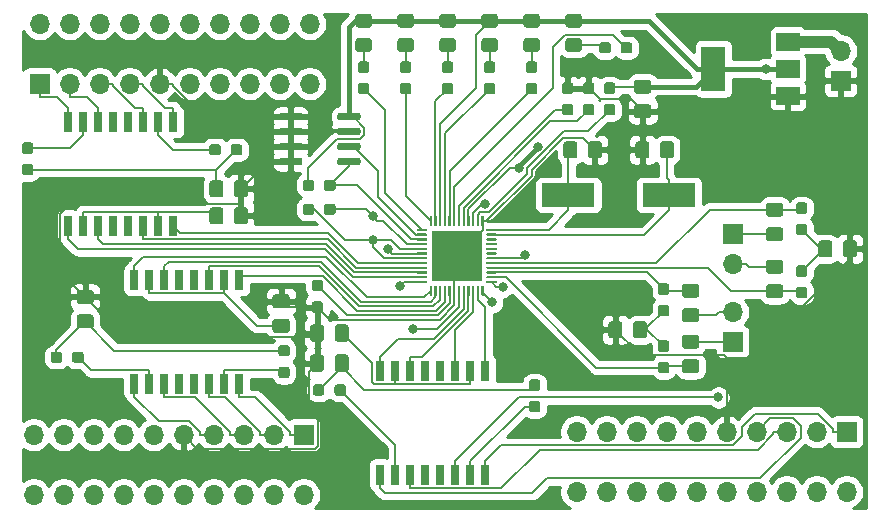
<source format=gbr>
G04 #@! TF.GenerationSoftware,KiCad,Pcbnew,5.1.5+dfsg1-2build2*
G04 #@! TF.CreationDate,2020-11-09T15:48:52+03:00*
G04 #@! TF.ProjectId,ip175,69703137-352e-46b6-9963-61645f706362,rev?*
G04 #@! TF.SameCoordinates,Original*
G04 #@! TF.FileFunction,Copper,L1,Top*
G04 #@! TF.FilePolarity,Positive*
%FSLAX46Y46*%
G04 Gerber Fmt 4.6, Leading zero omitted, Abs format (unit mm)*
G04 Created by KiCad (PCBNEW 5.1.5+dfsg1-2build2) date 2020-11-09 15:48:52*
%MOMM*%
%LPD*%
G04 APERTURE LIST*
%ADD10R,1.700000X1.700000*%
%ADD11O,1.700000X1.700000*%
%ADD12R,0.760000X1.700000*%
%ADD13R,4.500000X2.000000*%
%ADD14R,2.000000X3.800000*%
%ADD15R,2.000000X1.500000*%
%ADD16C,0.150000*%
%ADD17R,4.200000X4.200000*%
%ADD18C,0.500000*%
%ADD19C,0.800000*%
%ADD20C,0.180000*%
%ADD21C,0.400000*%
%ADD22C,1.000000*%
%ADD23C,0.254000*%
G04 APERTURE END LIST*
D10*
X132588000Y-72644000D03*
D11*
X132588000Y-67564000D03*
X135128000Y-72644000D03*
X135128000Y-67564000D03*
X137668000Y-72644000D03*
X137668000Y-67564000D03*
X140208000Y-72644000D03*
X140208000Y-67564000D03*
X142748000Y-72644000D03*
X142748000Y-67564000D03*
X145288000Y-72644000D03*
X145288000Y-67564000D03*
X147828000Y-72644000D03*
X147828000Y-67564000D03*
X150368000Y-72644000D03*
X150368000Y-67564000D03*
X152908000Y-72644000D03*
X152908000Y-67564000D03*
X155448000Y-72644000D03*
X155448000Y-67564000D03*
D12*
X135001000Y-84664000D03*
X136271000Y-84664000D03*
X137541000Y-84664000D03*
X138811000Y-84664000D03*
X142621000Y-84664000D03*
X140081000Y-84664000D03*
X141351000Y-84664000D03*
X143891000Y-84664000D03*
X137541000Y-75864000D03*
X141351000Y-75864000D03*
X143891000Y-75864000D03*
X136271000Y-75864000D03*
X142621000Y-75864000D03*
X138811000Y-75864000D03*
X135001000Y-75864000D03*
X140081000Y-75864000D03*
D10*
X200914000Y-102108000D03*
D11*
X200914000Y-107188000D03*
X198374000Y-102108000D03*
X198374000Y-107188000D03*
X195834000Y-102108000D03*
X195834000Y-107188000D03*
X193294000Y-102108000D03*
X193294000Y-107188000D03*
X190754000Y-102108000D03*
X190754000Y-107188000D03*
X188214000Y-102108000D03*
X188214000Y-107188000D03*
X185674000Y-102108000D03*
X185674000Y-107188000D03*
X183134000Y-102108000D03*
X183134000Y-107188000D03*
X180594000Y-102108000D03*
X180594000Y-107188000D03*
X178054000Y-102108000D03*
X178054000Y-107188000D03*
D10*
X154940000Y-102362000D03*
D11*
X154940000Y-107442000D03*
X152400000Y-102362000D03*
X152400000Y-107442000D03*
X149860000Y-102362000D03*
X149860000Y-107442000D03*
X147320000Y-102362000D03*
X147320000Y-107442000D03*
X144780000Y-102362000D03*
X144780000Y-107442000D03*
X142240000Y-102362000D03*
X142240000Y-107442000D03*
X139700000Y-102362000D03*
X139700000Y-107442000D03*
X137160000Y-102362000D03*
X137160000Y-107442000D03*
X134620000Y-102362000D03*
X134620000Y-107442000D03*
X132080000Y-102362000D03*
X132080000Y-107442000D03*
D13*
X177360000Y-82042000D03*
X185860000Y-82042000D03*
D14*
X189636000Y-71374000D03*
D15*
X195936000Y-71374000D03*
X195936000Y-69074000D03*
X195936000Y-73674000D03*
G04 #@! TA.AperFunction,SMDPad,CuDef*
D16*
G36*
X154667703Y-75106722D02*
G01*
X154682264Y-75108882D01*
X154696543Y-75112459D01*
X154710403Y-75117418D01*
X154723710Y-75123712D01*
X154736336Y-75131280D01*
X154748159Y-75140048D01*
X154759066Y-75149934D01*
X154768952Y-75160841D01*
X154777720Y-75172664D01*
X154785288Y-75185290D01*
X154791582Y-75198597D01*
X154796541Y-75212457D01*
X154800118Y-75226736D01*
X154802278Y-75241297D01*
X154803000Y-75256000D01*
X154803000Y-75556000D01*
X154802278Y-75570703D01*
X154800118Y-75585264D01*
X154796541Y-75599543D01*
X154791582Y-75613403D01*
X154785288Y-75626710D01*
X154777720Y-75639336D01*
X154768952Y-75651159D01*
X154759066Y-75662066D01*
X154748159Y-75671952D01*
X154736336Y-75680720D01*
X154723710Y-75688288D01*
X154710403Y-75694582D01*
X154696543Y-75699541D01*
X154682264Y-75703118D01*
X154667703Y-75705278D01*
X154653000Y-75706000D01*
X153003000Y-75706000D01*
X152988297Y-75705278D01*
X152973736Y-75703118D01*
X152959457Y-75699541D01*
X152945597Y-75694582D01*
X152932290Y-75688288D01*
X152919664Y-75680720D01*
X152907841Y-75671952D01*
X152896934Y-75662066D01*
X152887048Y-75651159D01*
X152878280Y-75639336D01*
X152870712Y-75626710D01*
X152864418Y-75613403D01*
X152859459Y-75599543D01*
X152855882Y-75585264D01*
X152853722Y-75570703D01*
X152853000Y-75556000D01*
X152853000Y-75256000D01*
X152853722Y-75241297D01*
X152855882Y-75226736D01*
X152859459Y-75212457D01*
X152864418Y-75198597D01*
X152870712Y-75185290D01*
X152878280Y-75172664D01*
X152887048Y-75160841D01*
X152896934Y-75149934D01*
X152907841Y-75140048D01*
X152919664Y-75131280D01*
X152932290Y-75123712D01*
X152945597Y-75117418D01*
X152959457Y-75112459D01*
X152973736Y-75108882D01*
X152988297Y-75106722D01*
X153003000Y-75106000D01*
X154653000Y-75106000D01*
X154667703Y-75106722D01*
G37*
G04 #@! TD.AperFunction*
G04 #@! TA.AperFunction,SMDPad,CuDef*
G36*
X154667703Y-76376722D02*
G01*
X154682264Y-76378882D01*
X154696543Y-76382459D01*
X154710403Y-76387418D01*
X154723710Y-76393712D01*
X154736336Y-76401280D01*
X154748159Y-76410048D01*
X154759066Y-76419934D01*
X154768952Y-76430841D01*
X154777720Y-76442664D01*
X154785288Y-76455290D01*
X154791582Y-76468597D01*
X154796541Y-76482457D01*
X154800118Y-76496736D01*
X154802278Y-76511297D01*
X154803000Y-76526000D01*
X154803000Y-76826000D01*
X154802278Y-76840703D01*
X154800118Y-76855264D01*
X154796541Y-76869543D01*
X154791582Y-76883403D01*
X154785288Y-76896710D01*
X154777720Y-76909336D01*
X154768952Y-76921159D01*
X154759066Y-76932066D01*
X154748159Y-76941952D01*
X154736336Y-76950720D01*
X154723710Y-76958288D01*
X154710403Y-76964582D01*
X154696543Y-76969541D01*
X154682264Y-76973118D01*
X154667703Y-76975278D01*
X154653000Y-76976000D01*
X153003000Y-76976000D01*
X152988297Y-76975278D01*
X152973736Y-76973118D01*
X152959457Y-76969541D01*
X152945597Y-76964582D01*
X152932290Y-76958288D01*
X152919664Y-76950720D01*
X152907841Y-76941952D01*
X152896934Y-76932066D01*
X152887048Y-76921159D01*
X152878280Y-76909336D01*
X152870712Y-76896710D01*
X152864418Y-76883403D01*
X152859459Y-76869543D01*
X152855882Y-76855264D01*
X152853722Y-76840703D01*
X152853000Y-76826000D01*
X152853000Y-76526000D01*
X152853722Y-76511297D01*
X152855882Y-76496736D01*
X152859459Y-76482457D01*
X152864418Y-76468597D01*
X152870712Y-76455290D01*
X152878280Y-76442664D01*
X152887048Y-76430841D01*
X152896934Y-76419934D01*
X152907841Y-76410048D01*
X152919664Y-76401280D01*
X152932290Y-76393712D01*
X152945597Y-76387418D01*
X152959457Y-76382459D01*
X152973736Y-76378882D01*
X152988297Y-76376722D01*
X153003000Y-76376000D01*
X154653000Y-76376000D01*
X154667703Y-76376722D01*
G37*
G04 #@! TD.AperFunction*
G04 #@! TA.AperFunction,SMDPad,CuDef*
G36*
X154667703Y-77646722D02*
G01*
X154682264Y-77648882D01*
X154696543Y-77652459D01*
X154710403Y-77657418D01*
X154723710Y-77663712D01*
X154736336Y-77671280D01*
X154748159Y-77680048D01*
X154759066Y-77689934D01*
X154768952Y-77700841D01*
X154777720Y-77712664D01*
X154785288Y-77725290D01*
X154791582Y-77738597D01*
X154796541Y-77752457D01*
X154800118Y-77766736D01*
X154802278Y-77781297D01*
X154803000Y-77796000D01*
X154803000Y-78096000D01*
X154802278Y-78110703D01*
X154800118Y-78125264D01*
X154796541Y-78139543D01*
X154791582Y-78153403D01*
X154785288Y-78166710D01*
X154777720Y-78179336D01*
X154768952Y-78191159D01*
X154759066Y-78202066D01*
X154748159Y-78211952D01*
X154736336Y-78220720D01*
X154723710Y-78228288D01*
X154710403Y-78234582D01*
X154696543Y-78239541D01*
X154682264Y-78243118D01*
X154667703Y-78245278D01*
X154653000Y-78246000D01*
X153003000Y-78246000D01*
X152988297Y-78245278D01*
X152973736Y-78243118D01*
X152959457Y-78239541D01*
X152945597Y-78234582D01*
X152932290Y-78228288D01*
X152919664Y-78220720D01*
X152907841Y-78211952D01*
X152896934Y-78202066D01*
X152887048Y-78191159D01*
X152878280Y-78179336D01*
X152870712Y-78166710D01*
X152864418Y-78153403D01*
X152859459Y-78139543D01*
X152855882Y-78125264D01*
X152853722Y-78110703D01*
X152853000Y-78096000D01*
X152853000Y-77796000D01*
X152853722Y-77781297D01*
X152855882Y-77766736D01*
X152859459Y-77752457D01*
X152864418Y-77738597D01*
X152870712Y-77725290D01*
X152878280Y-77712664D01*
X152887048Y-77700841D01*
X152896934Y-77689934D01*
X152907841Y-77680048D01*
X152919664Y-77671280D01*
X152932290Y-77663712D01*
X152945597Y-77657418D01*
X152959457Y-77652459D01*
X152973736Y-77648882D01*
X152988297Y-77646722D01*
X153003000Y-77646000D01*
X154653000Y-77646000D01*
X154667703Y-77646722D01*
G37*
G04 #@! TD.AperFunction*
G04 #@! TA.AperFunction,SMDPad,CuDef*
G36*
X154667703Y-78916722D02*
G01*
X154682264Y-78918882D01*
X154696543Y-78922459D01*
X154710403Y-78927418D01*
X154723710Y-78933712D01*
X154736336Y-78941280D01*
X154748159Y-78950048D01*
X154759066Y-78959934D01*
X154768952Y-78970841D01*
X154777720Y-78982664D01*
X154785288Y-78995290D01*
X154791582Y-79008597D01*
X154796541Y-79022457D01*
X154800118Y-79036736D01*
X154802278Y-79051297D01*
X154803000Y-79066000D01*
X154803000Y-79366000D01*
X154802278Y-79380703D01*
X154800118Y-79395264D01*
X154796541Y-79409543D01*
X154791582Y-79423403D01*
X154785288Y-79436710D01*
X154777720Y-79449336D01*
X154768952Y-79461159D01*
X154759066Y-79472066D01*
X154748159Y-79481952D01*
X154736336Y-79490720D01*
X154723710Y-79498288D01*
X154710403Y-79504582D01*
X154696543Y-79509541D01*
X154682264Y-79513118D01*
X154667703Y-79515278D01*
X154653000Y-79516000D01*
X153003000Y-79516000D01*
X152988297Y-79515278D01*
X152973736Y-79513118D01*
X152959457Y-79509541D01*
X152945597Y-79504582D01*
X152932290Y-79498288D01*
X152919664Y-79490720D01*
X152907841Y-79481952D01*
X152896934Y-79472066D01*
X152887048Y-79461159D01*
X152878280Y-79449336D01*
X152870712Y-79436710D01*
X152864418Y-79423403D01*
X152859459Y-79409543D01*
X152855882Y-79395264D01*
X152853722Y-79380703D01*
X152853000Y-79366000D01*
X152853000Y-79066000D01*
X152853722Y-79051297D01*
X152855882Y-79036736D01*
X152859459Y-79022457D01*
X152864418Y-79008597D01*
X152870712Y-78995290D01*
X152878280Y-78982664D01*
X152887048Y-78970841D01*
X152896934Y-78959934D01*
X152907841Y-78950048D01*
X152919664Y-78941280D01*
X152932290Y-78933712D01*
X152945597Y-78927418D01*
X152959457Y-78922459D01*
X152973736Y-78918882D01*
X152988297Y-78916722D01*
X153003000Y-78916000D01*
X154653000Y-78916000D01*
X154667703Y-78916722D01*
G37*
G04 #@! TD.AperFunction*
G04 #@! TA.AperFunction,SMDPad,CuDef*
G36*
X159617703Y-78916722D02*
G01*
X159632264Y-78918882D01*
X159646543Y-78922459D01*
X159660403Y-78927418D01*
X159673710Y-78933712D01*
X159686336Y-78941280D01*
X159698159Y-78950048D01*
X159709066Y-78959934D01*
X159718952Y-78970841D01*
X159727720Y-78982664D01*
X159735288Y-78995290D01*
X159741582Y-79008597D01*
X159746541Y-79022457D01*
X159750118Y-79036736D01*
X159752278Y-79051297D01*
X159753000Y-79066000D01*
X159753000Y-79366000D01*
X159752278Y-79380703D01*
X159750118Y-79395264D01*
X159746541Y-79409543D01*
X159741582Y-79423403D01*
X159735288Y-79436710D01*
X159727720Y-79449336D01*
X159718952Y-79461159D01*
X159709066Y-79472066D01*
X159698159Y-79481952D01*
X159686336Y-79490720D01*
X159673710Y-79498288D01*
X159660403Y-79504582D01*
X159646543Y-79509541D01*
X159632264Y-79513118D01*
X159617703Y-79515278D01*
X159603000Y-79516000D01*
X157953000Y-79516000D01*
X157938297Y-79515278D01*
X157923736Y-79513118D01*
X157909457Y-79509541D01*
X157895597Y-79504582D01*
X157882290Y-79498288D01*
X157869664Y-79490720D01*
X157857841Y-79481952D01*
X157846934Y-79472066D01*
X157837048Y-79461159D01*
X157828280Y-79449336D01*
X157820712Y-79436710D01*
X157814418Y-79423403D01*
X157809459Y-79409543D01*
X157805882Y-79395264D01*
X157803722Y-79380703D01*
X157803000Y-79366000D01*
X157803000Y-79066000D01*
X157803722Y-79051297D01*
X157805882Y-79036736D01*
X157809459Y-79022457D01*
X157814418Y-79008597D01*
X157820712Y-78995290D01*
X157828280Y-78982664D01*
X157837048Y-78970841D01*
X157846934Y-78959934D01*
X157857841Y-78950048D01*
X157869664Y-78941280D01*
X157882290Y-78933712D01*
X157895597Y-78927418D01*
X157909457Y-78922459D01*
X157923736Y-78918882D01*
X157938297Y-78916722D01*
X157953000Y-78916000D01*
X159603000Y-78916000D01*
X159617703Y-78916722D01*
G37*
G04 #@! TD.AperFunction*
G04 #@! TA.AperFunction,SMDPad,CuDef*
G36*
X159617703Y-77646722D02*
G01*
X159632264Y-77648882D01*
X159646543Y-77652459D01*
X159660403Y-77657418D01*
X159673710Y-77663712D01*
X159686336Y-77671280D01*
X159698159Y-77680048D01*
X159709066Y-77689934D01*
X159718952Y-77700841D01*
X159727720Y-77712664D01*
X159735288Y-77725290D01*
X159741582Y-77738597D01*
X159746541Y-77752457D01*
X159750118Y-77766736D01*
X159752278Y-77781297D01*
X159753000Y-77796000D01*
X159753000Y-78096000D01*
X159752278Y-78110703D01*
X159750118Y-78125264D01*
X159746541Y-78139543D01*
X159741582Y-78153403D01*
X159735288Y-78166710D01*
X159727720Y-78179336D01*
X159718952Y-78191159D01*
X159709066Y-78202066D01*
X159698159Y-78211952D01*
X159686336Y-78220720D01*
X159673710Y-78228288D01*
X159660403Y-78234582D01*
X159646543Y-78239541D01*
X159632264Y-78243118D01*
X159617703Y-78245278D01*
X159603000Y-78246000D01*
X157953000Y-78246000D01*
X157938297Y-78245278D01*
X157923736Y-78243118D01*
X157909457Y-78239541D01*
X157895597Y-78234582D01*
X157882290Y-78228288D01*
X157869664Y-78220720D01*
X157857841Y-78211952D01*
X157846934Y-78202066D01*
X157837048Y-78191159D01*
X157828280Y-78179336D01*
X157820712Y-78166710D01*
X157814418Y-78153403D01*
X157809459Y-78139543D01*
X157805882Y-78125264D01*
X157803722Y-78110703D01*
X157803000Y-78096000D01*
X157803000Y-77796000D01*
X157803722Y-77781297D01*
X157805882Y-77766736D01*
X157809459Y-77752457D01*
X157814418Y-77738597D01*
X157820712Y-77725290D01*
X157828280Y-77712664D01*
X157837048Y-77700841D01*
X157846934Y-77689934D01*
X157857841Y-77680048D01*
X157869664Y-77671280D01*
X157882290Y-77663712D01*
X157895597Y-77657418D01*
X157909457Y-77652459D01*
X157923736Y-77648882D01*
X157938297Y-77646722D01*
X157953000Y-77646000D01*
X159603000Y-77646000D01*
X159617703Y-77646722D01*
G37*
G04 #@! TD.AperFunction*
G04 #@! TA.AperFunction,SMDPad,CuDef*
G36*
X159617703Y-76376722D02*
G01*
X159632264Y-76378882D01*
X159646543Y-76382459D01*
X159660403Y-76387418D01*
X159673710Y-76393712D01*
X159686336Y-76401280D01*
X159698159Y-76410048D01*
X159709066Y-76419934D01*
X159718952Y-76430841D01*
X159727720Y-76442664D01*
X159735288Y-76455290D01*
X159741582Y-76468597D01*
X159746541Y-76482457D01*
X159750118Y-76496736D01*
X159752278Y-76511297D01*
X159753000Y-76526000D01*
X159753000Y-76826000D01*
X159752278Y-76840703D01*
X159750118Y-76855264D01*
X159746541Y-76869543D01*
X159741582Y-76883403D01*
X159735288Y-76896710D01*
X159727720Y-76909336D01*
X159718952Y-76921159D01*
X159709066Y-76932066D01*
X159698159Y-76941952D01*
X159686336Y-76950720D01*
X159673710Y-76958288D01*
X159660403Y-76964582D01*
X159646543Y-76969541D01*
X159632264Y-76973118D01*
X159617703Y-76975278D01*
X159603000Y-76976000D01*
X157953000Y-76976000D01*
X157938297Y-76975278D01*
X157923736Y-76973118D01*
X157909457Y-76969541D01*
X157895597Y-76964582D01*
X157882290Y-76958288D01*
X157869664Y-76950720D01*
X157857841Y-76941952D01*
X157846934Y-76932066D01*
X157837048Y-76921159D01*
X157828280Y-76909336D01*
X157820712Y-76896710D01*
X157814418Y-76883403D01*
X157809459Y-76869543D01*
X157805882Y-76855264D01*
X157803722Y-76840703D01*
X157803000Y-76826000D01*
X157803000Y-76526000D01*
X157803722Y-76511297D01*
X157805882Y-76496736D01*
X157809459Y-76482457D01*
X157814418Y-76468597D01*
X157820712Y-76455290D01*
X157828280Y-76442664D01*
X157837048Y-76430841D01*
X157846934Y-76419934D01*
X157857841Y-76410048D01*
X157869664Y-76401280D01*
X157882290Y-76393712D01*
X157895597Y-76387418D01*
X157909457Y-76382459D01*
X157923736Y-76378882D01*
X157938297Y-76376722D01*
X157953000Y-76376000D01*
X159603000Y-76376000D01*
X159617703Y-76376722D01*
G37*
G04 #@! TD.AperFunction*
G04 #@! TA.AperFunction,SMDPad,CuDef*
G36*
X159617703Y-75106722D02*
G01*
X159632264Y-75108882D01*
X159646543Y-75112459D01*
X159660403Y-75117418D01*
X159673710Y-75123712D01*
X159686336Y-75131280D01*
X159698159Y-75140048D01*
X159709066Y-75149934D01*
X159718952Y-75160841D01*
X159727720Y-75172664D01*
X159735288Y-75185290D01*
X159741582Y-75198597D01*
X159746541Y-75212457D01*
X159750118Y-75226736D01*
X159752278Y-75241297D01*
X159753000Y-75256000D01*
X159753000Y-75556000D01*
X159752278Y-75570703D01*
X159750118Y-75585264D01*
X159746541Y-75599543D01*
X159741582Y-75613403D01*
X159735288Y-75626710D01*
X159727720Y-75639336D01*
X159718952Y-75651159D01*
X159709066Y-75662066D01*
X159698159Y-75671952D01*
X159686336Y-75680720D01*
X159673710Y-75688288D01*
X159660403Y-75694582D01*
X159646543Y-75699541D01*
X159632264Y-75703118D01*
X159617703Y-75705278D01*
X159603000Y-75706000D01*
X157953000Y-75706000D01*
X157938297Y-75705278D01*
X157923736Y-75703118D01*
X157909457Y-75699541D01*
X157895597Y-75694582D01*
X157882290Y-75688288D01*
X157869664Y-75680720D01*
X157857841Y-75671952D01*
X157846934Y-75662066D01*
X157837048Y-75651159D01*
X157828280Y-75639336D01*
X157820712Y-75626710D01*
X157814418Y-75613403D01*
X157809459Y-75599543D01*
X157805882Y-75585264D01*
X157803722Y-75570703D01*
X157803000Y-75556000D01*
X157803000Y-75256000D01*
X157803722Y-75241297D01*
X157805882Y-75226736D01*
X157809459Y-75212457D01*
X157814418Y-75198597D01*
X157820712Y-75185290D01*
X157828280Y-75172664D01*
X157837048Y-75160841D01*
X157846934Y-75149934D01*
X157857841Y-75140048D01*
X157869664Y-75131280D01*
X157882290Y-75123712D01*
X157895597Y-75117418D01*
X157909457Y-75112459D01*
X157923736Y-75108882D01*
X157938297Y-75106722D01*
X157953000Y-75106000D01*
X159603000Y-75106000D01*
X159617703Y-75106722D01*
G37*
G04 #@! TD.AperFunction*
G04 #@! TA.AperFunction,SMDPad,CuDef*
G36*
X165749901Y-89739341D02*
G01*
X165754755Y-89740061D01*
X165759514Y-89741253D01*
X165764134Y-89742906D01*
X165768570Y-89745004D01*
X165772779Y-89747527D01*
X165776720Y-89750449D01*
X165780355Y-89753745D01*
X165783651Y-89757380D01*
X165786573Y-89761321D01*
X165789096Y-89765530D01*
X165791194Y-89769966D01*
X165792847Y-89774586D01*
X165794039Y-89779345D01*
X165794759Y-89784199D01*
X165795000Y-89789100D01*
X165795000Y-90539100D01*
X165794759Y-90544001D01*
X165794039Y-90548855D01*
X165792847Y-90553614D01*
X165791194Y-90558234D01*
X165789096Y-90562670D01*
X165786573Y-90566879D01*
X165783651Y-90570820D01*
X165780355Y-90574455D01*
X165776720Y-90577751D01*
X165772779Y-90580673D01*
X165768570Y-90583196D01*
X165764134Y-90585294D01*
X165759514Y-90586947D01*
X165754755Y-90588139D01*
X165749901Y-90588859D01*
X165745000Y-90589100D01*
X165645000Y-90589100D01*
X165640099Y-90588859D01*
X165635245Y-90588139D01*
X165630486Y-90586947D01*
X165625866Y-90585294D01*
X165621430Y-90583196D01*
X165617221Y-90580673D01*
X165613280Y-90577751D01*
X165609645Y-90574455D01*
X165606349Y-90570820D01*
X165603427Y-90566879D01*
X165600904Y-90562670D01*
X165598806Y-90558234D01*
X165597153Y-90553614D01*
X165595961Y-90548855D01*
X165595241Y-90544001D01*
X165595000Y-90539100D01*
X165595000Y-89789100D01*
X165595241Y-89784199D01*
X165595961Y-89779345D01*
X165597153Y-89774586D01*
X165598806Y-89769966D01*
X165600904Y-89765530D01*
X165603427Y-89761321D01*
X165606349Y-89757380D01*
X165609645Y-89753745D01*
X165613280Y-89750449D01*
X165617221Y-89747527D01*
X165621430Y-89745004D01*
X165625866Y-89742906D01*
X165630486Y-89741253D01*
X165635245Y-89740061D01*
X165640099Y-89739341D01*
X165645000Y-89739100D01*
X165745000Y-89739100D01*
X165749901Y-89739341D01*
G37*
G04 #@! TD.AperFunction*
G04 #@! TA.AperFunction,SMDPad,CuDef*
G36*
X166149901Y-89739341D02*
G01*
X166154755Y-89740061D01*
X166159514Y-89741253D01*
X166164134Y-89742906D01*
X166168570Y-89745004D01*
X166172779Y-89747527D01*
X166176720Y-89750449D01*
X166180355Y-89753745D01*
X166183651Y-89757380D01*
X166186573Y-89761321D01*
X166189096Y-89765530D01*
X166191194Y-89769966D01*
X166192847Y-89774586D01*
X166194039Y-89779345D01*
X166194759Y-89784199D01*
X166195000Y-89789100D01*
X166195000Y-90539100D01*
X166194759Y-90544001D01*
X166194039Y-90548855D01*
X166192847Y-90553614D01*
X166191194Y-90558234D01*
X166189096Y-90562670D01*
X166186573Y-90566879D01*
X166183651Y-90570820D01*
X166180355Y-90574455D01*
X166176720Y-90577751D01*
X166172779Y-90580673D01*
X166168570Y-90583196D01*
X166164134Y-90585294D01*
X166159514Y-90586947D01*
X166154755Y-90588139D01*
X166149901Y-90588859D01*
X166145000Y-90589100D01*
X166045000Y-90589100D01*
X166040099Y-90588859D01*
X166035245Y-90588139D01*
X166030486Y-90586947D01*
X166025866Y-90585294D01*
X166021430Y-90583196D01*
X166017221Y-90580673D01*
X166013280Y-90577751D01*
X166009645Y-90574455D01*
X166006349Y-90570820D01*
X166003427Y-90566879D01*
X166000904Y-90562670D01*
X165998806Y-90558234D01*
X165997153Y-90553614D01*
X165995961Y-90548855D01*
X165995241Y-90544001D01*
X165995000Y-90539100D01*
X165995000Y-89789100D01*
X165995241Y-89784199D01*
X165995961Y-89779345D01*
X165997153Y-89774586D01*
X165998806Y-89769966D01*
X166000904Y-89765530D01*
X166003427Y-89761321D01*
X166006349Y-89757380D01*
X166009645Y-89753745D01*
X166013280Y-89750449D01*
X166017221Y-89747527D01*
X166021430Y-89745004D01*
X166025866Y-89742906D01*
X166030486Y-89741253D01*
X166035245Y-89740061D01*
X166040099Y-89739341D01*
X166045000Y-89739100D01*
X166145000Y-89739100D01*
X166149901Y-89739341D01*
G37*
G04 #@! TD.AperFunction*
G04 #@! TA.AperFunction,SMDPad,CuDef*
G36*
X166549901Y-89739341D02*
G01*
X166554755Y-89740061D01*
X166559514Y-89741253D01*
X166564134Y-89742906D01*
X166568570Y-89745004D01*
X166572779Y-89747527D01*
X166576720Y-89750449D01*
X166580355Y-89753745D01*
X166583651Y-89757380D01*
X166586573Y-89761321D01*
X166589096Y-89765530D01*
X166591194Y-89769966D01*
X166592847Y-89774586D01*
X166594039Y-89779345D01*
X166594759Y-89784199D01*
X166595000Y-89789100D01*
X166595000Y-90539100D01*
X166594759Y-90544001D01*
X166594039Y-90548855D01*
X166592847Y-90553614D01*
X166591194Y-90558234D01*
X166589096Y-90562670D01*
X166586573Y-90566879D01*
X166583651Y-90570820D01*
X166580355Y-90574455D01*
X166576720Y-90577751D01*
X166572779Y-90580673D01*
X166568570Y-90583196D01*
X166564134Y-90585294D01*
X166559514Y-90586947D01*
X166554755Y-90588139D01*
X166549901Y-90588859D01*
X166545000Y-90589100D01*
X166445000Y-90589100D01*
X166440099Y-90588859D01*
X166435245Y-90588139D01*
X166430486Y-90586947D01*
X166425866Y-90585294D01*
X166421430Y-90583196D01*
X166417221Y-90580673D01*
X166413280Y-90577751D01*
X166409645Y-90574455D01*
X166406349Y-90570820D01*
X166403427Y-90566879D01*
X166400904Y-90562670D01*
X166398806Y-90558234D01*
X166397153Y-90553614D01*
X166395961Y-90548855D01*
X166395241Y-90544001D01*
X166395000Y-90539100D01*
X166395000Y-89789100D01*
X166395241Y-89784199D01*
X166395961Y-89779345D01*
X166397153Y-89774586D01*
X166398806Y-89769966D01*
X166400904Y-89765530D01*
X166403427Y-89761321D01*
X166406349Y-89757380D01*
X166409645Y-89753745D01*
X166413280Y-89750449D01*
X166417221Y-89747527D01*
X166421430Y-89745004D01*
X166425866Y-89742906D01*
X166430486Y-89741253D01*
X166435245Y-89740061D01*
X166440099Y-89739341D01*
X166445000Y-89739100D01*
X166545000Y-89739100D01*
X166549901Y-89739341D01*
G37*
G04 #@! TD.AperFunction*
G04 #@! TA.AperFunction,SMDPad,CuDef*
G36*
X166949901Y-89739341D02*
G01*
X166954755Y-89740061D01*
X166959514Y-89741253D01*
X166964134Y-89742906D01*
X166968570Y-89745004D01*
X166972779Y-89747527D01*
X166976720Y-89750449D01*
X166980355Y-89753745D01*
X166983651Y-89757380D01*
X166986573Y-89761321D01*
X166989096Y-89765530D01*
X166991194Y-89769966D01*
X166992847Y-89774586D01*
X166994039Y-89779345D01*
X166994759Y-89784199D01*
X166995000Y-89789100D01*
X166995000Y-90539100D01*
X166994759Y-90544001D01*
X166994039Y-90548855D01*
X166992847Y-90553614D01*
X166991194Y-90558234D01*
X166989096Y-90562670D01*
X166986573Y-90566879D01*
X166983651Y-90570820D01*
X166980355Y-90574455D01*
X166976720Y-90577751D01*
X166972779Y-90580673D01*
X166968570Y-90583196D01*
X166964134Y-90585294D01*
X166959514Y-90586947D01*
X166954755Y-90588139D01*
X166949901Y-90588859D01*
X166945000Y-90589100D01*
X166845000Y-90589100D01*
X166840099Y-90588859D01*
X166835245Y-90588139D01*
X166830486Y-90586947D01*
X166825866Y-90585294D01*
X166821430Y-90583196D01*
X166817221Y-90580673D01*
X166813280Y-90577751D01*
X166809645Y-90574455D01*
X166806349Y-90570820D01*
X166803427Y-90566879D01*
X166800904Y-90562670D01*
X166798806Y-90558234D01*
X166797153Y-90553614D01*
X166795961Y-90548855D01*
X166795241Y-90544001D01*
X166795000Y-90539100D01*
X166795000Y-89789100D01*
X166795241Y-89784199D01*
X166795961Y-89779345D01*
X166797153Y-89774586D01*
X166798806Y-89769966D01*
X166800904Y-89765530D01*
X166803427Y-89761321D01*
X166806349Y-89757380D01*
X166809645Y-89753745D01*
X166813280Y-89750449D01*
X166817221Y-89747527D01*
X166821430Y-89745004D01*
X166825866Y-89742906D01*
X166830486Y-89741253D01*
X166835245Y-89740061D01*
X166840099Y-89739341D01*
X166845000Y-89739100D01*
X166945000Y-89739100D01*
X166949901Y-89739341D01*
G37*
G04 #@! TD.AperFunction*
G04 #@! TA.AperFunction,SMDPad,CuDef*
G36*
X167349901Y-89739341D02*
G01*
X167354755Y-89740061D01*
X167359514Y-89741253D01*
X167364134Y-89742906D01*
X167368570Y-89745004D01*
X167372779Y-89747527D01*
X167376720Y-89750449D01*
X167380355Y-89753745D01*
X167383651Y-89757380D01*
X167386573Y-89761321D01*
X167389096Y-89765530D01*
X167391194Y-89769966D01*
X167392847Y-89774586D01*
X167394039Y-89779345D01*
X167394759Y-89784199D01*
X167395000Y-89789100D01*
X167395000Y-90539100D01*
X167394759Y-90544001D01*
X167394039Y-90548855D01*
X167392847Y-90553614D01*
X167391194Y-90558234D01*
X167389096Y-90562670D01*
X167386573Y-90566879D01*
X167383651Y-90570820D01*
X167380355Y-90574455D01*
X167376720Y-90577751D01*
X167372779Y-90580673D01*
X167368570Y-90583196D01*
X167364134Y-90585294D01*
X167359514Y-90586947D01*
X167354755Y-90588139D01*
X167349901Y-90588859D01*
X167345000Y-90589100D01*
X167245000Y-90589100D01*
X167240099Y-90588859D01*
X167235245Y-90588139D01*
X167230486Y-90586947D01*
X167225866Y-90585294D01*
X167221430Y-90583196D01*
X167217221Y-90580673D01*
X167213280Y-90577751D01*
X167209645Y-90574455D01*
X167206349Y-90570820D01*
X167203427Y-90566879D01*
X167200904Y-90562670D01*
X167198806Y-90558234D01*
X167197153Y-90553614D01*
X167195961Y-90548855D01*
X167195241Y-90544001D01*
X167195000Y-90539100D01*
X167195000Y-89789100D01*
X167195241Y-89784199D01*
X167195961Y-89779345D01*
X167197153Y-89774586D01*
X167198806Y-89769966D01*
X167200904Y-89765530D01*
X167203427Y-89761321D01*
X167206349Y-89757380D01*
X167209645Y-89753745D01*
X167213280Y-89750449D01*
X167217221Y-89747527D01*
X167221430Y-89745004D01*
X167225866Y-89742906D01*
X167230486Y-89741253D01*
X167235245Y-89740061D01*
X167240099Y-89739341D01*
X167245000Y-89739100D01*
X167345000Y-89739100D01*
X167349901Y-89739341D01*
G37*
G04 #@! TD.AperFunction*
G04 #@! TA.AperFunction,SMDPad,CuDef*
G36*
X167749901Y-89739341D02*
G01*
X167754755Y-89740061D01*
X167759514Y-89741253D01*
X167764134Y-89742906D01*
X167768570Y-89745004D01*
X167772779Y-89747527D01*
X167776720Y-89750449D01*
X167780355Y-89753745D01*
X167783651Y-89757380D01*
X167786573Y-89761321D01*
X167789096Y-89765530D01*
X167791194Y-89769966D01*
X167792847Y-89774586D01*
X167794039Y-89779345D01*
X167794759Y-89784199D01*
X167795000Y-89789100D01*
X167795000Y-90539100D01*
X167794759Y-90544001D01*
X167794039Y-90548855D01*
X167792847Y-90553614D01*
X167791194Y-90558234D01*
X167789096Y-90562670D01*
X167786573Y-90566879D01*
X167783651Y-90570820D01*
X167780355Y-90574455D01*
X167776720Y-90577751D01*
X167772779Y-90580673D01*
X167768570Y-90583196D01*
X167764134Y-90585294D01*
X167759514Y-90586947D01*
X167754755Y-90588139D01*
X167749901Y-90588859D01*
X167745000Y-90589100D01*
X167645000Y-90589100D01*
X167640099Y-90588859D01*
X167635245Y-90588139D01*
X167630486Y-90586947D01*
X167625866Y-90585294D01*
X167621430Y-90583196D01*
X167617221Y-90580673D01*
X167613280Y-90577751D01*
X167609645Y-90574455D01*
X167606349Y-90570820D01*
X167603427Y-90566879D01*
X167600904Y-90562670D01*
X167598806Y-90558234D01*
X167597153Y-90553614D01*
X167595961Y-90548855D01*
X167595241Y-90544001D01*
X167595000Y-90539100D01*
X167595000Y-89789100D01*
X167595241Y-89784199D01*
X167595961Y-89779345D01*
X167597153Y-89774586D01*
X167598806Y-89769966D01*
X167600904Y-89765530D01*
X167603427Y-89761321D01*
X167606349Y-89757380D01*
X167609645Y-89753745D01*
X167613280Y-89750449D01*
X167617221Y-89747527D01*
X167621430Y-89745004D01*
X167625866Y-89742906D01*
X167630486Y-89741253D01*
X167635245Y-89740061D01*
X167640099Y-89739341D01*
X167645000Y-89739100D01*
X167745000Y-89739100D01*
X167749901Y-89739341D01*
G37*
G04 #@! TD.AperFunction*
G04 #@! TA.AperFunction,SMDPad,CuDef*
G36*
X168149901Y-89739341D02*
G01*
X168154755Y-89740061D01*
X168159514Y-89741253D01*
X168164134Y-89742906D01*
X168168570Y-89745004D01*
X168172779Y-89747527D01*
X168176720Y-89750449D01*
X168180355Y-89753745D01*
X168183651Y-89757380D01*
X168186573Y-89761321D01*
X168189096Y-89765530D01*
X168191194Y-89769966D01*
X168192847Y-89774586D01*
X168194039Y-89779345D01*
X168194759Y-89784199D01*
X168195000Y-89789100D01*
X168195000Y-90539100D01*
X168194759Y-90544001D01*
X168194039Y-90548855D01*
X168192847Y-90553614D01*
X168191194Y-90558234D01*
X168189096Y-90562670D01*
X168186573Y-90566879D01*
X168183651Y-90570820D01*
X168180355Y-90574455D01*
X168176720Y-90577751D01*
X168172779Y-90580673D01*
X168168570Y-90583196D01*
X168164134Y-90585294D01*
X168159514Y-90586947D01*
X168154755Y-90588139D01*
X168149901Y-90588859D01*
X168145000Y-90589100D01*
X168045000Y-90589100D01*
X168040099Y-90588859D01*
X168035245Y-90588139D01*
X168030486Y-90586947D01*
X168025866Y-90585294D01*
X168021430Y-90583196D01*
X168017221Y-90580673D01*
X168013280Y-90577751D01*
X168009645Y-90574455D01*
X168006349Y-90570820D01*
X168003427Y-90566879D01*
X168000904Y-90562670D01*
X167998806Y-90558234D01*
X167997153Y-90553614D01*
X167995961Y-90548855D01*
X167995241Y-90544001D01*
X167995000Y-90539100D01*
X167995000Y-89789100D01*
X167995241Y-89784199D01*
X167995961Y-89779345D01*
X167997153Y-89774586D01*
X167998806Y-89769966D01*
X168000904Y-89765530D01*
X168003427Y-89761321D01*
X168006349Y-89757380D01*
X168009645Y-89753745D01*
X168013280Y-89750449D01*
X168017221Y-89747527D01*
X168021430Y-89745004D01*
X168025866Y-89742906D01*
X168030486Y-89741253D01*
X168035245Y-89740061D01*
X168040099Y-89739341D01*
X168045000Y-89739100D01*
X168145000Y-89739100D01*
X168149901Y-89739341D01*
G37*
G04 #@! TD.AperFunction*
G04 #@! TA.AperFunction,SMDPad,CuDef*
G36*
X168549901Y-89739341D02*
G01*
X168554755Y-89740061D01*
X168559514Y-89741253D01*
X168564134Y-89742906D01*
X168568570Y-89745004D01*
X168572779Y-89747527D01*
X168576720Y-89750449D01*
X168580355Y-89753745D01*
X168583651Y-89757380D01*
X168586573Y-89761321D01*
X168589096Y-89765530D01*
X168591194Y-89769966D01*
X168592847Y-89774586D01*
X168594039Y-89779345D01*
X168594759Y-89784199D01*
X168595000Y-89789100D01*
X168595000Y-90539100D01*
X168594759Y-90544001D01*
X168594039Y-90548855D01*
X168592847Y-90553614D01*
X168591194Y-90558234D01*
X168589096Y-90562670D01*
X168586573Y-90566879D01*
X168583651Y-90570820D01*
X168580355Y-90574455D01*
X168576720Y-90577751D01*
X168572779Y-90580673D01*
X168568570Y-90583196D01*
X168564134Y-90585294D01*
X168559514Y-90586947D01*
X168554755Y-90588139D01*
X168549901Y-90588859D01*
X168545000Y-90589100D01*
X168445000Y-90589100D01*
X168440099Y-90588859D01*
X168435245Y-90588139D01*
X168430486Y-90586947D01*
X168425866Y-90585294D01*
X168421430Y-90583196D01*
X168417221Y-90580673D01*
X168413280Y-90577751D01*
X168409645Y-90574455D01*
X168406349Y-90570820D01*
X168403427Y-90566879D01*
X168400904Y-90562670D01*
X168398806Y-90558234D01*
X168397153Y-90553614D01*
X168395961Y-90548855D01*
X168395241Y-90544001D01*
X168395000Y-90539100D01*
X168395000Y-89789100D01*
X168395241Y-89784199D01*
X168395961Y-89779345D01*
X168397153Y-89774586D01*
X168398806Y-89769966D01*
X168400904Y-89765530D01*
X168403427Y-89761321D01*
X168406349Y-89757380D01*
X168409645Y-89753745D01*
X168413280Y-89750449D01*
X168417221Y-89747527D01*
X168421430Y-89745004D01*
X168425866Y-89742906D01*
X168430486Y-89741253D01*
X168435245Y-89740061D01*
X168440099Y-89739341D01*
X168445000Y-89739100D01*
X168545000Y-89739100D01*
X168549901Y-89739341D01*
G37*
G04 #@! TD.AperFunction*
G04 #@! TA.AperFunction,SMDPad,CuDef*
G36*
X168949901Y-89739341D02*
G01*
X168954755Y-89740061D01*
X168959514Y-89741253D01*
X168964134Y-89742906D01*
X168968570Y-89745004D01*
X168972779Y-89747527D01*
X168976720Y-89750449D01*
X168980355Y-89753745D01*
X168983651Y-89757380D01*
X168986573Y-89761321D01*
X168989096Y-89765530D01*
X168991194Y-89769966D01*
X168992847Y-89774586D01*
X168994039Y-89779345D01*
X168994759Y-89784199D01*
X168995000Y-89789100D01*
X168995000Y-90539100D01*
X168994759Y-90544001D01*
X168994039Y-90548855D01*
X168992847Y-90553614D01*
X168991194Y-90558234D01*
X168989096Y-90562670D01*
X168986573Y-90566879D01*
X168983651Y-90570820D01*
X168980355Y-90574455D01*
X168976720Y-90577751D01*
X168972779Y-90580673D01*
X168968570Y-90583196D01*
X168964134Y-90585294D01*
X168959514Y-90586947D01*
X168954755Y-90588139D01*
X168949901Y-90588859D01*
X168945000Y-90589100D01*
X168845000Y-90589100D01*
X168840099Y-90588859D01*
X168835245Y-90588139D01*
X168830486Y-90586947D01*
X168825866Y-90585294D01*
X168821430Y-90583196D01*
X168817221Y-90580673D01*
X168813280Y-90577751D01*
X168809645Y-90574455D01*
X168806349Y-90570820D01*
X168803427Y-90566879D01*
X168800904Y-90562670D01*
X168798806Y-90558234D01*
X168797153Y-90553614D01*
X168795961Y-90548855D01*
X168795241Y-90544001D01*
X168795000Y-90539100D01*
X168795000Y-89789100D01*
X168795241Y-89784199D01*
X168795961Y-89779345D01*
X168797153Y-89774586D01*
X168798806Y-89769966D01*
X168800904Y-89765530D01*
X168803427Y-89761321D01*
X168806349Y-89757380D01*
X168809645Y-89753745D01*
X168813280Y-89750449D01*
X168817221Y-89747527D01*
X168821430Y-89745004D01*
X168825866Y-89742906D01*
X168830486Y-89741253D01*
X168835245Y-89740061D01*
X168840099Y-89739341D01*
X168845000Y-89739100D01*
X168945000Y-89739100D01*
X168949901Y-89739341D01*
G37*
G04 #@! TD.AperFunction*
G04 #@! TA.AperFunction,SMDPad,CuDef*
G36*
X169349901Y-89739341D02*
G01*
X169354755Y-89740061D01*
X169359514Y-89741253D01*
X169364134Y-89742906D01*
X169368570Y-89745004D01*
X169372779Y-89747527D01*
X169376720Y-89750449D01*
X169380355Y-89753745D01*
X169383651Y-89757380D01*
X169386573Y-89761321D01*
X169389096Y-89765530D01*
X169391194Y-89769966D01*
X169392847Y-89774586D01*
X169394039Y-89779345D01*
X169394759Y-89784199D01*
X169395000Y-89789100D01*
X169395000Y-90539100D01*
X169394759Y-90544001D01*
X169394039Y-90548855D01*
X169392847Y-90553614D01*
X169391194Y-90558234D01*
X169389096Y-90562670D01*
X169386573Y-90566879D01*
X169383651Y-90570820D01*
X169380355Y-90574455D01*
X169376720Y-90577751D01*
X169372779Y-90580673D01*
X169368570Y-90583196D01*
X169364134Y-90585294D01*
X169359514Y-90586947D01*
X169354755Y-90588139D01*
X169349901Y-90588859D01*
X169345000Y-90589100D01*
X169245000Y-90589100D01*
X169240099Y-90588859D01*
X169235245Y-90588139D01*
X169230486Y-90586947D01*
X169225866Y-90585294D01*
X169221430Y-90583196D01*
X169217221Y-90580673D01*
X169213280Y-90577751D01*
X169209645Y-90574455D01*
X169206349Y-90570820D01*
X169203427Y-90566879D01*
X169200904Y-90562670D01*
X169198806Y-90558234D01*
X169197153Y-90553614D01*
X169195961Y-90548855D01*
X169195241Y-90544001D01*
X169195000Y-90539100D01*
X169195000Y-89789100D01*
X169195241Y-89784199D01*
X169195961Y-89779345D01*
X169197153Y-89774586D01*
X169198806Y-89769966D01*
X169200904Y-89765530D01*
X169203427Y-89761321D01*
X169206349Y-89757380D01*
X169209645Y-89753745D01*
X169213280Y-89750449D01*
X169217221Y-89747527D01*
X169221430Y-89745004D01*
X169225866Y-89742906D01*
X169230486Y-89741253D01*
X169235245Y-89740061D01*
X169240099Y-89739341D01*
X169245000Y-89739100D01*
X169345000Y-89739100D01*
X169349901Y-89739341D01*
G37*
G04 #@! TD.AperFunction*
G04 #@! TA.AperFunction,SMDPad,CuDef*
G36*
X169749901Y-89739341D02*
G01*
X169754755Y-89740061D01*
X169759514Y-89741253D01*
X169764134Y-89742906D01*
X169768570Y-89745004D01*
X169772779Y-89747527D01*
X169776720Y-89750449D01*
X169780355Y-89753745D01*
X169783651Y-89757380D01*
X169786573Y-89761321D01*
X169789096Y-89765530D01*
X169791194Y-89769966D01*
X169792847Y-89774586D01*
X169794039Y-89779345D01*
X169794759Y-89784199D01*
X169795000Y-89789100D01*
X169795000Y-90539100D01*
X169794759Y-90544001D01*
X169794039Y-90548855D01*
X169792847Y-90553614D01*
X169791194Y-90558234D01*
X169789096Y-90562670D01*
X169786573Y-90566879D01*
X169783651Y-90570820D01*
X169780355Y-90574455D01*
X169776720Y-90577751D01*
X169772779Y-90580673D01*
X169768570Y-90583196D01*
X169764134Y-90585294D01*
X169759514Y-90586947D01*
X169754755Y-90588139D01*
X169749901Y-90588859D01*
X169745000Y-90589100D01*
X169645000Y-90589100D01*
X169640099Y-90588859D01*
X169635245Y-90588139D01*
X169630486Y-90586947D01*
X169625866Y-90585294D01*
X169621430Y-90583196D01*
X169617221Y-90580673D01*
X169613280Y-90577751D01*
X169609645Y-90574455D01*
X169606349Y-90570820D01*
X169603427Y-90566879D01*
X169600904Y-90562670D01*
X169598806Y-90558234D01*
X169597153Y-90553614D01*
X169595961Y-90548855D01*
X169595241Y-90544001D01*
X169595000Y-90539100D01*
X169595000Y-89789100D01*
X169595241Y-89784199D01*
X169595961Y-89779345D01*
X169597153Y-89774586D01*
X169598806Y-89769966D01*
X169600904Y-89765530D01*
X169603427Y-89761321D01*
X169606349Y-89757380D01*
X169609645Y-89753745D01*
X169613280Y-89750449D01*
X169617221Y-89747527D01*
X169621430Y-89745004D01*
X169625866Y-89742906D01*
X169630486Y-89741253D01*
X169635245Y-89740061D01*
X169640099Y-89739341D01*
X169645000Y-89739100D01*
X169745000Y-89739100D01*
X169749901Y-89739341D01*
G37*
G04 #@! TD.AperFunction*
G04 #@! TA.AperFunction,SMDPad,CuDef*
G36*
X170149901Y-89739341D02*
G01*
X170154755Y-89740061D01*
X170159514Y-89741253D01*
X170164134Y-89742906D01*
X170168570Y-89745004D01*
X170172779Y-89747527D01*
X170176720Y-89750449D01*
X170180355Y-89753745D01*
X170183651Y-89757380D01*
X170186573Y-89761321D01*
X170189096Y-89765530D01*
X170191194Y-89769966D01*
X170192847Y-89774586D01*
X170194039Y-89779345D01*
X170194759Y-89784199D01*
X170195000Y-89789100D01*
X170195000Y-90539100D01*
X170194759Y-90544001D01*
X170194039Y-90548855D01*
X170192847Y-90553614D01*
X170191194Y-90558234D01*
X170189096Y-90562670D01*
X170186573Y-90566879D01*
X170183651Y-90570820D01*
X170180355Y-90574455D01*
X170176720Y-90577751D01*
X170172779Y-90580673D01*
X170168570Y-90583196D01*
X170164134Y-90585294D01*
X170159514Y-90586947D01*
X170154755Y-90588139D01*
X170149901Y-90588859D01*
X170145000Y-90589100D01*
X170045000Y-90589100D01*
X170040099Y-90588859D01*
X170035245Y-90588139D01*
X170030486Y-90586947D01*
X170025866Y-90585294D01*
X170021430Y-90583196D01*
X170017221Y-90580673D01*
X170013280Y-90577751D01*
X170009645Y-90574455D01*
X170006349Y-90570820D01*
X170003427Y-90566879D01*
X170000904Y-90562670D01*
X169998806Y-90558234D01*
X169997153Y-90553614D01*
X169995961Y-90548855D01*
X169995241Y-90544001D01*
X169995000Y-90539100D01*
X169995000Y-89789100D01*
X169995241Y-89784199D01*
X169995961Y-89779345D01*
X169997153Y-89774586D01*
X169998806Y-89769966D01*
X170000904Y-89765530D01*
X170003427Y-89761321D01*
X170006349Y-89757380D01*
X170009645Y-89753745D01*
X170013280Y-89750449D01*
X170017221Y-89747527D01*
X170021430Y-89745004D01*
X170025866Y-89742906D01*
X170030486Y-89741253D01*
X170035245Y-89740061D01*
X170040099Y-89739341D01*
X170045000Y-89739100D01*
X170145000Y-89739100D01*
X170149901Y-89739341D01*
G37*
G04 #@! TD.AperFunction*
G04 #@! TA.AperFunction,SMDPad,CuDef*
G36*
X171224901Y-89314341D02*
G01*
X171229755Y-89315061D01*
X171234514Y-89316253D01*
X171239134Y-89317906D01*
X171243570Y-89320004D01*
X171247779Y-89322527D01*
X171251720Y-89325449D01*
X171255355Y-89328745D01*
X171258651Y-89332380D01*
X171261573Y-89336321D01*
X171264096Y-89340530D01*
X171266194Y-89344966D01*
X171267847Y-89349586D01*
X171269039Y-89354345D01*
X171269759Y-89359199D01*
X171270000Y-89364100D01*
X171270000Y-89464100D01*
X171269759Y-89469001D01*
X171269039Y-89473855D01*
X171267847Y-89478614D01*
X171266194Y-89483234D01*
X171264096Y-89487670D01*
X171261573Y-89491879D01*
X171258651Y-89495820D01*
X171255355Y-89499455D01*
X171251720Y-89502751D01*
X171247779Y-89505673D01*
X171243570Y-89508196D01*
X171239134Y-89510294D01*
X171234514Y-89511947D01*
X171229755Y-89513139D01*
X171224901Y-89513859D01*
X171220000Y-89514100D01*
X170470000Y-89514100D01*
X170465099Y-89513859D01*
X170460245Y-89513139D01*
X170455486Y-89511947D01*
X170450866Y-89510294D01*
X170446430Y-89508196D01*
X170442221Y-89505673D01*
X170438280Y-89502751D01*
X170434645Y-89499455D01*
X170431349Y-89495820D01*
X170428427Y-89491879D01*
X170425904Y-89487670D01*
X170423806Y-89483234D01*
X170422153Y-89478614D01*
X170420961Y-89473855D01*
X170420241Y-89469001D01*
X170420000Y-89464100D01*
X170420000Y-89364100D01*
X170420241Y-89359199D01*
X170420961Y-89354345D01*
X170422153Y-89349586D01*
X170423806Y-89344966D01*
X170425904Y-89340530D01*
X170428427Y-89336321D01*
X170431349Y-89332380D01*
X170434645Y-89328745D01*
X170438280Y-89325449D01*
X170442221Y-89322527D01*
X170446430Y-89320004D01*
X170450866Y-89317906D01*
X170455486Y-89316253D01*
X170460245Y-89315061D01*
X170465099Y-89314341D01*
X170470000Y-89314100D01*
X171220000Y-89314100D01*
X171224901Y-89314341D01*
G37*
G04 #@! TD.AperFunction*
G04 #@! TA.AperFunction,SMDPad,CuDef*
G36*
X171224901Y-88914341D02*
G01*
X171229755Y-88915061D01*
X171234514Y-88916253D01*
X171239134Y-88917906D01*
X171243570Y-88920004D01*
X171247779Y-88922527D01*
X171251720Y-88925449D01*
X171255355Y-88928745D01*
X171258651Y-88932380D01*
X171261573Y-88936321D01*
X171264096Y-88940530D01*
X171266194Y-88944966D01*
X171267847Y-88949586D01*
X171269039Y-88954345D01*
X171269759Y-88959199D01*
X171270000Y-88964100D01*
X171270000Y-89064100D01*
X171269759Y-89069001D01*
X171269039Y-89073855D01*
X171267847Y-89078614D01*
X171266194Y-89083234D01*
X171264096Y-89087670D01*
X171261573Y-89091879D01*
X171258651Y-89095820D01*
X171255355Y-89099455D01*
X171251720Y-89102751D01*
X171247779Y-89105673D01*
X171243570Y-89108196D01*
X171239134Y-89110294D01*
X171234514Y-89111947D01*
X171229755Y-89113139D01*
X171224901Y-89113859D01*
X171220000Y-89114100D01*
X170470000Y-89114100D01*
X170465099Y-89113859D01*
X170460245Y-89113139D01*
X170455486Y-89111947D01*
X170450866Y-89110294D01*
X170446430Y-89108196D01*
X170442221Y-89105673D01*
X170438280Y-89102751D01*
X170434645Y-89099455D01*
X170431349Y-89095820D01*
X170428427Y-89091879D01*
X170425904Y-89087670D01*
X170423806Y-89083234D01*
X170422153Y-89078614D01*
X170420961Y-89073855D01*
X170420241Y-89069001D01*
X170420000Y-89064100D01*
X170420000Y-88964100D01*
X170420241Y-88959199D01*
X170420961Y-88954345D01*
X170422153Y-88949586D01*
X170423806Y-88944966D01*
X170425904Y-88940530D01*
X170428427Y-88936321D01*
X170431349Y-88932380D01*
X170434645Y-88928745D01*
X170438280Y-88925449D01*
X170442221Y-88922527D01*
X170446430Y-88920004D01*
X170450866Y-88917906D01*
X170455486Y-88916253D01*
X170460245Y-88915061D01*
X170465099Y-88914341D01*
X170470000Y-88914100D01*
X171220000Y-88914100D01*
X171224901Y-88914341D01*
G37*
G04 #@! TD.AperFunction*
G04 #@! TA.AperFunction,SMDPad,CuDef*
G36*
X171224901Y-88514341D02*
G01*
X171229755Y-88515061D01*
X171234514Y-88516253D01*
X171239134Y-88517906D01*
X171243570Y-88520004D01*
X171247779Y-88522527D01*
X171251720Y-88525449D01*
X171255355Y-88528745D01*
X171258651Y-88532380D01*
X171261573Y-88536321D01*
X171264096Y-88540530D01*
X171266194Y-88544966D01*
X171267847Y-88549586D01*
X171269039Y-88554345D01*
X171269759Y-88559199D01*
X171270000Y-88564100D01*
X171270000Y-88664100D01*
X171269759Y-88669001D01*
X171269039Y-88673855D01*
X171267847Y-88678614D01*
X171266194Y-88683234D01*
X171264096Y-88687670D01*
X171261573Y-88691879D01*
X171258651Y-88695820D01*
X171255355Y-88699455D01*
X171251720Y-88702751D01*
X171247779Y-88705673D01*
X171243570Y-88708196D01*
X171239134Y-88710294D01*
X171234514Y-88711947D01*
X171229755Y-88713139D01*
X171224901Y-88713859D01*
X171220000Y-88714100D01*
X170470000Y-88714100D01*
X170465099Y-88713859D01*
X170460245Y-88713139D01*
X170455486Y-88711947D01*
X170450866Y-88710294D01*
X170446430Y-88708196D01*
X170442221Y-88705673D01*
X170438280Y-88702751D01*
X170434645Y-88699455D01*
X170431349Y-88695820D01*
X170428427Y-88691879D01*
X170425904Y-88687670D01*
X170423806Y-88683234D01*
X170422153Y-88678614D01*
X170420961Y-88673855D01*
X170420241Y-88669001D01*
X170420000Y-88664100D01*
X170420000Y-88564100D01*
X170420241Y-88559199D01*
X170420961Y-88554345D01*
X170422153Y-88549586D01*
X170423806Y-88544966D01*
X170425904Y-88540530D01*
X170428427Y-88536321D01*
X170431349Y-88532380D01*
X170434645Y-88528745D01*
X170438280Y-88525449D01*
X170442221Y-88522527D01*
X170446430Y-88520004D01*
X170450866Y-88517906D01*
X170455486Y-88516253D01*
X170460245Y-88515061D01*
X170465099Y-88514341D01*
X170470000Y-88514100D01*
X171220000Y-88514100D01*
X171224901Y-88514341D01*
G37*
G04 #@! TD.AperFunction*
G04 #@! TA.AperFunction,SMDPad,CuDef*
G36*
X171224901Y-88114341D02*
G01*
X171229755Y-88115061D01*
X171234514Y-88116253D01*
X171239134Y-88117906D01*
X171243570Y-88120004D01*
X171247779Y-88122527D01*
X171251720Y-88125449D01*
X171255355Y-88128745D01*
X171258651Y-88132380D01*
X171261573Y-88136321D01*
X171264096Y-88140530D01*
X171266194Y-88144966D01*
X171267847Y-88149586D01*
X171269039Y-88154345D01*
X171269759Y-88159199D01*
X171270000Y-88164100D01*
X171270000Y-88264100D01*
X171269759Y-88269001D01*
X171269039Y-88273855D01*
X171267847Y-88278614D01*
X171266194Y-88283234D01*
X171264096Y-88287670D01*
X171261573Y-88291879D01*
X171258651Y-88295820D01*
X171255355Y-88299455D01*
X171251720Y-88302751D01*
X171247779Y-88305673D01*
X171243570Y-88308196D01*
X171239134Y-88310294D01*
X171234514Y-88311947D01*
X171229755Y-88313139D01*
X171224901Y-88313859D01*
X171220000Y-88314100D01*
X170470000Y-88314100D01*
X170465099Y-88313859D01*
X170460245Y-88313139D01*
X170455486Y-88311947D01*
X170450866Y-88310294D01*
X170446430Y-88308196D01*
X170442221Y-88305673D01*
X170438280Y-88302751D01*
X170434645Y-88299455D01*
X170431349Y-88295820D01*
X170428427Y-88291879D01*
X170425904Y-88287670D01*
X170423806Y-88283234D01*
X170422153Y-88278614D01*
X170420961Y-88273855D01*
X170420241Y-88269001D01*
X170420000Y-88264100D01*
X170420000Y-88164100D01*
X170420241Y-88159199D01*
X170420961Y-88154345D01*
X170422153Y-88149586D01*
X170423806Y-88144966D01*
X170425904Y-88140530D01*
X170428427Y-88136321D01*
X170431349Y-88132380D01*
X170434645Y-88128745D01*
X170438280Y-88125449D01*
X170442221Y-88122527D01*
X170446430Y-88120004D01*
X170450866Y-88117906D01*
X170455486Y-88116253D01*
X170460245Y-88115061D01*
X170465099Y-88114341D01*
X170470000Y-88114100D01*
X171220000Y-88114100D01*
X171224901Y-88114341D01*
G37*
G04 #@! TD.AperFunction*
G04 #@! TA.AperFunction,SMDPad,CuDef*
G36*
X171224901Y-87714341D02*
G01*
X171229755Y-87715061D01*
X171234514Y-87716253D01*
X171239134Y-87717906D01*
X171243570Y-87720004D01*
X171247779Y-87722527D01*
X171251720Y-87725449D01*
X171255355Y-87728745D01*
X171258651Y-87732380D01*
X171261573Y-87736321D01*
X171264096Y-87740530D01*
X171266194Y-87744966D01*
X171267847Y-87749586D01*
X171269039Y-87754345D01*
X171269759Y-87759199D01*
X171270000Y-87764100D01*
X171270000Y-87864100D01*
X171269759Y-87869001D01*
X171269039Y-87873855D01*
X171267847Y-87878614D01*
X171266194Y-87883234D01*
X171264096Y-87887670D01*
X171261573Y-87891879D01*
X171258651Y-87895820D01*
X171255355Y-87899455D01*
X171251720Y-87902751D01*
X171247779Y-87905673D01*
X171243570Y-87908196D01*
X171239134Y-87910294D01*
X171234514Y-87911947D01*
X171229755Y-87913139D01*
X171224901Y-87913859D01*
X171220000Y-87914100D01*
X170470000Y-87914100D01*
X170465099Y-87913859D01*
X170460245Y-87913139D01*
X170455486Y-87911947D01*
X170450866Y-87910294D01*
X170446430Y-87908196D01*
X170442221Y-87905673D01*
X170438280Y-87902751D01*
X170434645Y-87899455D01*
X170431349Y-87895820D01*
X170428427Y-87891879D01*
X170425904Y-87887670D01*
X170423806Y-87883234D01*
X170422153Y-87878614D01*
X170420961Y-87873855D01*
X170420241Y-87869001D01*
X170420000Y-87864100D01*
X170420000Y-87764100D01*
X170420241Y-87759199D01*
X170420961Y-87754345D01*
X170422153Y-87749586D01*
X170423806Y-87744966D01*
X170425904Y-87740530D01*
X170428427Y-87736321D01*
X170431349Y-87732380D01*
X170434645Y-87728745D01*
X170438280Y-87725449D01*
X170442221Y-87722527D01*
X170446430Y-87720004D01*
X170450866Y-87717906D01*
X170455486Y-87716253D01*
X170460245Y-87715061D01*
X170465099Y-87714341D01*
X170470000Y-87714100D01*
X171220000Y-87714100D01*
X171224901Y-87714341D01*
G37*
G04 #@! TD.AperFunction*
G04 #@! TA.AperFunction,SMDPad,CuDef*
G36*
X171224901Y-87314341D02*
G01*
X171229755Y-87315061D01*
X171234514Y-87316253D01*
X171239134Y-87317906D01*
X171243570Y-87320004D01*
X171247779Y-87322527D01*
X171251720Y-87325449D01*
X171255355Y-87328745D01*
X171258651Y-87332380D01*
X171261573Y-87336321D01*
X171264096Y-87340530D01*
X171266194Y-87344966D01*
X171267847Y-87349586D01*
X171269039Y-87354345D01*
X171269759Y-87359199D01*
X171270000Y-87364100D01*
X171270000Y-87464100D01*
X171269759Y-87469001D01*
X171269039Y-87473855D01*
X171267847Y-87478614D01*
X171266194Y-87483234D01*
X171264096Y-87487670D01*
X171261573Y-87491879D01*
X171258651Y-87495820D01*
X171255355Y-87499455D01*
X171251720Y-87502751D01*
X171247779Y-87505673D01*
X171243570Y-87508196D01*
X171239134Y-87510294D01*
X171234514Y-87511947D01*
X171229755Y-87513139D01*
X171224901Y-87513859D01*
X171220000Y-87514100D01*
X170470000Y-87514100D01*
X170465099Y-87513859D01*
X170460245Y-87513139D01*
X170455486Y-87511947D01*
X170450866Y-87510294D01*
X170446430Y-87508196D01*
X170442221Y-87505673D01*
X170438280Y-87502751D01*
X170434645Y-87499455D01*
X170431349Y-87495820D01*
X170428427Y-87491879D01*
X170425904Y-87487670D01*
X170423806Y-87483234D01*
X170422153Y-87478614D01*
X170420961Y-87473855D01*
X170420241Y-87469001D01*
X170420000Y-87464100D01*
X170420000Y-87364100D01*
X170420241Y-87359199D01*
X170420961Y-87354345D01*
X170422153Y-87349586D01*
X170423806Y-87344966D01*
X170425904Y-87340530D01*
X170428427Y-87336321D01*
X170431349Y-87332380D01*
X170434645Y-87328745D01*
X170438280Y-87325449D01*
X170442221Y-87322527D01*
X170446430Y-87320004D01*
X170450866Y-87317906D01*
X170455486Y-87316253D01*
X170460245Y-87315061D01*
X170465099Y-87314341D01*
X170470000Y-87314100D01*
X171220000Y-87314100D01*
X171224901Y-87314341D01*
G37*
G04 #@! TD.AperFunction*
G04 #@! TA.AperFunction,SMDPad,CuDef*
G36*
X171224901Y-86914341D02*
G01*
X171229755Y-86915061D01*
X171234514Y-86916253D01*
X171239134Y-86917906D01*
X171243570Y-86920004D01*
X171247779Y-86922527D01*
X171251720Y-86925449D01*
X171255355Y-86928745D01*
X171258651Y-86932380D01*
X171261573Y-86936321D01*
X171264096Y-86940530D01*
X171266194Y-86944966D01*
X171267847Y-86949586D01*
X171269039Y-86954345D01*
X171269759Y-86959199D01*
X171270000Y-86964100D01*
X171270000Y-87064100D01*
X171269759Y-87069001D01*
X171269039Y-87073855D01*
X171267847Y-87078614D01*
X171266194Y-87083234D01*
X171264096Y-87087670D01*
X171261573Y-87091879D01*
X171258651Y-87095820D01*
X171255355Y-87099455D01*
X171251720Y-87102751D01*
X171247779Y-87105673D01*
X171243570Y-87108196D01*
X171239134Y-87110294D01*
X171234514Y-87111947D01*
X171229755Y-87113139D01*
X171224901Y-87113859D01*
X171220000Y-87114100D01*
X170470000Y-87114100D01*
X170465099Y-87113859D01*
X170460245Y-87113139D01*
X170455486Y-87111947D01*
X170450866Y-87110294D01*
X170446430Y-87108196D01*
X170442221Y-87105673D01*
X170438280Y-87102751D01*
X170434645Y-87099455D01*
X170431349Y-87095820D01*
X170428427Y-87091879D01*
X170425904Y-87087670D01*
X170423806Y-87083234D01*
X170422153Y-87078614D01*
X170420961Y-87073855D01*
X170420241Y-87069001D01*
X170420000Y-87064100D01*
X170420000Y-86964100D01*
X170420241Y-86959199D01*
X170420961Y-86954345D01*
X170422153Y-86949586D01*
X170423806Y-86944966D01*
X170425904Y-86940530D01*
X170428427Y-86936321D01*
X170431349Y-86932380D01*
X170434645Y-86928745D01*
X170438280Y-86925449D01*
X170442221Y-86922527D01*
X170446430Y-86920004D01*
X170450866Y-86917906D01*
X170455486Y-86916253D01*
X170460245Y-86915061D01*
X170465099Y-86914341D01*
X170470000Y-86914100D01*
X171220000Y-86914100D01*
X171224901Y-86914341D01*
G37*
G04 #@! TD.AperFunction*
G04 #@! TA.AperFunction,SMDPad,CuDef*
G36*
X171224901Y-86514341D02*
G01*
X171229755Y-86515061D01*
X171234514Y-86516253D01*
X171239134Y-86517906D01*
X171243570Y-86520004D01*
X171247779Y-86522527D01*
X171251720Y-86525449D01*
X171255355Y-86528745D01*
X171258651Y-86532380D01*
X171261573Y-86536321D01*
X171264096Y-86540530D01*
X171266194Y-86544966D01*
X171267847Y-86549586D01*
X171269039Y-86554345D01*
X171269759Y-86559199D01*
X171270000Y-86564100D01*
X171270000Y-86664100D01*
X171269759Y-86669001D01*
X171269039Y-86673855D01*
X171267847Y-86678614D01*
X171266194Y-86683234D01*
X171264096Y-86687670D01*
X171261573Y-86691879D01*
X171258651Y-86695820D01*
X171255355Y-86699455D01*
X171251720Y-86702751D01*
X171247779Y-86705673D01*
X171243570Y-86708196D01*
X171239134Y-86710294D01*
X171234514Y-86711947D01*
X171229755Y-86713139D01*
X171224901Y-86713859D01*
X171220000Y-86714100D01*
X170470000Y-86714100D01*
X170465099Y-86713859D01*
X170460245Y-86713139D01*
X170455486Y-86711947D01*
X170450866Y-86710294D01*
X170446430Y-86708196D01*
X170442221Y-86705673D01*
X170438280Y-86702751D01*
X170434645Y-86699455D01*
X170431349Y-86695820D01*
X170428427Y-86691879D01*
X170425904Y-86687670D01*
X170423806Y-86683234D01*
X170422153Y-86678614D01*
X170420961Y-86673855D01*
X170420241Y-86669001D01*
X170420000Y-86664100D01*
X170420000Y-86564100D01*
X170420241Y-86559199D01*
X170420961Y-86554345D01*
X170422153Y-86549586D01*
X170423806Y-86544966D01*
X170425904Y-86540530D01*
X170428427Y-86536321D01*
X170431349Y-86532380D01*
X170434645Y-86528745D01*
X170438280Y-86525449D01*
X170442221Y-86522527D01*
X170446430Y-86520004D01*
X170450866Y-86517906D01*
X170455486Y-86516253D01*
X170460245Y-86515061D01*
X170465099Y-86514341D01*
X170470000Y-86514100D01*
X171220000Y-86514100D01*
X171224901Y-86514341D01*
G37*
G04 #@! TD.AperFunction*
G04 #@! TA.AperFunction,SMDPad,CuDef*
G36*
X171224901Y-86114341D02*
G01*
X171229755Y-86115061D01*
X171234514Y-86116253D01*
X171239134Y-86117906D01*
X171243570Y-86120004D01*
X171247779Y-86122527D01*
X171251720Y-86125449D01*
X171255355Y-86128745D01*
X171258651Y-86132380D01*
X171261573Y-86136321D01*
X171264096Y-86140530D01*
X171266194Y-86144966D01*
X171267847Y-86149586D01*
X171269039Y-86154345D01*
X171269759Y-86159199D01*
X171270000Y-86164100D01*
X171270000Y-86264100D01*
X171269759Y-86269001D01*
X171269039Y-86273855D01*
X171267847Y-86278614D01*
X171266194Y-86283234D01*
X171264096Y-86287670D01*
X171261573Y-86291879D01*
X171258651Y-86295820D01*
X171255355Y-86299455D01*
X171251720Y-86302751D01*
X171247779Y-86305673D01*
X171243570Y-86308196D01*
X171239134Y-86310294D01*
X171234514Y-86311947D01*
X171229755Y-86313139D01*
X171224901Y-86313859D01*
X171220000Y-86314100D01*
X170470000Y-86314100D01*
X170465099Y-86313859D01*
X170460245Y-86313139D01*
X170455486Y-86311947D01*
X170450866Y-86310294D01*
X170446430Y-86308196D01*
X170442221Y-86305673D01*
X170438280Y-86302751D01*
X170434645Y-86299455D01*
X170431349Y-86295820D01*
X170428427Y-86291879D01*
X170425904Y-86287670D01*
X170423806Y-86283234D01*
X170422153Y-86278614D01*
X170420961Y-86273855D01*
X170420241Y-86269001D01*
X170420000Y-86264100D01*
X170420000Y-86164100D01*
X170420241Y-86159199D01*
X170420961Y-86154345D01*
X170422153Y-86149586D01*
X170423806Y-86144966D01*
X170425904Y-86140530D01*
X170428427Y-86136321D01*
X170431349Y-86132380D01*
X170434645Y-86128745D01*
X170438280Y-86125449D01*
X170442221Y-86122527D01*
X170446430Y-86120004D01*
X170450866Y-86117906D01*
X170455486Y-86116253D01*
X170460245Y-86115061D01*
X170465099Y-86114341D01*
X170470000Y-86114100D01*
X171220000Y-86114100D01*
X171224901Y-86114341D01*
G37*
G04 #@! TD.AperFunction*
G04 #@! TA.AperFunction,SMDPad,CuDef*
G36*
X171224901Y-85714341D02*
G01*
X171229755Y-85715061D01*
X171234514Y-85716253D01*
X171239134Y-85717906D01*
X171243570Y-85720004D01*
X171247779Y-85722527D01*
X171251720Y-85725449D01*
X171255355Y-85728745D01*
X171258651Y-85732380D01*
X171261573Y-85736321D01*
X171264096Y-85740530D01*
X171266194Y-85744966D01*
X171267847Y-85749586D01*
X171269039Y-85754345D01*
X171269759Y-85759199D01*
X171270000Y-85764100D01*
X171270000Y-85864100D01*
X171269759Y-85869001D01*
X171269039Y-85873855D01*
X171267847Y-85878614D01*
X171266194Y-85883234D01*
X171264096Y-85887670D01*
X171261573Y-85891879D01*
X171258651Y-85895820D01*
X171255355Y-85899455D01*
X171251720Y-85902751D01*
X171247779Y-85905673D01*
X171243570Y-85908196D01*
X171239134Y-85910294D01*
X171234514Y-85911947D01*
X171229755Y-85913139D01*
X171224901Y-85913859D01*
X171220000Y-85914100D01*
X170470000Y-85914100D01*
X170465099Y-85913859D01*
X170460245Y-85913139D01*
X170455486Y-85911947D01*
X170450866Y-85910294D01*
X170446430Y-85908196D01*
X170442221Y-85905673D01*
X170438280Y-85902751D01*
X170434645Y-85899455D01*
X170431349Y-85895820D01*
X170428427Y-85891879D01*
X170425904Y-85887670D01*
X170423806Y-85883234D01*
X170422153Y-85878614D01*
X170420961Y-85873855D01*
X170420241Y-85869001D01*
X170420000Y-85864100D01*
X170420000Y-85764100D01*
X170420241Y-85759199D01*
X170420961Y-85754345D01*
X170422153Y-85749586D01*
X170423806Y-85744966D01*
X170425904Y-85740530D01*
X170428427Y-85736321D01*
X170431349Y-85732380D01*
X170434645Y-85728745D01*
X170438280Y-85725449D01*
X170442221Y-85722527D01*
X170446430Y-85720004D01*
X170450866Y-85717906D01*
X170455486Y-85716253D01*
X170460245Y-85715061D01*
X170465099Y-85714341D01*
X170470000Y-85714100D01*
X171220000Y-85714100D01*
X171224901Y-85714341D01*
G37*
G04 #@! TD.AperFunction*
G04 #@! TA.AperFunction,SMDPad,CuDef*
G36*
X171224901Y-85314341D02*
G01*
X171229755Y-85315061D01*
X171234514Y-85316253D01*
X171239134Y-85317906D01*
X171243570Y-85320004D01*
X171247779Y-85322527D01*
X171251720Y-85325449D01*
X171255355Y-85328745D01*
X171258651Y-85332380D01*
X171261573Y-85336321D01*
X171264096Y-85340530D01*
X171266194Y-85344966D01*
X171267847Y-85349586D01*
X171269039Y-85354345D01*
X171269759Y-85359199D01*
X171270000Y-85364100D01*
X171270000Y-85464100D01*
X171269759Y-85469001D01*
X171269039Y-85473855D01*
X171267847Y-85478614D01*
X171266194Y-85483234D01*
X171264096Y-85487670D01*
X171261573Y-85491879D01*
X171258651Y-85495820D01*
X171255355Y-85499455D01*
X171251720Y-85502751D01*
X171247779Y-85505673D01*
X171243570Y-85508196D01*
X171239134Y-85510294D01*
X171234514Y-85511947D01*
X171229755Y-85513139D01*
X171224901Y-85513859D01*
X171220000Y-85514100D01*
X170470000Y-85514100D01*
X170465099Y-85513859D01*
X170460245Y-85513139D01*
X170455486Y-85511947D01*
X170450866Y-85510294D01*
X170446430Y-85508196D01*
X170442221Y-85505673D01*
X170438280Y-85502751D01*
X170434645Y-85499455D01*
X170431349Y-85495820D01*
X170428427Y-85491879D01*
X170425904Y-85487670D01*
X170423806Y-85483234D01*
X170422153Y-85478614D01*
X170420961Y-85473855D01*
X170420241Y-85469001D01*
X170420000Y-85464100D01*
X170420000Y-85364100D01*
X170420241Y-85359199D01*
X170420961Y-85354345D01*
X170422153Y-85349586D01*
X170423806Y-85344966D01*
X170425904Y-85340530D01*
X170428427Y-85336321D01*
X170431349Y-85332380D01*
X170434645Y-85328745D01*
X170438280Y-85325449D01*
X170442221Y-85322527D01*
X170446430Y-85320004D01*
X170450866Y-85317906D01*
X170455486Y-85316253D01*
X170460245Y-85315061D01*
X170465099Y-85314341D01*
X170470000Y-85314100D01*
X171220000Y-85314100D01*
X171224901Y-85314341D01*
G37*
G04 #@! TD.AperFunction*
G04 #@! TA.AperFunction,SMDPad,CuDef*
G36*
X171224901Y-84914341D02*
G01*
X171229755Y-84915061D01*
X171234514Y-84916253D01*
X171239134Y-84917906D01*
X171243570Y-84920004D01*
X171247779Y-84922527D01*
X171251720Y-84925449D01*
X171255355Y-84928745D01*
X171258651Y-84932380D01*
X171261573Y-84936321D01*
X171264096Y-84940530D01*
X171266194Y-84944966D01*
X171267847Y-84949586D01*
X171269039Y-84954345D01*
X171269759Y-84959199D01*
X171270000Y-84964100D01*
X171270000Y-85064100D01*
X171269759Y-85069001D01*
X171269039Y-85073855D01*
X171267847Y-85078614D01*
X171266194Y-85083234D01*
X171264096Y-85087670D01*
X171261573Y-85091879D01*
X171258651Y-85095820D01*
X171255355Y-85099455D01*
X171251720Y-85102751D01*
X171247779Y-85105673D01*
X171243570Y-85108196D01*
X171239134Y-85110294D01*
X171234514Y-85111947D01*
X171229755Y-85113139D01*
X171224901Y-85113859D01*
X171220000Y-85114100D01*
X170470000Y-85114100D01*
X170465099Y-85113859D01*
X170460245Y-85113139D01*
X170455486Y-85111947D01*
X170450866Y-85110294D01*
X170446430Y-85108196D01*
X170442221Y-85105673D01*
X170438280Y-85102751D01*
X170434645Y-85099455D01*
X170431349Y-85095820D01*
X170428427Y-85091879D01*
X170425904Y-85087670D01*
X170423806Y-85083234D01*
X170422153Y-85078614D01*
X170420961Y-85073855D01*
X170420241Y-85069001D01*
X170420000Y-85064100D01*
X170420000Y-84964100D01*
X170420241Y-84959199D01*
X170420961Y-84954345D01*
X170422153Y-84949586D01*
X170423806Y-84944966D01*
X170425904Y-84940530D01*
X170428427Y-84936321D01*
X170431349Y-84932380D01*
X170434645Y-84928745D01*
X170438280Y-84925449D01*
X170442221Y-84922527D01*
X170446430Y-84920004D01*
X170450866Y-84917906D01*
X170455486Y-84916253D01*
X170460245Y-84915061D01*
X170465099Y-84914341D01*
X170470000Y-84914100D01*
X171220000Y-84914100D01*
X171224901Y-84914341D01*
G37*
G04 #@! TD.AperFunction*
G04 #@! TA.AperFunction,SMDPad,CuDef*
G36*
X170149901Y-83839341D02*
G01*
X170154755Y-83840061D01*
X170159514Y-83841253D01*
X170164134Y-83842906D01*
X170168570Y-83845004D01*
X170172779Y-83847527D01*
X170176720Y-83850449D01*
X170180355Y-83853745D01*
X170183651Y-83857380D01*
X170186573Y-83861321D01*
X170189096Y-83865530D01*
X170191194Y-83869966D01*
X170192847Y-83874586D01*
X170194039Y-83879345D01*
X170194759Y-83884199D01*
X170195000Y-83889100D01*
X170195000Y-84639100D01*
X170194759Y-84644001D01*
X170194039Y-84648855D01*
X170192847Y-84653614D01*
X170191194Y-84658234D01*
X170189096Y-84662670D01*
X170186573Y-84666879D01*
X170183651Y-84670820D01*
X170180355Y-84674455D01*
X170176720Y-84677751D01*
X170172779Y-84680673D01*
X170168570Y-84683196D01*
X170164134Y-84685294D01*
X170159514Y-84686947D01*
X170154755Y-84688139D01*
X170149901Y-84688859D01*
X170145000Y-84689100D01*
X170045000Y-84689100D01*
X170040099Y-84688859D01*
X170035245Y-84688139D01*
X170030486Y-84686947D01*
X170025866Y-84685294D01*
X170021430Y-84683196D01*
X170017221Y-84680673D01*
X170013280Y-84677751D01*
X170009645Y-84674455D01*
X170006349Y-84670820D01*
X170003427Y-84666879D01*
X170000904Y-84662670D01*
X169998806Y-84658234D01*
X169997153Y-84653614D01*
X169995961Y-84648855D01*
X169995241Y-84644001D01*
X169995000Y-84639100D01*
X169995000Y-83889100D01*
X169995241Y-83884199D01*
X169995961Y-83879345D01*
X169997153Y-83874586D01*
X169998806Y-83869966D01*
X170000904Y-83865530D01*
X170003427Y-83861321D01*
X170006349Y-83857380D01*
X170009645Y-83853745D01*
X170013280Y-83850449D01*
X170017221Y-83847527D01*
X170021430Y-83845004D01*
X170025866Y-83842906D01*
X170030486Y-83841253D01*
X170035245Y-83840061D01*
X170040099Y-83839341D01*
X170045000Y-83839100D01*
X170145000Y-83839100D01*
X170149901Y-83839341D01*
G37*
G04 #@! TD.AperFunction*
G04 #@! TA.AperFunction,SMDPad,CuDef*
G36*
X169749901Y-83839341D02*
G01*
X169754755Y-83840061D01*
X169759514Y-83841253D01*
X169764134Y-83842906D01*
X169768570Y-83845004D01*
X169772779Y-83847527D01*
X169776720Y-83850449D01*
X169780355Y-83853745D01*
X169783651Y-83857380D01*
X169786573Y-83861321D01*
X169789096Y-83865530D01*
X169791194Y-83869966D01*
X169792847Y-83874586D01*
X169794039Y-83879345D01*
X169794759Y-83884199D01*
X169795000Y-83889100D01*
X169795000Y-84639100D01*
X169794759Y-84644001D01*
X169794039Y-84648855D01*
X169792847Y-84653614D01*
X169791194Y-84658234D01*
X169789096Y-84662670D01*
X169786573Y-84666879D01*
X169783651Y-84670820D01*
X169780355Y-84674455D01*
X169776720Y-84677751D01*
X169772779Y-84680673D01*
X169768570Y-84683196D01*
X169764134Y-84685294D01*
X169759514Y-84686947D01*
X169754755Y-84688139D01*
X169749901Y-84688859D01*
X169745000Y-84689100D01*
X169645000Y-84689100D01*
X169640099Y-84688859D01*
X169635245Y-84688139D01*
X169630486Y-84686947D01*
X169625866Y-84685294D01*
X169621430Y-84683196D01*
X169617221Y-84680673D01*
X169613280Y-84677751D01*
X169609645Y-84674455D01*
X169606349Y-84670820D01*
X169603427Y-84666879D01*
X169600904Y-84662670D01*
X169598806Y-84658234D01*
X169597153Y-84653614D01*
X169595961Y-84648855D01*
X169595241Y-84644001D01*
X169595000Y-84639100D01*
X169595000Y-83889100D01*
X169595241Y-83884199D01*
X169595961Y-83879345D01*
X169597153Y-83874586D01*
X169598806Y-83869966D01*
X169600904Y-83865530D01*
X169603427Y-83861321D01*
X169606349Y-83857380D01*
X169609645Y-83853745D01*
X169613280Y-83850449D01*
X169617221Y-83847527D01*
X169621430Y-83845004D01*
X169625866Y-83842906D01*
X169630486Y-83841253D01*
X169635245Y-83840061D01*
X169640099Y-83839341D01*
X169645000Y-83839100D01*
X169745000Y-83839100D01*
X169749901Y-83839341D01*
G37*
G04 #@! TD.AperFunction*
G04 #@! TA.AperFunction,SMDPad,CuDef*
G36*
X169349901Y-83839341D02*
G01*
X169354755Y-83840061D01*
X169359514Y-83841253D01*
X169364134Y-83842906D01*
X169368570Y-83845004D01*
X169372779Y-83847527D01*
X169376720Y-83850449D01*
X169380355Y-83853745D01*
X169383651Y-83857380D01*
X169386573Y-83861321D01*
X169389096Y-83865530D01*
X169391194Y-83869966D01*
X169392847Y-83874586D01*
X169394039Y-83879345D01*
X169394759Y-83884199D01*
X169395000Y-83889100D01*
X169395000Y-84639100D01*
X169394759Y-84644001D01*
X169394039Y-84648855D01*
X169392847Y-84653614D01*
X169391194Y-84658234D01*
X169389096Y-84662670D01*
X169386573Y-84666879D01*
X169383651Y-84670820D01*
X169380355Y-84674455D01*
X169376720Y-84677751D01*
X169372779Y-84680673D01*
X169368570Y-84683196D01*
X169364134Y-84685294D01*
X169359514Y-84686947D01*
X169354755Y-84688139D01*
X169349901Y-84688859D01*
X169345000Y-84689100D01*
X169245000Y-84689100D01*
X169240099Y-84688859D01*
X169235245Y-84688139D01*
X169230486Y-84686947D01*
X169225866Y-84685294D01*
X169221430Y-84683196D01*
X169217221Y-84680673D01*
X169213280Y-84677751D01*
X169209645Y-84674455D01*
X169206349Y-84670820D01*
X169203427Y-84666879D01*
X169200904Y-84662670D01*
X169198806Y-84658234D01*
X169197153Y-84653614D01*
X169195961Y-84648855D01*
X169195241Y-84644001D01*
X169195000Y-84639100D01*
X169195000Y-83889100D01*
X169195241Y-83884199D01*
X169195961Y-83879345D01*
X169197153Y-83874586D01*
X169198806Y-83869966D01*
X169200904Y-83865530D01*
X169203427Y-83861321D01*
X169206349Y-83857380D01*
X169209645Y-83853745D01*
X169213280Y-83850449D01*
X169217221Y-83847527D01*
X169221430Y-83845004D01*
X169225866Y-83842906D01*
X169230486Y-83841253D01*
X169235245Y-83840061D01*
X169240099Y-83839341D01*
X169245000Y-83839100D01*
X169345000Y-83839100D01*
X169349901Y-83839341D01*
G37*
G04 #@! TD.AperFunction*
G04 #@! TA.AperFunction,SMDPad,CuDef*
G36*
X168949901Y-83839341D02*
G01*
X168954755Y-83840061D01*
X168959514Y-83841253D01*
X168964134Y-83842906D01*
X168968570Y-83845004D01*
X168972779Y-83847527D01*
X168976720Y-83850449D01*
X168980355Y-83853745D01*
X168983651Y-83857380D01*
X168986573Y-83861321D01*
X168989096Y-83865530D01*
X168991194Y-83869966D01*
X168992847Y-83874586D01*
X168994039Y-83879345D01*
X168994759Y-83884199D01*
X168995000Y-83889100D01*
X168995000Y-84639100D01*
X168994759Y-84644001D01*
X168994039Y-84648855D01*
X168992847Y-84653614D01*
X168991194Y-84658234D01*
X168989096Y-84662670D01*
X168986573Y-84666879D01*
X168983651Y-84670820D01*
X168980355Y-84674455D01*
X168976720Y-84677751D01*
X168972779Y-84680673D01*
X168968570Y-84683196D01*
X168964134Y-84685294D01*
X168959514Y-84686947D01*
X168954755Y-84688139D01*
X168949901Y-84688859D01*
X168945000Y-84689100D01*
X168845000Y-84689100D01*
X168840099Y-84688859D01*
X168835245Y-84688139D01*
X168830486Y-84686947D01*
X168825866Y-84685294D01*
X168821430Y-84683196D01*
X168817221Y-84680673D01*
X168813280Y-84677751D01*
X168809645Y-84674455D01*
X168806349Y-84670820D01*
X168803427Y-84666879D01*
X168800904Y-84662670D01*
X168798806Y-84658234D01*
X168797153Y-84653614D01*
X168795961Y-84648855D01*
X168795241Y-84644001D01*
X168795000Y-84639100D01*
X168795000Y-83889100D01*
X168795241Y-83884199D01*
X168795961Y-83879345D01*
X168797153Y-83874586D01*
X168798806Y-83869966D01*
X168800904Y-83865530D01*
X168803427Y-83861321D01*
X168806349Y-83857380D01*
X168809645Y-83853745D01*
X168813280Y-83850449D01*
X168817221Y-83847527D01*
X168821430Y-83845004D01*
X168825866Y-83842906D01*
X168830486Y-83841253D01*
X168835245Y-83840061D01*
X168840099Y-83839341D01*
X168845000Y-83839100D01*
X168945000Y-83839100D01*
X168949901Y-83839341D01*
G37*
G04 #@! TD.AperFunction*
G04 #@! TA.AperFunction,SMDPad,CuDef*
G36*
X168549901Y-83839341D02*
G01*
X168554755Y-83840061D01*
X168559514Y-83841253D01*
X168564134Y-83842906D01*
X168568570Y-83845004D01*
X168572779Y-83847527D01*
X168576720Y-83850449D01*
X168580355Y-83853745D01*
X168583651Y-83857380D01*
X168586573Y-83861321D01*
X168589096Y-83865530D01*
X168591194Y-83869966D01*
X168592847Y-83874586D01*
X168594039Y-83879345D01*
X168594759Y-83884199D01*
X168595000Y-83889100D01*
X168595000Y-84639100D01*
X168594759Y-84644001D01*
X168594039Y-84648855D01*
X168592847Y-84653614D01*
X168591194Y-84658234D01*
X168589096Y-84662670D01*
X168586573Y-84666879D01*
X168583651Y-84670820D01*
X168580355Y-84674455D01*
X168576720Y-84677751D01*
X168572779Y-84680673D01*
X168568570Y-84683196D01*
X168564134Y-84685294D01*
X168559514Y-84686947D01*
X168554755Y-84688139D01*
X168549901Y-84688859D01*
X168545000Y-84689100D01*
X168445000Y-84689100D01*
X168440099Y-84688859D01*
X168435245Y-84688139D01*
X168430486Y-84686947D01*
X168425866Y-84685294D01*
X168421430Y-84683196D01*
X168417221Y-84680673D01*
X168413280Y-84677751D01*
X168409645Y-84674455D01*
X168406349Y-84670820D01*
X168403427Y-84666879D01*
X168400904Y-84662670D01*
X168398806Y-84658234D01*
X168397153Y-84653614D01*
X168395961Y-84648855D01*
X168395241Y-84644001D01*
X168395000Y-84639100D01*
X168395000Y-83889100D01*
X168395241Y-83884199D01*
X168395961Y-83879345D01*
X168397153Y-83874586D01*
X168398806Y-83869966D01*
X168400904Y-83865530D01*
X168403427Y-83861321D01*
X168406349Y-83857380D01*
X168409645Y-83853745D01*
X168413280Y-83850449D01*
X168417221Y-83847527D01*
X168421430Y-83845004D01*
X168425866Y-83842906D01*
X168430486Y-83841253D01*
X168435245Y-83840061D01*
X168440099Y-83839341D01*
X168445000Y-83839100D01*
X168545000Y-83839100D01*
X168549901Y-83839341D01*
G37*
G04 #@! TD.AperFunction*
G04 #@! TA.AperFunction,SMDPad,CuDef*
G36*
X168149901Y-83839341D02*
G01*
X168154755Y-83840061D01*
X168159514Y-83841253D01*
X168164134Y-83842906D01*
X168168570Y-83845004D01*
X168172779Y-83847527D01*
X168176720Y-83850449D01*
X168180355Y-83853745D01*
X168183651Y-83857380D01*
X168186573Y-83861321D01*
X168189096Y-83865530D01*
X168191194Y-83869966D01*
X168192847Y-83874586D01*
X168194039Y-83879345D01*
X168194759Y-83884199D01*
X168195000Y-83889100D01*
X168195000Y-84639100D01*
X168194759Y-84644001D01*
X168194039Y-84648855D01*
X168192847Y-84653614D01*
X168191194Y-84658234D01*
X168189096Y-84662670D01*
X168186573Y-84666879D01*
X168183651Y-84670820D01*
X168180355Y-84674455D01*
X168176720Y-84677751D01*
X168172779Y-84680673D01*
X168168570Y-84683196D01*
X168164134Y-84685294D01*
X168159514Y-84686947D01*
X168154755Y-84688139D01*
X168149901Y-84688859D01*
X168145000Y-84689100D01*
X168045000Y-84689100D01*
X168040099Y-84688859D01*
X168035245Y-84688139D01*
X168030486Y-84686947D01*
X168025866Y-84685294D01*
X168021430Y-84683196D01*
X168017221Y-84680673D01*
X168013280Y-84677751D01*
X168009645Y-84674455D01*
X168006349Y-84670820D01*
X168003427Y-84666879D01*
X168000904Y-84662670D01*
X167998806Y-84658234D01*
X167997153Y-84653614D01*
X167995961Y-84648855D01*
X167995241Y-84644001D01*
X167995000Y-84639100D01*
X167995000Y-83889100D01*
X167995241Y-83884199D01*
X167995961Y-83879345D01*
X167997153Y-83874586D01*
X167998806Y-83869966D01*
X168000904Y-83865530D01*
X168003427Y-83861321D01*
X168006349Y-83857380D01*
X168009645Y-83853745D01*
X168013280Y-83850449D01*
X168017221Y-83847527D01*
X168021430Y-83845004D01*
X168025866Y-83842906D01*
X168030486Y-83841253D01*
X168035245Y-83840061D01*
X168040099Y-83839341D01*
X168045000Y-83839100D01*
X168145000Y-83839100D01*
X168149901Y-83839341D01*
G37*
G04 #@! TD.AperFunction*
G04 #@! TA.AperFunction,SMDPad,CuDef*
G36*
X167749901Y-83839341D02*
G01*
X167754755Y-83840061D01*
X167759514Y-83841253D01*
X167764134Y-83842906D01*
X167768570Y-83845004D01*
X167772779Y-83847527D01*
X167776720Y-83850449D01*
X167780355Y-83853745D01*
X167783651Y-83857380D01*
X167786573Y-83861321D01*
X167789096Y-83865530D01*
X167791194Y-83869966D01*
X167792847Y-83874586D01*
X167794039Y-83879345D01*
X167794759Y-83884199D01*
X167795000Y-83889100D01*
X167795000Y-84639100D01*
X167794759Y-84644001D01*
X167794039Y-84648855D01*
X167792847Y-84653614D01*
X167791194Y-84658234D01*
X167789096Y-84662670D01*
X167786573Y-84666879D01*
X167783651Y-84670820D01*
X167780355Y-84674455D01*
X167776720Y-84677751D01*
X167772779Y-84680673D01*
X167768570Y-84683196D01*
X167764134Y-84685294D01*
X167759514Y-84686947D01*
X167754755Y-84688139D01*
X167749901Y-84688859D01*
X167745000Y-84689100D01*
X167645000Y-84689100D01*
X167640099Y-84688859D01*
X167635245Y-84688139D01*
X167630486Y-84686947D01*
X167625866Y-84685294D01*
X167621430Y-84683196D01*
X167617221Y-84680673D01*
X167613280Y-84677751D01*
X167609645Y-84674455D01*
X167606349Y-84670820D01*
X167603427Y-84666879D01*
X167600904Y-84662670D01*
X167598806Y-84658234D01*
X167597153Y-84653614D01*
X167595961Y-84648855D01*
X167595241Y-84644001D01*
X167595000Y-84639100D01*
X167595000Y-83889100D01*
X167595241Y-83884199D01*
X167595961Y-83879345D01*
X167597153Y-83874586D01*
X167598806Y-83869966D01*
X167600904Y-83865530D01*
X167603427Y-83861321D01*
X167606349Y-83857380D01*
X167609645Y-83853745D01*
X167613280Y-83850449D01*
X167617221Y-83847527D01*
X167621430Y-83845004D01*
X167625866Y-83842906D01*
X167630486Y-83841253D01*
X167635245Y-83840061D01*
X167640099Y-83839341D01*
X167645000Y-83839100D01*
X167745000Y-83839100D01*
X167749901Y-83839341D01*
G37*
G04 #@! TD.AperFunction*
G04 #@! TA.AperFunction,SMDPad,CuDef*
G36*
X167349901Y-83839341D02*
G01*
X167354755Y-83840061D01*
X167359514Y-83841253D01*
X167364134Y-83842906D01*
X167368570Y-83845004D01*
X167372779Y-83847527D01*
X167376720Y-83850449D01*
X167380355Y-83853745D01*
X167383651Y-83857380D01*
X167386573Y-83861321D01*
X167389096Y-83865530D01*
X167391194Y-83869966D01*
X167392847Y-83874586D01*
X167394039Y-83879345D01*
X167394759Y-83884199D01*
X167395000Y-83889100D01*
X167395000Y-84639100D01*
X167394759Y-84644001D01*
X167394039Y-84648855D01*
X167392847Y-84653614D01*
X167391194Y-84658234D01*
X167389096Y-84662670D01*
X167386573Y-84666879D01*
X167383651Y-84670820D01*
X167380355Y-84674455D01*
X167376720Y-84677751D01*
X167372779Y-84680673D01*
X167368570Y-84683196D01*
X167364134Y-84685294D01*
X167359514Y-84686947D01*
X167354755Y-84688139D01*
X167349901Y-84688859D01*
X167345000Y-84689100D01*
X167245000Y-84689100D01*
X167240099Y-84688859D01*
X167235245Y-84688139D01*
X167230486Y-84686947D01*
X167225866Y-84685294D01*
X167221430Y-84683196D01*
X167217221Y-84680673D01*
X167213280Y-84677751D01*
X167209645Y-84674455D01*
X167206349Y-84670820D01*
X167203427Y-84666879D01*
X167200904Y-84662670D01*
X167198806Y-84658234D01*
X167197153Y-84653614D01*
X167195961Y-84648855D01*
X167195241Y-84644001D01*
X167195000Y-84639100D01*
X167195000Y-83889100D01*
X167195241Y-83884199D01*
X167195961Y-83879345D01*
X167197153Y-83874586D01*
X167198806Y-83869966D01*
X167200904Y-83865530D01*
X167203427Y-83861321D01*
X167206349Y-83857380D01*
X167209645Y-83853745D01*
X167213280Y-83850449D01*
X167217221Y-83847527D01*
X167221430Y-83845004D01*
X167225866Y-83842906D01*
X167230486Y-83841253D01*
X167235245Y-83840061D01*
X167240099Y-83839341D01*
X167245000Y-83839100D01*
X167345000Y-83839100D01*
X167349901Y-83839341D01*
G37*
G04 #@! TD.AperFunction*
G04 #@! TA.AperFunction,SMDPad,CuDef*
G36*
X166949901Y-83839341D02*
G01*
X166954755Y-83840061D01*
X166959514Y-83841253D01*
X166964134Y-83842906D01*
X166968570Y-83845004D01*
X166972779Y-83847527D01*
X166976720Y-83850449D01*
X166980355Y-83853745D01*
X166983651Y-83857380D01*
X166986573Y-83861321D01*
X166989096Y-83865530D01*
X166991194Y-83869966D01*
X166992847Y-83874586D01*
X166994039Y-83879345D01*
X166994759Y-83884199D01*
X166995000Y-83889100D01*
X166995000Y-84639100D01*
X166994759Y-84644001D01*
X166994039Y-84648855D01*
X166992847Y-84653614D01*
X166991194Y-84658234D01*
X166989096Y-84662670D01*
X166986573Y-84666879D01*
X166983651Y-84670820D01*
X166980355Y-84674455D01*
X166976720Y-84677751D01*
X166972779Y-84680673D01*
X166968570Y-84683196D01*
X166964134Y-84685294D01*
X166959514Y-84686947D01*
X166954755Y-84688139D01*
X166949901Y-84688859D01*
X166945000Y-84689100D01*
X166845000Y-84689100D01*
X166840099Y-84688859D01*
X166835245Y-84688139D01*
X166830486Y-84686947D01*
X166825866Y-84685294D01*
X166821430Y-84683196D01*
X166817221Y-84680673D01*
X166813280Y-84677751D01*
X166809645Y-84674455D01*
X166806349Y-84670820D01*
X166803427Y-84666879D01*
X166800904Y-84662670D01*
X166798806Y-84658234D01*
X166797153Y-84653614D01*
X166795961Y-84648855D01*
X166795241Y-84644001D01*
X166795000Y-84639100D01*
X166795000Y-83889100D01*
X166795241Y-83884199D01*
X166795961Y-83879345D01*
X166797153Y-83874586D01*
X166798806Y-83869966D01*
X166800904Y-83865530D01*
X166803427Y-83861321D01*
X166806349Y-83857380D01*
X166809645Y-83853745D01*
X166813280Y-83850449D01*
X166817221Y-83847527D01*
X166821430Y-83845004D01*
X166825866Y-83842906D01*
X166830486Y-83841253D01*
X166835245Y-83840061D01*
X166840099Y-83839341D01*
X166845000Y-83839100D01*
X166945000Y-83839100D01*
X166949901Y-83839341D01*
G37*
G04 #@! TD.AperFunction*
G04 #@! TA.AperFunction,SMDPad,CuDef*
G36*
X166549901Y-83839341D02*
G01*
X166554755Y-83840061D01*
X166559514Y-83841253D01*
X166564134Y-83842906D01*
X166568570Y-83845004D01*
X166572779Y-83847527D01*
X166576720Y-83850449D01*
X166580355Y-83853745D01*
X166583651Y-83857380D01*
X166586573Y-83861321D01*
X166589096Y-83865530D01*
X166591194Y-83869966D01*
X166592847Y-83874586D01*
X166594039Y-83879345D01*
X166594759Y-83884199D01*
X166595000Y-83889100D01*
X166595000Y-84639100D01*
X166594759Y-84644001D01*
X166594039Y-84648855D01*
X166592847Y-84653614D01*
X166591194Y-84658234D01*
X166589096Y-84662670D01*
X166586573Y-84666879D01*
X166583651Y-84670820D01*
X166580355Y-84674455D01*
X166576720Y-84677751D01*
X166572779Y-84680673D01*
X166568570Y-84683196D01*
X166564134Y-84685294D01*
X166559514Y-84686947D01*
X166554755Y-84688139D01*
X166549901Y-84688859D01*
X166545000Y-84689100D01*
X166445000Y-84689100D01*
X166440099Y-84688859D01*
X166435245Y-84688139D01*
X166430486Y-84686947D01*
X166425866Y-84685294D01*
X166421430Y-84683196D01*
X166417221Y-84680673D01*
X166413280Y-84677751D01*
X166409645Y-84674455D01*
X166406349Y-84670820D01*
X166403427Y-84666879D01*
X166400904Y-84662670D01*
X166398806Y-84658234D01*
X166397153Y-84653614D01*
X166395961Y-84648855D01*
X166395241Y-84644001D01*
X166395000Y-84639100D01*
X166395000Y-83889100D01*
X166395241Y-83884199D01*
X166395961Y-83879345D01*
X166397153Y-83874586D01*
X166398806Y-83869966D01*
X166400904Y-83865530D01*
X166403427Y-83861321D01*
X166406349Y-83857380D01*
X166409645Y-83853745D01*
X166413280Y-83850449D01*
X166417221Y-83847527D01*
X166421430Y-83845004D01*
X166425866Y-83842906D01*
X166430486Y-83841253D01*
X166435245Y-83840061D01*
X166440099Y-83839341D01*
X166445000Y-83839100D01*
X166545000Y-83839100D01*
X166549901Y-83839341D01*
G37*
G04 #@! TD.AperFunction*
G04 #@! TA.AperFunction,SMDPad,CuDef*
G36*
X166149901Y-83839341D02*
G01*
X166154755Y-83840061D01*
X166159514Y-83841253D01*
X166164134Y-83842906D01*
X166168570Y-83845004D01*
X166172779Y-83847527D01*
X166176720Y-83850449D01*
X166180355Y-83853745D01*
X166183651Y-83857380D01*
X166186573Y-83861321D01*
X166189096Y-83865530D01*
X166191194Y-83869966D01*
X166192847Y-83874586D01*
X166194039Y-83879345D01*
X166194759Y-83884199D01*
X166195000Y-83889100D01*
X166195000Y-84639100D01*
X166194759Y-84644001D01*
X166194039Y-84648855D01*
X166192847Y-84653614D01*
X166191194Y-84658234D01*
X166189096Y-84662670D01*
X166186573Y-84666879D01*
X166183651Y-84670820D01*
X166180355Y-84674455D01*
X166176720Y-84677751D01*
X166172779Y-84680673D01*
X166168570Y-84683196D01*
X166164134Y-84685294D01*
X166159514Y-84686947D01*
X166154755Y-84688139D01*
X166149901Y-84688859D01*
X166145000Y-84689100D01*
X166045000Y-84689100D01*
X166040099Y-84688859D01*
X166035245Y-84688139D01*
X166030486Y-84686947D01*
X166025866Y-84685294D01*
X166021430Y-84683196D01*
X166017221Y-84680673D01*
X166013280Y-84677751D01*
X166009645Y-84674455D01*
X166006349Y-84670820D01*
X166003427Y-84666879D01*
X166000904Y-84662670D01*
X165998806Y-84658234D01*
X165997153Y-84653614D01*
X165995961Y-84648855D01*
X165995241Y-84644001D01*
X165995000Y-84639100D01*
X165995000Y-83889100D01*
X165995241Y-83884199D01*
X165995961Y-83879345D01*
X165997153Y-83874586D01*
X165998806Y-83869966D01*
X166000904Y-83865530D01*
X166003427Y-83861321D01*
X166006349Y-83857380D01*
X166009645Y-83853745D01*
X166013280Y-83850449D01*
X166017221Y-83847527D01*
X166021430Y-83845004D01*
X166025866Y-83842906D01*
X166030486Y-83841253D01*
X166035245Y-83840061D01*
X166040099Y-83839341D01*
X166045000Y-83839100D01*
X166145000Y-83839100D01*
X166149901Y-83839341D01*
G37*
G04 #@! TD.AperFunction*
G04 #@! TA.AperFunction,SMDPad,CuDef*
G36*
X165749901Y-83839341D02*
G01*
X165754755Y-83840061D01*
X165759514Y-83841253D01*
X165764134Y-83842906D01*
X165768570Y-83845004D01*
X165772779Y-83847527D01*
X165776720Y-83850449D01*
X165780355Y-83853745D01*
X165783651Y-83857380D01*
X165786573Y-83861321D01*
X165789096Y-83865530D01*
X165791194Y-83869966D01*
X165792847Y-83874586D01*
X165794039Y-83879345D01*
X165794759Y-83884199D01*
X165795000Y-83889100D01*
X165795000Y-84639100D01*
X165794759Y-84644001D01*
X165794039Y-84648855D01*
X165792847Y-84653614D01*
X165791194Y-84658234D01*
X165789096Y-84662670D01*
X165786573Y-84666879D01*
X165783651Y-84670820D01*
X165780355Y-84674455D01*
X165776720Y-84677751D01*
X165772779Y-84680673D01*
X165768570Y-84683196D01*
X165764134Y-84685294D01*
X165759514Y-84686947D01*
X165754755Y-84688139D01*
X165749901Y-84688859D01*
X165745000Y-84689100D01*
X165645000Y-84689100D01*
X165640099Y-84688859D01*
X165635245Y-84688139D01*
X165630486Y-84686947D01*
X165625866Y-84685294D01*
X165621430Y-84683196D01*
X165617221Y-84680673D01*
X165613280Y-84677751D01*
X165609645Y-84674455D01*
X165606349Y-84670820D01*
X165603427Y-84666879D01*
X165600904Y-84662670D01*
X165598806Y-84658234D01*
X165597153Y-84653614D01*
X165595961Y-84648855D01*
X165595241Y-84644001D01*
X165595000Y-84639100D01*
X165595000Y-83889100D01*
X165595241Y-83884199D01*
X165595961Y-83879345D01*
X165597153Y-83874586D01*
X165598806Y-83869966D01*
X165600904Y-83865530D01*
X165603427Y-83861321D01*
X165606349Y-83857380D01*
X165609645Y-83853745D01*
X165613280Y-83850449D01*
X165617221Y-83847527D01*
X165621430Y-83845004D01*
X165625866Y-83842906D01*
X165630486Y-83841253D01*
X165635245Y-83840061D01*
X165640099Y-83839341D01*
X165645000Y-83839100D01*
X165745000Y-83839100D01*
X165749901Y-83839341D01*
G37*
G04 #@! TD.AperFunction*
G04 #@! TA.AperFunction,SMDPad,CuDef*
G36*
X165324901Y-84914341D02*
G01*
X165329755Y-84915061D01*
X165334514Y-84916253D01*
X165339134Y-84917906D01*
X165343570Y-84920004D01*
X165347779Y-84922527D01*
X165351720Y-84925449D01*
X165355355Y-84928745D01*
X165358651Y-84932380D01*
X165361573Y-84936321D01*
X165364096Y-84940530D01*
X165366194Y-84944966D01*
X165367847Y-84949586D01*
X165369039Y-84954345D01*
X165369759Y-84959199D01*
X165370000Y-84964100D01*
X165370000Y-85064100D01*
X165369759Y-85069001D01*
X165369039Y-85073855D01*
X165367847Y-85078614D01*
X165366194Y-85083234D01*
X165364096Y-85087670D01*
X165361573Y-85091879D01*
X165358651Y-85095820D01*
X165355355Y-85099455D01*
X165351720Y-85102751D01*
X165347779Y-85105673D01*
X165343570Y-85108196D01*
X165339134Y-85110294D01*
X165334514Y-85111947D01*
X165329755Y-85113139D01*
X165324901Y-85113859D01*
X165320000Y-85114100D01*
X164570000Y-85114100D01*
X164565099Y-85113859D01*
X164560245Y-85113139D01*
X164555486Y-85111947D01*
X164550866Y-85110294D01*
X164546430Y-85108196D01*
X164542221Y-85105673D01*
X164538280Y-85102751D01*
X164534645Y-85099455D01*
X164531349Y-85095820D01*
X164528427Y-85091879D01*
X164525904Y-85087670D01*
X164523806Y-85083234D01*
X164522153Y-85078614D01*
X164520961Y-85073855D01*
X164520241Y-85069001D01*
X164520000Y-85064100D01*
X164520000Y-84964100D01*
X164520241Y-84959199D01*
X164520961Y-84954345D01*
X164522153Y-84949586D01*
X164523806Y-84944966D01*
X164525904Y-84940530D01*
X164528427Y-84936321D01*
X164531349Y-84932380D01*
X164534645Y-84928745D01*
X164538280Y-84925449D01*
X164542221Y-84922527D01*
X164546430Y-84920004D01*
X164550866Y-84917906D01*
X164555486Y-84916253D01*
X164560245Y-84915061D01*
X164565099Y-84914341D01*
X164570000Y-84914100D01*
X165320000Y-84914100D01*
X165324901Y-84914341D01*
G37*
G04 #@! TD.AperFunction*
G04 #@! TA.AperFunction,SMDPad,CuDef*
G36*
X165324901Y-85314341D02*
G01*
X165329755Y-85315061D01*
X165334514Y-85316253D01*
X165339134Y-85317906D01*
X165343570Y-85320004D01*
X165347779Y-85322527D01*
X165351720Y-85325449D01*
X165355355Y-85328745D01*
X165358651Y-85332380D01*
X165361573Y-85336321D01*
X165364096Y-85340530D01*
X165366194Y-85344966D01*
X165367847Y-85349586D01*
X165369039Y-85354345D01*
X165369759Y-85359199D01*
X165370000Y-85364100D01*
X165370000Y-85464100D01*
X165369759Y-85469001D01*
X165369039Y-85473855D01*
X165367847Y-85478614D01*
X165366194Y-85483234D01*
X165364096Y-85487670D01*
X165361573Y-85491879D01*
X165358651Y-85495820D01*
X165355355Y-85499455D01*
X165351720Y-85502751D01*
X165347779Y-85505673D01*
X165343570Y-85508196D01*
X165339134Y-85510294D01*
X165334514Y-85511947D01*
X165329755Y-85513139D01*
X165324901Y-85513859D01*
X165320000Y-85514100D01*
X164570000Y-85514100D01*
X164565099Y-85513859D01*
X164560245Y-85513139D01*
X164555486Y-85511947D01*
X164550866Y-85510294D01*
X164546430Y-85508196D01*
X164542221Y-85505673D01*
X164538280Y-85502751D01*
X164534645Y-85499455D01*
X164531349Y-85495820D01*
X164528427Y-85491879D01*
X164525904Y-85487670D01*
X164523806Y-85483234D01*
X164522153Y-85478614D01*
X164520961Y-85473855D01*
X164520241Y-85469001D01*
X164520000Y-85464100D01*
X164520000Y-85364100D01*
X164520241Y-85359199D01*
X164520961Y-85354345D01*
X164522153Y-85349586D01*
X164523806Y-85344966D01*
X164525904Y-85340530D01*
X164528427Y-85336321D01*
X164531349Y-85332380D01*
X164534645Y-85328745D01*
X164538280Y-85325449D01*
X164542221Y-85322527D01*
X164546430Y-85320004D01*
X164550866Y-85317906D01*
X164555486Y-85316253D01*
X164560245Y-85315061D01*
X164565099Y-85314341D01*
X164570000Y-85314100D01*
X165320000Y-85314100D01*
X165324901Y-85314341D01*
G37*
G04 #@! TD.AperFunction*
G04 #@! TA.AperFunction,SMDPad,CuDef*
G36*
X165324901Y-85714341D02*
G01*
X165329755Y-85715061D01*
X165334514Y-85716253D01*
X165339134Y-85717906D01*
X165343570Y-85720004D01*
X165347779Y-85722527D01*
X165351720Y-85725449D01*
X165355355Y-85728745D01*
X165358651Y-85732380D01*
X165361573Y-85736321D01*
X165364096Y-85740530D01*
X165366194Y-85744966D01*
X165367847Y-85749586D01*
X165369039Y-85754345D01*
X165369759Y-85759199D01*
X165370000Y-85764100D01*
X165370000Y-85864100D01*
X165369759Y-85869001D01*
X165369039Y-85873855D01*
X165367847Y-85878614D01*
X165366194Y-85883234D01*
X165364096Y-85887670D01*
X165361573Y-85891879D01*
X165358651Y-85895820D01*
X165355355Y-85899455D01*
X165351720Y-85902751D01*
X165347779Y-85905673D01*
X165343570Y-85908196D01*
X165339134Y-85910294D01*
X165334514Y-85911947D01*
X165329755Y-85913139D01*
X165324901Y-85913859D01*
X165320000Y-85914100D01*
X164570000Y-85914100D01*
X164565099Y-85913859D01*
X164560245Y-85913139D01*
X164555486Y-85911947D01*
X164550866Y-85910294D01*
X164546430Y-85908196D01*
X164542221Y-85905673D01*
X164538280Y-85902751D01*
X164534645Y-85899455D01*
X164531349Y-85895820D01*
X164528427Y-85891879D01*
X164525904Y-85887670D01*
X164523806Y-85883234D01*
X164522153Y-85878614D01*
X164520961Y-85873855D01*
X164520241Y-85869001D01*
X164520000Y-85864100D01*
X164520000Y-85764100D01*
X164520241Y-85759199D01*
X164520961Y-85754345D01*
X164522153Y-85749586D01*
X164523806Y-85744966D01*
X164525904Y-85740530D01*
X164528427Y-85736321D01*
X164531349Y-85732380D01*
X164534645Y-85728745D01*
X164538280Y-85725449D01*
X164542221Y-85722527D01*
X164546430Y-85720004D01*
X164550866Y-85717906D01*
X164555486Y-85716253D01*
X164560245Y-85715061D01*
X164565099Y-85714341D01*
X164570000Y-85714100D01*
X165320000Y-85714100D01*
X165324901Y-85714341D01*
G37*
G04 #@! TD.AperFunction*
G04 #@! TA.AperFunction,SMDPad,CuDef*
G36*
X165324901Y-86114341D02*
G01*
X165329755Y-86115061D01*
X165334514Y-86116253D01*
X165339134Y-86117906D01*
X165343570Y-86120004D01*
X165347779Y-86122527D01*
X165351720Y-86125449D01*
X165355355Y-86128745D01*
X165358651Y-86132380D01*
X165361573Y-86136321D01*
X165364096Y-86140530D01*
X165366194Y-86144966D01*
X165367847Y-86149586D01*
X165369039Y-86154345D01*
X165369759Y-86159199D01*
X165370000Y-86164100D01*
X165370000Y-86264100D01*
X165369759Y-86269001D01*
X165369039Y-86273855D01*
X165367847Y-86278614D01*
X165366194Y-86283234D01*
X165364096Y-86287670D01*
X165361573Y-86291879D01*
X165358651Y-86295820D01*
X165355355Y-86299455D01*
X165351720Y-86302751D01*
X165347779Y-86305673D01*
X165343570Y-86308196D01*
X165339134Y-86310294D01*
X165334514Y-86311947D01*
X165329755Y-86313139D01*
X165324901Y-86313859D01*
X165320000Y-86314100D01*
X164570000Y-86314100D01*
X164565099Y-86313859D01*
X164560245Y-86313139D01*
X164555486Y-86311947D01*
X164550866Y-86310294D01*
X164546430Y-86308196D01*
X164542221Y-86305673D01*
X164538280Y-86302751D01*
X164534645Y-86299455D01*
X164531349Y-86295820D01*
X164528427Y-86291879D01*
X164525904Y-86287670D01*
X164523806Y-86283234D01*
X164522153Y-86278614D01*
X164520961Y-86273855D01*
X164520241Y-86269001D01*
X164520000Y-86264100D01*
X164520000Y-86164100D01*
X164520241Y-86159199D01*
X164520961Y-86154345D01*
X164522153Y-86149586D01*
X164523806Y-86144966D01*
X164525904Y-86140530D01*
X164528427Y-86136321D01*
X164531349Y-86132380D01*
X164534645Y-86128745D01*
X164538280Y-86125449D01*
X164542221Y-86122527D01*
X164546430Y-86120004D01*
X164550866Y-86117906D01*
X164555486Y-86116253D01*
X164560245Y-86115061D01*
X164565099Y-86114341D01*
X164570000Y-86114100D01*
X165320000Y-86114100D01*
X165324901Y-86114341D01*
G37*
G04 #@! TD.AperFunction*
G04 #@! TA.AperFunction,SMDPad,CuDef*
G36*
X165324901Y-86514341D02*
G01*
X165329755Y-86515061D01*
X165334514Y-86516253D01*
X165339134Y-86517906D01*
X165343570Y-86520004D01*
X165347779Y-86522527D01*
X165351720Y-86525449D01*
X165355355Y-86528745D01*
X165358651Y-86532380D01*
X165361573Y-86536321D01*
X165364096Y-86540530D01*
X165366194Y-86544966D01*
X165367847Y-86549586D01*
X165369039Y-86554345D01*
X165369759Y-86559199D01*
X165370000Y-86564100D01*
X165370000Y-86664100D01*
X165369759Y-86669001D01*
X165369039Y-86673855D01*
X165367847Y-86678614D01*
X165366194Y-86683234D01*
X165364096Y-86687670D01*
X165361573Y-86691879D01*
X165358651Y-86695820D01*
X165355355Y-86699455D01*
X165351720Y-86702751D01*
X165347779Y-86705673D01*
X165343570Y-86708196D01*
X165339134Y-86710294D01*
X165334514Y-86711947D01*
X165329755Y-86713139D01*
X165324901Y-86713859D01*
X165320000Y-86714100D01*
X164570000Y-86714100D01*
X164565099Y-86713859D01*
X164560245Y-86713139D01*
X164555486Y-86711947D01*
X164550866Y-86710294D01*
X164546430Y-86708196D01*
X164542221Y-86705673D01*
X164538280Y-86702751D01*
X164534645Y-86699455D01*
X164531349Y-86695820D01*
X164528427Y-86691879D01*
X164525904Y-86687670D01*
X164523806Y-86683234D01*
X164522153Y-86678614D01*
X164520961Y-86673855D01*
X164520241Y-86669001D01*
X164520000Y-86664100D01*
X164520000Y-86564100D01*
X164520241Y-86559199D01*
X164520961Y-86554345D01*
X164522153Y-86549586D01*
X164523806Y-86544966D01*
X164525904Y-86540530D01*
X164528427Y-86536321D01*
X164531349Y-86532380D01*
X164534645Y-86528745D01*
X164538280Y-86525449D01*
X164542221Y-86522527D01*
X164546430Y-86520004D01*
X164550866Y-86517906D01*
X164555486Y-86516253D01*
X164560245Y-86515061D01*
X164565099Y-86514341D01*
X164570000Y-86514100D01*
X165320000Y-86514100D01*
X165324901Y-86514341D01*
G37*
G04 #@! TD.AperFunction*
G04 #@! TA.AperFunction,SMDPad,CuDef*
G36*
X165324901Y-86914341D02*
G01*
X165329755Y-86915061D01*
X165334514Y-86916253D01*
X165339134Y-86917906D01*
X165343570Y-86920004D01*
X165347779Y-86922527D01*
X165351720Y-86925449D01*
X165355355Y-86928745D01*
X165358651Y-86932380D01*
X165361573Y-86936321D01*
X165364096Y-86940530D01*
X165366194Y-86944966D01*
X165367847Y-86949586D01*
X165369039Y-86954345D01*
X165369759Y-86959199D01*
X165370000Y-86964100D01*
X165370000Y-87064100D01*
X165369759Y-87069001D01*
X165369039Y-87073855D01*
X165367847Y-87078614D01*
X165366194Y-87083234D01*
X165364096Y-87087670D01*
X165361573Y-87091879D01*
X165358651Y-87095820D01*
X165355355Y-87099455D01*
X165351720Y-87102751D01*
X165347779Y-87105673D01*
X165343570Y-87108196D01*
X165339134Y-87110294D01*
X165334514Y-87111947D01*
X165329755Y-87113139D01*
X165324901Y-87113859D01*
X165320000Y-87114100D01*
X164570000Y-87114100D01*
X164565099Y-87113859D01*
X164560245Y-87113139D01*
X164555486Y-87111947D01*
X164550866Y-87110294D01*
X164546430Y-87108196D01*
X164542221Y-87105673D01*
X164538280Y-87102751D01*
X164534645Y-87099455D01*
X164531349Y-87095820D01*
X164528427Y-87091879D01*
X164525904Y-87087670D01*
X164523806Y-87083234D01*
X164522153Y-87078614D01*
X164520961Y-87073855D01*
X164520241Y-87069001D01*
X164520000Y-87064100D01*
X164520000Y-86964100D01*
X164520241Y-86959199D01*
X164520961Y-86954345D01*
X164522153Y-86949586D01*
X164523806Y-86944966D01*
X164525904Y-86940530D01*
X164528427Y-86936321D01*
X164531349Y-86932380D01*
X164534645Y-86928745D01*
X164538280Y-86925449D01*
X164542221Y-86922527D01*
X164546430Y-86920004D01*
X164550866Y-86917906D01*
X164555486Y-86916253D01*
X164560245Y-86915061D01*
X164565099Y-86914341D01*
X164570000Y-86914100D01*
X165320000Y-86914100D01*
X165324901Y-86914341D01*
G37*
G04 #@! TD.AperFunction*
G04 #@! TA.AperFunction,SMDPad,CuDef*
G36*
X165324901Y-87314341D02*
G01*
X165329755Y-87315061D01*
X165334514Y-87316253D01*
X165339134Y-87317906D01*
X165343570Y-87320004D01*
X165347779Y-87322527D01*
X165351720Y-87325449D01*
X165355355Y-87328745D01*
X165358651Y-87332380D01*
X165361573Y-87336321D01*
X165364096Y-87340530D01*
X165366194Y-87344966D01*
X165367847Y-87349586D01*
X165369039Y-87354345D01*
X165369759Y-87359199D01*
X165370000Y-87364100D01*
X165370000Y-87464100D01*
X165369759Y-87469001D01*
X165369039Y-87473855D01*
X165367847Y-87478614D01*
X165366194Y-87483234D01*
X165364096Y-87487670D01*
X165361573Y-87491879D01*
X165358651Y-87495820D01*
X165355355Y-87499455D01*
X165351720Y-87502751D01*
X165347779Y-87505673D01*
X165343570Y-87508196D01*
X165339134Y-87510294D01*
X165334514Y-87511947D01*
X165329755Y-87513139D01*
X165324901Y-87513859D01*
X165320000Y-87514100D01*
X164570000Y-87514100D01*
X164565099Y-87513859D01*
X164560245Y-87513139D01*
X164555486Y-87511947D01*
X164550866Y-87510294D01*
X164546430Y-87508196D01*
X164542221Y-87505673D01*
X164538280Y-87502751D01*
X164534645Y-87499455D01*
X164531349Y-87495820D01*
X164528427Y-87491879D01*
X164525904Y-87487670D01*
X164523806Y-87483234D01*
X164522153Y-87478614D01*
X164520961Y-87473855D01*
X164520241Y-87469001D01*
X164520000Y-87464100D01*
X164520000Y-87364100D01*
X164520241Y-87359199D01*
X164520961Y-87354345D01*
X164522153Y-87349586D01*
X164523806Y-87344966D01*
X164525904Y-87340530D01*
X164528427Y-87336321D01*
X164531349Y-87332380D01*
X164534645Y-87328745D01*
X164538280Y-87325449D01*
X164542221Y-87322527D01*
X164546430Y-87320004D01*
X164550866Y-87317906D01*
X164555486Y-87316253D01*
X164560245Y-87315061D01*
X164565099Y-87314341D01*
X164570000Y-87314100D01*
X165320000Y-87314100D01*
X165324901Y-87314341D01*
G37*
G04 #@! TD.AperFunction*
G04 #@! TA.AperFunction,SMDPad,CuDef*
G36*
X165324901Y-87714341D02*
G01*
X165329755Y-87715061D01*
X165334514Y-87716253D01*
X165339134Y-87717906D01*
X165343570Y-87720004D01*
X165347779Y-87722527D01*
X165351720Y-87725449D01*
X165355355Y-87728745D01*
X165358651Y-87732380D01*
X165361573Y-87736321D01*
X165364096Y-87740530D01*
X165366194Y-87744966D01*
X165367847Y-87749586D01*
X165369039Y-87754345D01*
X165369759Y-87759199D01*
X165370000Y-87764100D01*
X165370000Y-87864100D01*
X165369759Y-87869001D01*
X165369039Y-87873855D01*
X165367847Y-87878614D01*
X165366194Y-87883234D01*
X165364096Y-87887670D01*
X165361573Y-87891879D01*
X165358651Y-87895820D01*
X165355355Y-87899455D01*
X165351720Y-87902751D01*
X165347779Y-87905673D01*
X165343570Y-87908196D01*
X165339134Y-87910294D01*
X165334514Y-87911947D01*
X165329755Y-87913139D01*
X165324901Y-87913859D01*
X165320000Y-87914100D01*
X164570000Y-87914100D01*
X164565099Y-87913859D01*
X164560245Y-87913139D01*
X164555486Y-87911947D01*
X164550866Y-87910294D01*
X164546430Y-87908196D01*
X164542221Y-87905673D01*
X164538280Y-87902751D01*
X164534645Y-87899455D01*
X164531349Y-87895820D01*
X164528427Y-87891879D01*
X164525904Y-87887670D01*
X164523806Y-87883234D01*
X164522153Y-87878614D01*
X164520961Y-87873855D01*
X164520241Y-87869001D01*
X164520000Y-87864100D01*
X164520000Y-87764100D01*
X164520241Y-87759199D01*
X164520961Y-87754345D01*
X164522153Y-87749586D01*
X164523806Y-87744966D01*
X164525904Y-87740530D01*
X164528427Y-87736321D01*
X164531349Y-87732380D01*
X164534645Y-87728745D01*
X164538280Y-87725449D01*
X164542221Y-87722527D01*
X164546430Y-87720004D01*
X164550866Y-87717906D01*
X164555486Y-87716253D01*
X164560245Y-87715061D01*
X164565099Y-87714341D01*
X164570000Y-87714100D01*
X165320000Y-87714100D01*
X165324901Y-87714341D01*
G37*
G04 #@! TD.AperFunction*
G04 #@! TA.AperFunction,SMDPad,CuDef*
G36*
X165324901Y-88114341D02*
G01*
X165329755Y-88115061D01*
X165334514Y-88116253D01*
X165339134Y-88117906D01*
X165343570Y-88120004D01*
X165347779Y-88122527D01*
X165351720Y-88125449D01*
X165355355Y-88128745D01*
X165358651Y-88132380D01*
X165361573Y-88136321D01*
X165364096Y-88140530D01*
X165366194Y-88144966D01*
X165367847Y-88149586D01*
X165369039Y-88154345D01*
X165369759Y-88159199D01*
X165370000Y-88164100D01*
X165370000Y-88264100D01*
X165369759Y-88269001D01*
X165369039Y-88273855D01*
X165367847Y-88278614D01*
X165366194Y-88283234D01*
X165364096Y-88287670D01*
X165361573Y-88291879D01*
X165358651Y-88295820D01*
X165355355Y-88299455D01*
X165351720Y-88302751D01*
X165347779Y-88305673D01*
X165343570Y-88308196D01*
X165339134Y-88310294D01*
X165334514Y-88311947D01*
X165329755Y-88313139D01*
X165324901Y-88313859D01*
X165320000Y-88314100D01*
X164570000Y-88314100D01*
X164565099Y-88313859D01*
X164560245Y-88313139D01*
X164555486Y-88311947D01*
X164550866Y-88310294D01*
X164546430Y-88308196D01*
X164542221Y-88305673D01*
X164538280Y-88302751D01*
X164534645Y-88299455D01*
X164531349Y-88295820D01*
X164528427Y-88291879D01*
X164525904Y-88287670D01*
X164523806Y-88283234D01*
X164522153Y-88278614D01*
X164520961Y-88273855D01*
X164520241Y-88269001D01*
X164520000Y-88264100D01*
X164520000Y-88164100D01*
X164520241Y-88159199D01*
X164520961Y-88154345D01*
X164522153Y-88149586D01*
X164523806Y-88144966D01*
X164525904Y-88140530D01*
X164528427Y-88136321D01*
X164531349Y-88132380D01*
X164534645Y-88128745D01*
X164538280Y-88125449D01*
X164542221Y-88122527D01*
X164546430Y-88120004D01*
X164550866Y-88117906D01*
X164555486Y-88116253D01*
X164560245Y-88115061D01*
X164565099Y-88114341D01*
X164570000Y-88114100D01*
X165320000Y-88114100D01*
X165324901Y-88114341D01*
G37*
G04 #@! TD.AperFunction*
G04 #@! TA.AperFunction,SMDPad,CuDef*
G36*
X165324901Y-88514341D02*
G01*
X165329755Y-88515061D01*
X165334514Y-88516253D01*
X165339134Y-88517906D01*
X165343570Y-88520004D01*
X165347779Y-88522527D01*
X165351720Y-88525449D01*
X165355355Y-88528745D01*
X165358651Y-88532380D01*
X165361573Y-88536321D01*
X165364096Y-88540530D01*
X165366194Y-88544966D01*
X165367847Y-88549586D01*
X165369039Y-88554345D01*
X165369759Y-88559199D01*
X165370000Y-88564100D01*
X165370000Y-88664100D01*
X165369759Y-88669001D01*
X165369039Y-88673855D01*
X165367847Y-88678614D01*
X165366194Y-88683234D01*
X165364096Y-88687670D01*
X165361573Y-88691879D01*
X165358651Y-88695820D01*
X165355355Y-88699455D01*
X165351720Y-88702751D01*
X165347779Y-88705673D01*
X165343570Y-88708196D01*
X165339134Y-88710294D01*
X165334514Y-88711947D01*
X165329755Y-88713139D01*
X165324901Y-88713859D01*
X165320000Y-88714100D01*
X164570000Y-88714100D01*
X164565099Y-88713859D01*
X164560245Y-88713139D01*
X164555486Y-88711947D01*
X164550866Y-88710294D01*
X164546430Y-88708196D01*
X164542221Y-88705673D01*
X164538280Y-88702751D01*
X164534645Y-88699455D01*
X164531349Y-88695820D01*
X164528427Y-88691879D01*
X164525904Y-88687670D01*
X164523806Y-88683234D01*
X164522153Y-88678614D01*
X164520961Y-88673855D01*
X164520241Y-88669001D01*
X164520000Y-88664100D01*
X164520000Y-88564100D01*
X164520241Y-88559199D01*
X164520961Y-88554345D01*
X164522153Y-88549586D01*
X164523806Y-88544966D01*
X164525904Y-88540530D01*
X164528427Y-88536321D01*
X164531349Y-88532380D01*
X164534645Y-88528745D01*
X164538280Y-88525449D01*
X164542221Y-88522527D01*
X164546430Y-88520004D01*
X164550866Y-88517906D01*
X164555486Y-88516253D01*
X164560245Y-88515061D01*
X164565099Y-88514341D01*
X164570000Y-88514100D01*
X165320000Y-88514100D01*
X165324901Y-88514341D01*
G37*
G04 #@! TD.AperFunction*
G04 #@! TA.AperFunction,SMDPad,CuDef*
G36*
X165324901Y-88914341D02*
G01*
X165329755Y-88915061D01*
X165334514Y-88916253D01*
X165339134Y-88917906D01*
X165343570Y-88920004D01*
X165347779Y-88922527D01*
X165351720Y-88925449D01*
X165355355Y-88928745D01*
X165358651Y-88932380D01*
X165361573Y-88936321D01*
X165364096Y-88940530D01*
X165366194Y-88944966D01*
X165367847Y-88949586D01*
X165369039Y-88954345D01*
X165369759Y-88959199D01*
X165370000Y-88964100D01*
X165370000Y-89064100D01*
X165369759Y-89069001D01*
X165369039Y-89073855D01*
X165367847Y-89078614D01*
X165366194Y-89083234D01*
X165364096Y-89087670D01*
X165361573Y-89091879D01*
X165358651Y-89095820D01*
X165355355Y-89099455D01*
X165351720Y-89102751D01*
X165347779Y-89105673D01*
X165343570Y-89108196D01*
X165339134Y-89110294D01*
X165334514Y-89111947D01*
X165329755Y-89113139D01*
X165324901Y-89113859D01*
X165320000Y-89114100D01*
X164570000Y-89114100D01*
X164565099Y-89113859D01*
X164560245Y-89113139D01*
X164555486Y-89111947D01*
X164550866Y-89110294D01*
X164546430Y-89108196D01*
X164542221Y-89105673D01*
X164538280Y-89102751D01*
X164534645Y-89099455D01*
X164531349Y-89095820D01*
X164528427Y-89091879D01*
X164525904Y-89087670D01*
X164523806Y-89083234D01*
X164522153Y-89078614D01*
X164520961Y-89073855D01*
X164520241Y-89069001D01*
X164520000Y-89064100D01*
X164520000Y-88964100D01*
X164520241Y-88959199D01*
X164520961Y-88954345D01*
X164522153Y-88949586D01*
X164523806Y-88944966D01*
X164525904Y-88940530D01*
X164528427Y-88936321D01*
X164531349Y-88932380D01*
X164534645Y-88928745D01*
X164538280Y-88925449D01*
X164542221Y-88922527D01*
X164546430Y-88920004D01*
X164550866Y-88917906D01*
X164555486Y-88916253D01*
X164560245Y-88915061D01*
X164565099Y-88914341D01*
X164570000Y-88914100D01*
X165320000Y-88914100D01*
X165324901Y-88914341D01*
G37*
G04 #@! TD.AperFunction*
G04 #@! TA.AperFunction,SMDPad,CuDef*
G36*
X165324901Y-89314341D02*
G01*
X165329755Y-89315061D01*
X165334514Y-89316253D01*
X165339134Y-89317906D01*
X165343570Y-89320004D01*
X165347779Y-89322527D01*
X165351720Y-89325449D01*
X165355355Y-89328745D01*
X165358651Y-89332380D01*
X165361573Y-89336321D01*
X165364096Y-89340530D01*
X165366194Y-89344966D01*
X165367847Y-89349586D01*
X165369039Y-89354345D01*
X165369759Y-89359199D01*
X165370000Y-89364100D01*
X165370000Y-89464100D01*
X165369759Y-89469001D01*
X165369039Y-89473855D01*
X165367847Y-89478614D01*
X165366194Y-89483234D01*
X165364096Y-89487670D01*
X165361573Y-89491879D01*
X165358651Y-89495820D01*
X165355355Y-89499455D01*
X165351720Y-89502751D01*
X165347779Y-89505673D01*
X165343570Y-89508196D01*
X165339134Y-89510294D01*
X165334514Y-89511947D01*
X165329755Y-89513139D01*
X165324901Y-89513859D01*
X165320000Y-89514100D01*
X164570000Y-89514100D01*
X164565099Y-89513859D01*
X164560245Y-89513139D01*
X164555486Y-89511947D01*
X164550866Y-89510294D01*
X164546430Y-89508196D01*
X164542221Y-89505673D01*
X164538280Y-89502751D01*
X164534645Y-89499455D01*
X164531349Y-89495820D01*
X164528427Y-89491879D01*
X164525904Y-89487670D01*
X164523806Y-89483234D01*
X164522153Y-89478614D01*
X164520961Y-89473855D01*
X164520241Y-89469001D01*
X164520000Y-89464100D01*
X164520000Y-89364100D01*
X164520241Y-89359199D01*
X164520961Y-89354345D01*
X164522153Y-89349586D01*
X164523806Y-89344966D01*
X164525904Y-89340530D01*
X164528427Y-89336321D01*
X164531349Y-89332380D01*
X164534645Y-89328745D01*
X164538280Y-89325449D01*
X164542221Y-89322527D01*
X164546430Y-89320004D01*
X164550866Y-89317906D01*
X164555486Y-89316253D01*
X164560245Y-89315061D01*
X164565099Y-89314341D01*
X164570000Y-89314100D01*
X165320000Y-89314100D01*
X165324901Y-89314341D01*
G37*
G04 #@! TD.AperFunction*
D17*
X167895000Y-87214100D03*
D18*
X166320000Y-88789100D03*
X166320000Y-87739100D03*
X166320000Y-86689100D03*
X166320000Y-85639100D03*
X167370000Y-88789100D03*
X167370000Y-87739100D03*
X167370000Y-86689100D03*
X167370000Y-85639100D03*
X168420000Y-88789100D03*
X168420000Y-87739100D03*
X168420000Y-86689100D03*
X168420000Y-85639100D03*
X169470000Y-88789100D03*
X169470000Y-87739100D03*
X169470000Y-86689100D03*
X169470000Y-85639100D03*
D12*
X170307000Y-96946000D03*
X169037000Y-96946000D03*
X167767000Y-96946000D03*
X166497000Y-96946000D03*
X162687000Y-96946000D03*
X165227000Y-96946000D03*
X163957000Y-96946000D03*
X161417000Y-96946000D03*
X167767000Y-105746000D03*
X163957000Y-105746000D03*
X161417000Y-105746000D03*
X169037000Y-105746000D03*
X162687000Y-105746000D03*
X166497000Y-105746000D03*
X170307000Y-105746000D03*
X165227000Y-105746000D03*
X149498100Y-89236300D03*
X148228100Y-89236300D03*
X146958100Y-89236300D03*
X145688100Y-89236300D03*
X141878100Y-89236300D03*
X144418100Y-89236300D03*
X143148100Y-89236300D03*
X140608100Y-89236300D03*
X146958100Y-98036300D03*
X143148100Y-98036300D03*
X140608100Y-98036300D03*
X148228100Y-98036300D03*
X141878100Y-98036300D03*
X145688100Y-98036300D03*
X149498100Y-98036300D03*
X144418100Y-98036300D03*
G04 #@! TA.AperFunction,SMDPad,CuDef*
D16*
G36*
X155603079Y-80758544D02*
G01*
X155626134Y-80761963D01*
X155648743Y-80767627D01*
X155670687Y-80775479D01*
X155691757Y-80785444D01*
X155711748Y-80797426D01*
X155730468Y-80811310D01*
X155747738Y-80826962D01*
X155763390Y-80844232D01*
X155777274Y-80862952D01*
X155789256Y-80882943D01*
X155799221Y-80904013D01*
X155807073Y-80925957D01*
X155812737Y-80948566D01*
X155816156Y-80971621D01*
X155817300Y-80994900D01*
X155817300Y-81469900D01*
X155816156Y-81493179D01*
X155812737Y-81516234D01*
X155807073Y-81538843D01*
X155799221Y-81560787D01*
X155789256Y-81581857D01*
X155777274Y-81601848D01*
X155763390Y-81620568D01*
X155747738Y-81637838D01*
X155730468Y-81653490D01*
X155711748Y-81667374D01*
X155691757Y-81679356D01*
X155670687Y-81689321D01*
X155648743Y-81697173D01*
X155626134Y-81702837D01*
X155603079Y-81706256D01*
X155579800Y-81707400D01*
X155079800Y-81707400D01*
X155056521Y-81706256D01*
X155033466Y-81702837D01*
X155010857Y-81697173D01*
X154988913Y-81689321D01*
X154967843Y-81679356D01*
X154947852Y-81667374D01*
X154929132Y-81653490D01*
X154911862Y-81637838D01*
X154896210Y-81620568D01*
X154882326Y-81601848D01*
X154870344Y-81581857D01*
X154860379Y-81560787D01*
X154852527Y-81538843D01*
X154846863Y-81516234D01*
X154843444Y-81493179D01*
X154842300Y-81469900D01*
X154842300Y-80994900D01*
X154843444Y-80971621D01*
X154846863Y-80948566D01*
X154852527Y-80925957D01*
X154860379Y-80904013D01*
X154870344Y-80882943D01*
X154882326Y-80862952D01*
X154896210Y-80844232D01*
X154911862Y-80826962D01*
X154929132Y-80811310D01*
X154947852Y-80797426D01*
X154967843Y-80785444D01*
X154988913Y-80775479D01*
X155010857Y-80767627D01*
X155033466Y-80761963D01*
X155056521Y-80758544D01*
X155079800Y-80757400D01*
X155579800Y-80757400D01*
X155603079Y-80758544D01*
G37*
G04 #@! TD.AperFunction*
G04 #@! TA.AperFunction,SMDPad,CuDef*
G36*
X157428079Y-80758544D02*
G01*
X157451134Y-80761963D01*
X157473743Y-80767627D01*
X157495687Y-80775479D01*
X157516757Y-80785444D01*
X157536748Y-80797426D01*
X157555468Y-80811310D01*
X157572738Y-80826962D01*
X157588390Y-80844232D01*
X157602274Y-80862952D01*
X157614256Y-80882943D01*
X157624221Y-80904013D01*
X157632073Y-80925957D01*
X157637737Y-80948566D01*
X157641156Y-80971621D01*
X157642300Y-80994900D01*
X157642300Y-81469900D01*
X157641156Y-81493179D01*
X157637737Y-81516234D01*
X157632073Y-81538843D01*
X157624221Y-81560787D01*
X157614256Y-81581857D01*
X157602274Y-81601848D01*
X157588390Y-81620568D01*
X157572738Y-81637838D01*
X157555468Y-81653490D01*
X157536748Y-81667374D01*
X157516757Y-81679356D01*
X157495687Y-81689321D01*
X157473743Y-81697173D01*
X157451134Y-81702837D01*
X157428079Y-81706256D01*
X157404800Y-81707400D01*
X156904800Y-81707400D01*
X156881521Y-81706256D01*
X156858466Y-81702837D01*
X156835857Y-81697173D01*
X156813913Y-81689321D01*
X156792843Y-81679356D01*
X156772852Y-81667374D01*
X156754132Y-81653490D01*
X156736862Y-81637838D01*
X156721210Y-81620568D01*
X156707326Y-81601848D01*
X156695344Y-81581857D01*
X156685379Y-81560787D01*
X156677527Y-81538843D01*
X156671863Y-81516234D01*
X156668444Y-81493179D01*
X156667300Y-81469900D01*
X156667300Y-80994900D01*
X156668444Y-80971621D01*
X156671863Y-80948566D01*
X156677527Y-80925957D01*
X156685379Y-80904013D01*
X156695344Y-80882943D01*
X156707326Y-80862952D01*
X156721210Y-80844232D01*
X156736862Y-80826962D01*
X156754132Y-80811310D01*
X156772852Y-80797426D01*
X156792843Y-80785444D01*
X156813913Y-80775479D01*
X156835857Y-80767627D01*
X156858466Y-80761963D01*
X156881521Y-80758544D01*
X156904800Y-80757400D01*
X157404800Y-80757400D01*
X157428079Y-80758544D01*
G37*
G04 #@! TD.AperFunction*
G04 #@! TA.AperFunction,SMDPad,CuDef*
G36*
X181108779Y-72515144D02*
G01*
X181131834Y-72518563D01*
X181154443Y-72524227D01*
X181176387Y-72532079D01*
X181197457Y-72542044D01*
X181217448Y-72554026D01*
X181236168Y-72567910D01*
X181253438Y-72583562D01*
X181269090Y-72600832D01*
X181282974Y-72619552D01*
X181294956Y-72639543D01*
X181304921Y-72660613D01*
X181312773Y-72682557D01*
X181318437Y-72705166D01*
X181321856Y-72728221D01*
X181323000Y-72751500D01*
X181323000Y-73251500D01*
X181321856Y-73274779D01*
X181318437Y-73297834D01*
X181312773Y-73320443D01*
X181304921Y-73342387D01*
X181294956Y-73363457D01*
X181282974Y-73383448D01*
X181269090Y-73402168D01*
X181253438Y-73419438D01*
X181236168Y-73435090D01*
X181217448Y-73448974D01*
X181197457Y-73460956D01*
X181176387Y-73470921D01*
X181154443Y-73478773D01*
X181131834Y-73484437D01*
X181108779Y-73487856D01*
X181085500Y-73489000D01*
X180610500Y-73489000D01*
X180587221Y-73487856D01*
X180564166Y-73484437D01*
X180541557Y-73478773D01*
X180519613Y-73470921D01*
X180498543Y-73460956D01*
X180478552Y-73448974D01*
X180459832Y-73435090D01*
X180442562Y-73419438D01*
X180426910Y-73402168D01*
X180413026Y-73383448D01*
X180401044Y-73363457D01*
X180391079Y-73342387D01*
X180383227Y-73320443D01*
X180377563Y-73297834D01*
X180374144Y-73274779D01*
X180373000Y-73251500D01*
X180373000Y-72751500D01*
X180374144Y-72728221D01*
X180377563Y-72705166D01*
X180383227Y-72682557D01*
X180391079Y-72660613D01*
X180401044Y-72639543D01*
X180413026Y-72619552D01*
X180426910Y-72600832D01*
X180442562Y-72583562D01*
X180459832Y-72567910D01*
X180478552Y-72554026D01*
X180498543Y-72542044D01*
X180519613Y-72532079D01*
X180541557Y-72524227D01*
X180564166Y-72518563D01*
X180587221Y-72515144D01*
X180610500Y-72514000D01*
X181085500Y-72514000D01*
X181108779Y-72515144D01*
G37*
G04 #@! TD.AperFunction*
G04 #@! TA.AperFunction,SMDPad,CuDef*
G36*
X181108779Y-74340144D02*
G01*
X181131834Y-74343563D01*
X181154443Y-74349227D01*
X181176387Y-74357079D01*
X181197457Y-74367044D01*
X181217448Y-74379026D01*
X181236168Y-74392910D01*
X181253438Y-74408562D01*
X181269090Y-74425832D01*
X181282974Y-74444552D01*
X181294956Y-74464543D01*
X181304921Y-74485613D01*
X181312773Y-74507557D01*
X181318437Y-74530166D01*
X181321856Y-74553221D01*
X181323000Y-74576500D01*
X181323000Y-75076500D01*
X181321856Y-75099779D01*
X181318437Y-75122834D01*
X181312773Y-75145443D01*
X181304921Y-75167387D01*
X181294956Y-75188457D01*
X181282974Y-75208448D01*
X181269090Y-75227168D01*
X181253438Y-75244438D01*
X181236168Y-75260090D01*
X181217448Y-75273974D01*
X181197457Y-75285956D01*
X181176387Y-75295921D01*
X181154443Y-75303773D01*
X181131834Y-75309437D01*
X181108779Y-75312856D01*
X181085500Y-75314000D01*
X180610500Y-75314000D01*
X180587221Y-75312856D01*
X180564166Y-75309437D01*
X180541557Y-75303773D01*
X180519613Y-75295921D01*
X180498543Y-75285956D01*
X180478552Y-75273974D01*
X180459832Y-75260090D01*
X180442562Y-75244438D01*
X180426910Y-75227168D01*
X180413026Y-75208448D01*
X180401044Y-75188457D01*
X180391079Y-75167387D01*
X180383227Y-75145443D01*
X180377563Y-75122834D01*
X180374144Y-75099779D01*
X180373000Y-75076500D01*
X180373000Y-74576500D01*
X180374144Y-74553221D01*
X180377563Y-74530166D01*
X180383227Y-74507557D01*
X180391079Y-74485613D01*
X180401044Y-74464543D01*
X180413026Y-74444552D01*
X180426910Y-74425832D01*
X180442562Y-74408562D01*
X180459832Y-74392910D01*
X180478552Y-74379026D01*
X180498543Y-74367044D01*
X180519613Y-74357079D01*
X180541557Y-74349227D01*
X180564166Y-74343563D01*
X180587221Y-74340144D01*
X180610500Y-74339000D01*
X181085500Y-74339000D01*
X181108779Y-74340144D01*
G37*
G04 #@! TD.AperFunction*
G04 #@! TA.AperFunction,SMDPad,CuDef*
G36*
X179330779Y-72515144D02*
G01*
X179353834Y-72518563D01*
X179376443Y-72524227D01*
X179398387Y-72532079D01*
X179419457Y-72542044D01*
X179439448Y-72554026D01*
X179458168Y-72567910D01*
X179475438Y-72583562D01*
X179491090Y-72600832D01*
X179504974Y-72619552D01*
X179516956Y-72639543D01*
X179526921Y-72660613D01*
X179534773Y-72682557D01*
X179540437Y-72705166D01*
X179543856Y-72728221D01*
X179545000Y-72751500D01*
X179545000Y-73251500D01*
X179543856Y-73274779D01*
X179540437Y-73297834D01*
X179534773Y-73320443D01*
X179526921Y-73342387D01*
X179516956Y-73363457D01*
X179504974Y-73383448D01*
X179491090Y-73402168D01*
X179475438Y-73419438D01*
X179458168Y-73435090D01*
X179439448Y-73448974D01*
X179419457Y-73460956D01*
X179398387Y-73470921D01*
X179376443Y-73478773D01*
X179353834Y-73484437D01*
X179330779Y-73487856D01*
X179307500Y-73489000D01*
X178832500Y-73489000D01*
X178809221Y-73487856D01*
X178786166Y-73484437D01*
X178763557Y-73478773D01*
X178741613Y-73470921D01*
X178720543Y-73460956D01*
X178700552Y-73448974D01*
X178681832Y-73435090D01*
X178664562Y-73419438D01*
X178648910Y-73402168D01*
X178635026Y-73383448D01*
X178623044Y-73363457D01*
X178613079Y-73342387D01*
X178605227Y-73320443D01*
X178599563Y-73297834D01*
X178596144Y-73274779D01*
X178595000Y-73251500D01*
X178595000Y-72751500D01*
X178596144Y-72728221D01*
X178599563Y-72705166D01*
X178605227Y-72682557D01*
X178613079Y-72660613D01*
X178623044Y-72639543D01*
X178635026Y-72619552D01*
X178648910Y-72600832D01*
X178664562Y-72583562D01*
X178681832Y-72567910D01*
X178700552Y-72554026D01*
X178720543Y-72542044D01*
X178741613Y-72532079D01*
X178763557Y-72524227D01*
X178786166Y-72518563D01*
X178809221Y-72515144D01*
X178832500Y-72514000D01*
X179307500Y-72514000D01*
X179330779Y-72515144D01*
G37*
G04 #@! TD.AperFunction*
G04 #@! TA.AperFunction,SMDPad,CuDef*
G36*
X179330779Y-74340144D02*
G01*
X179353834Y-74343563D01*
X179376443Y-74349227D01*
X179398387Y-74357079D01*
X179419457Y-74367044D01*
X179439448Y-74379026D01*
X179458168Y-74392910D01*
X179475438Y-74408562D01*
X179491090Y-74425832D01*
X179504974Y-74444552D01*
X179516956Y-74464543D01*
X179526921Y-74485613D01*
X179534773Y-74507557D01*
X179540437Y-74530166D01*
X179543856Y-74553221D01*
X179545000Y-74576500D01*
X179545000Y-75076500D01*
X179543856Y-75099779D01*
X179540437Y-75122834D01*
X179534773Y-75145443D01*
X179526921Y-75167387D01*
X179516956Y-75188457D01*
X179504974Y-75208448D01*
X179491090Y-75227168D01*
X179475438Y-75244438D01*
X179458168Y-75260090D01*
X179439448Y-75273974D01*
X179419457Y-75285956D01*
X179398387Y-75295921D01*
X179376443Y-75303773D01*
X179353834Y-75309437D01*
X179330779Y-75312856D01*
X179307500Y-75314000D01*
X178832500Y-75314000D01*
X178809221Y-75312856D01*
X178786166Y-75309437D01*
X178763557Y-75303773D01*
X178741613Y-75295921D01*
X178720543Y-75285956D01*
X178700552Y-75273974D01*
X178681832Y-75260090D01*
X178664562Y-75244438D01*
X178648910Y-75227168D01*
X178635026Y-75208448D01*
X178623044Y-75188457D01*
X178613079Y-75167387D01*
X178605227Y-75145443D01*
X178599563Y-75122834D01*
X178596144Y-75099779D01*
X178595000Y-75076500D01*
X178595000Y-74576500D01*
X178596144Y-74553221D01*
X178599563Y-74530166D01*
X178605227Y-74507557D01*
X178613079Y-74485613D01*
X178623044Y-74464543D01*
X178635026Y-74444552D01*
X178648910Y-74425832D01*
X178664562Y-74408562D01*
X178681832Y-74392910D01*
X178700552Y-74379026D01*
X178720543Y-74367044D01*
X178741613Y-74357079D01*
X178763557Y-74349227D01*
X178786166Y-74343563D01*
X178809221Y-74340144D01*
X178832500Y-74339000D01*
X179307500Y-74339000D01*
X179330779Y-74340144D01*
G37*
G04 #@! TD.AperFunction*
G04 #@! TA.AperFunction,SMDPad,CuDef*
G36*
X177552779Y-72515144D02*
G01*
X177575834Y-72518563D01*
X177598443Y-72524227D01*
X177620387Y-72532079D01*
X177641457Y-72542044D01*
X177661448Y-72554026D01*
X177680168Y-72567910D01*
X177697438Y-72583562D01*
X177713090Y-72600832D01*
X177726974Y-72619552D01*
X177738956Y-72639543D01*
X177748921Y-72660613D01*
X177756773Y-72682557D01*
X177762437Y-72705166D01*
X177765856Y-72728221D01*
X177767000Y-72751500D01*
X177767000Y-73251500D01*
X177765856Y-73274779D01*
X177762437Y-73297834D01*
X177756773Y-73320443D01*
X177748921Y-73342387D01*
X177738956Y-73363457D01*
X177726974Y-73383448D01*
X177713090Y-73402168D01*
X177697438Y-73419438D01*
X177680168Y-73435090D01*
X177661448Y-73448974D01*
X177641457Y-73460956D01*
X177620387Y-73470921D01*
X177598443Y-73478773D01*
X177575834Y-73484437D01*
X177552779Y-73487856D01*
X177529500Y-73489000D01*
X177054500Y-73489000D01*
X177031221Y-73487856D01*
X177008166Y-73484437D01*
X176985557Y-73478773D01*
X176963613Y-73470921D01*
X176942543Y-73460956D01*
X176922552Y-73448974D01*
X176903832Y-73435090D01*
X176886562Y-73419438D01*
X176870910Y-73402168D01*
X176857026Y-73383448D01*
X176845044Y-73363457D01*
X176835079Y-73342387D01*
X176827227Y-73320443D01*
X176821563Y-73297834D01*
X176818144Y-73274779D01*
X176817000Y-73251500D01*
X176817000Y-72751500D01*
X176818144Y-72728221D01*
X176821563Y-72705166D01*
X176827227Y-72682557D01*
X176835079Y-72660613D01*
X176845044Y-72639543D01*
X176857026Y-72619552D01*
X176870910Y-72600832D01*
X176886562Y-72583562D01*
X176903832Y-72567910D01*
X176922552Y-72554026D01*
X176942543Y-72542044D01*
X176963613Y-72532079D01*
X176985557Y-72524227D01*
X177008166Y-72518563D01*
X177031221Y-72515144D01*
X177054500Y-72514000D01*
X177529500Y-72514000D01*
X177552779Y-72515144D01*
G37*
G04 #@! TD.AperFunction*
G04 #@! TA.AperFunction,SMDPad,CuDef*
G36*
X177552779Y-74340144D02*
G01*
X177575834Y-74343563D01*
X177598443Y-74349227D01*
X177620387Y-74357079D01*
X177641457Y-74367044D01*
X177661448Y-74379026D01*
X177680168Y-74392910D01*
X177697438Y-74408562D01*
X177713090Y-74425832D01*
X177726974Y-74444552D01*
X177738956Y-74464543D01*
X177748921Y-74485613D01*
X177756773Y-74507557D01*
X177762437Y-74530166D01*
X177765856Y-74553221D01*
X177767000Y-74576500D01*
X177767000Y-75076500D01*
X177765856Y-75099779D01*
X177762437Y-75122834D01*
X177756773Y-75145443D01*
X177748921Y-75167387D01*
X177738956Y-75188457D01*
X177726974Y-75208448D01*
X177713090Y-75227168D01*
X177697438Y-75244438D01*
X177680168Y-75260090D01*
X177661448Y-75273974D01*
X177641457Y-75285956D01*
X177620387Y-75295921D01*
X177598443Y-75303773D01*
X177575834Y-75309437D01*
X177552779Y-75312856D01*
X177529500Y-75314000D01*
X177054500Y-75314000D01*
X177031221Y-75312856D01*
X177008166Y-75309437D01*
X176985557Y-75303773D01*
X176963613Y-75295921D01*
X176942543Y-75285956D01*
X176922552Y-75273974D01*
X176903832Y-75260090D01*
X176886562Y-75244438D01*
X176870910Y-75227168D01*
X176857026Y-75208448D01*
X176845044Y-75188457D01*
X176835079Y-75167387D01*
X176827227Y-75145443D01*
X176821563Y-75122834D01*
X176818144Y-75099779D01*
X176817000Y-75076500D01*
X176817000Y-74576500D01*
X176818144Y-74553221D01*
X176821563Y-74530166D01*
X176827227Y-74507557D01*
X176835079Y-74485613D01*
X176845044Y-74464543D01*
X176857026Y-74444552D01*
X176870910Y-74425832D01*
X176886562Y-74408562D01*
X176903832Y-74392910D01*
X176922552Y-74379026D01*
X176942543Y-74367044D01*
X176963613Y-74357079D01*
X176985557Y-74349227D01*
X177008166Y-74343563D01*
X177031221Y-74340144D01*
X177054500Y-74339000D01*
X177529500Y-74339000D01*
X177552779Y-74340144D01*
G37*
G04 #@! TD.AperFunction*
G04 #@! TA.AperFunction,SMDPad,CuDef*
G36*
X180716779Y-69122144D02*
G01*
X180739834Y-69125563D01*
X180762443Y-69131227D01*
X180784387Y-69139079D01*
X180805457Y-69149044D01*
X180825448Y-69161026D01*
X180844168Y-69174910D01*
X180861438Y-69190562D01*
X180877090Y-69207832D01*
X180890974Y-69226552D01*
X180902956Y-69246543D01*
X180912921Y-69267613D01*
X180920773Y-69289557D01*
X180926437Y-69312166D01*
X180929856Y-69335221D01*
X180931000Y-69358500D01*
X180931000Y-69833500D01*
X180929856Y-69856779D01*
X180926437Y-69879834D01*
X180920773Y-69902443D01*
X180912921Y-69924387D01*
X180902956Y-69945457D01*
X180890974Y-69965448D01*
X180877090Y-69984168D01*
X180861438Y-70001438D01*
X180844168Y-70017090D01*
X180825448Y-70030974D01*
X180805457Y-70042956D01*
X180784387Y-70052921D01*
X180762443Y-70060773D01*
X180739834Y-70066437D01*
X180716779Y-70069856D01*
X180693500Y-70071000D01*
X180193500Y-70071000D01*
X180170221Y-70069856D01*
X180147166Y-70066437D01*
X180124557Y-70060773D01*
X180102613Y-70052921D01*
X180081543Y-70042956D01*
X180061552Y-70030974D01*
X180042832Y-70017090D01*
X180025562Y-70001438D01*
X180009910Y-69984168D01*
X179996026Y-69965448D01*
X179984044Y-69945457D01*
X179974079Y-69924387D01*
X179966227Y-69902443D01*
X179960563Y-69879834D01*
X179957144Y-69856779D01*
X179956000Y-69833500D01*
X179956000Y-69358500D01*
X179957144Y-69335221D01*
X179960563Y-69312166D01*
X179966227Y-69289557D01*
X179974079Y-69267613D01*
X179984044Y-69246543D01*
X179996026Y-69226552D01*
X180009910Y-69207832D01*
X180025562Y-69190562D01*
X180042832Y-69174910D01*
X180061552Y-69161026D01*
X180081543Y-69149044D01*
X180102613Y-69139079D01*
X180124557Y-69131227D01*
X180147166Y-69125563D01*
X180170221Y-69122144D01*
X180193500Y-69121000D01*
X180693500Y-69121000D01*
X180716779Y-69122144D01*
G37*
G04 #@! TD.AperFunction*
G04 #@! TA.AperFunction,SMDPad,CuDef*
G36*
X182541779Y-69122144D02*
G01*
X182564834Y-69125563D01*
X182587443Y-69131227D01*
X182609387Y-69139079D01*
X182630457Y-69149044D01*
X182650448Y-69161026D01*
X182669168Y-69174910D01*
X182686438Y-69190562D01*
X182702090Y-69207832D01*
X182715974Y-69226552D01*
X182727956Y-69246543D01*
X182737921Y-69267613D01*
X182745773Y-69289557D01*
X182751437Y-69312166D01*
X182754856Y-69335221D01*
X182756000Y-69358500D01*
X182756000Y-69833500D01*
X182754856Y-69856779D01*
X182751437Y-69879834D01*
X182745773Y-69902443D01*
X182737921Y-69924387D01*
X182727956Y-69945457D01*
X182715974Y-69965448D01*
X182702090Y-69984168D01*
X182686438Y-70001438D01*
X182669168Y-70017090D01*
X182650448Y-70030974D01*
X182630457Y-70042956D01*
X182609387Y-70052921D01*
X182587443Y-70060773D01*
X182564834Y-70066437D01*
X182541779Y-70069856D01*
X182518500Y-70071000D01*
X182018500Y-70071000D01*
X181995221Y-70069856D01*
X181972166Y-70066437D01*
X181949557Y-70060773D01*
X181927613Y-70052921D01*
X181906543Y-70042956D01*
X181886552Y-70030974D01*
X181867832Y-70017090D01*
X181850562Y-70001438D01*
X181834910Y-69984168D01*
X181821026Y-69965448D01*
X181809044Y-69945457D01*
X181799079Y-69924387D01*
X181791227Y-69902443D01*
X181785563Y-69879834D01*
X181782144Y-69856779D01*
X181781000Y-69833500D01*
X181781000Y-69358500D01*
X181782144Y-69335221D01*
X181785563Y-69312166D01*
X181791227Y-69289557D01*
X181799079Y-69267613D01*
X181809044Y-69246543D01*
X181821026Y-69226552D01*
X181834910Y-69207832D01*
X181850562Y-69190562D01*
X181867832Y-69174910D01*
X181886552Y-69161026D01*
X181906543Y-69149044D01*
X181927613Y-69139079D01*
X181949557Y-69131227D01*
X181972166Y-69125563D01*
X181995221Y-69122144D01*
X182018500Y-69121000D01*
X182518500Y-69121000D01*
X182541779Y-69122144D01*
G37*
G04 #@! TD.AperFunction*
G04 #@! TA.AperFunction,SMDPad,CuDef*
G36*
X174504779Y-70737144D02*
G01*
X174527834Y-70740563D01*
X174550443Y-70746227D01*
X174572387Y-70754079D01*
X174593457Y-70764044D01*
X174613448Y-70776026D01*
X174632168Y-70789910D01*
X174649438Y-70805562D01*
X174665090Y-70822832D01*
X174678974Y-70841552D01*
X174690956Y-70861543D01*
X174700921Y-70882613D01*
X174708773Y-70904557D01*
X174714437Y-70927166D01*
X174717856Y-70950221D01*
X174719000Y-70973500D01*
X174719000Y-71473500D01*
X174717856Y-71496779D01*
X174714437Y-71519834D01*
X174708773Y-71542443D01*
X174700921Y-71564387D01*
X174690956Y-71585457D01*
X174678974Y-71605448D01*
X174665090Y-71624168D01*
X174649438Y-71641438D01*
X174632168Y-71657090D01*
X174613448Y-71670974D01*
X174593457Y-71682956D01*
X174572387Y-71692921D01*
X174550443Y-71700773D01*
X174527834Y-71706437D01*
X174504779Y-71709856D01*
X174481500Y-71711000D01*
X174006500Y-71711000D01*
X173983221Y-71709856D01*
X173960166Y-71706437D01*
X173937557Y-71700773D01*
X173915613Y-71692921D01*
X173894543Y-71682956D01*
X173874552Y-71670974D01*
X173855832Y-71657090D01*
X173838562Y-71641438D01*
X173822910Y-71624168D01*
X173809026Y-71605448D01*
X173797044Y-71585457D01*
X173787079Y-71564387D01*
X173779227Y-71542443D01*
X173773563Y-71519834D01*
X173770144Y-71496779D01*
X173769000Y-71473500D01*
X173769000Y-70973500D01*
X173770144Y-70950221D01*
X173773563Y-70927166D01*
X173779227Y-70904557D01*
X173787079Y-70882613D01*
X173797044Y-70861543D01*
X173809026Y-70841552D01*
X173822910Y-70822832D01*
X173838562Y-70805562D01*
X173855832Y-70789910D01*
X173874552Y-70776026D01*
X173894543Y-70764044D01*
X173915613Y-70754079D01*
X173937557Y-70746227D01*
X173960166Y-70740563D01*
X173983221Y-70737144D01*
X174006500Y-70736000D01*
X174481500Y-70736000D01*
X174504779Y-70737144D01*
G37*
G04 #@! TD.AperFunction*
G04 #@! TA.AperFunction,SMDPad,CuDef*
G36*
X174504779Y-72562144D02*
G01*
X174527834Y-72565563D01*
X174550443Y-72571227D01*
X174572387Y-72579079D01*
X174593457Y-72589044D01*
X174613448Y-72601026D01*
X174632168Y-72614910D01*
X174649438Y-72630562D01*
X174665090Y-72647832D01*
X174678974Y-72666552D01*
X174690956Y-72686543D01*
X174700921Y-72707613D01*
X174708773Y-72729557D01*
X174714437Y-72752166D01*
X174717856Y-72775221D01*
X174719000Y-72798500D01*
X174719000Y-73298500D01*
X174717856Y-73321779D01*
X174714437Y-73344834D01*
X174708773Y-73367443D01*
X174700921Y-73389387D01*
X174690956Y-73410457D01*
X174678974Y-73430448D01*
X174665090Y-73449168D01*
X174649438Y-73466438D01*
X174632168Y-73482090D01*
X174613448Y-73495974D01*
X174593457Y-73507956D01*
X174572387Y-73517921D01*
X174550443Y-73525773D01*
X174527834Y-73531437D01*
X174504779Y-73534856D01*
X174481500Y-73536000D01*
X174006500Y-73536000D01*
X173983221Y-73534856D01*
X173960166Y-73531437D01*
X173937557Y-73525773D01*
X173915613Y-73517921D01*
X173894543Y-73507956D01*
X173874552Y-73495974D01*
X173855832Y-73482090D01*
X173838562Y-73466438D01*
X173822910Y-73449168D01*
X173809026Y-73430448D01*
X173797044Y-73410457D01*
X173787079Y-73389387D01*
X173779227Y-73367443D01*
X173773563Y-73344834D01*
X173770144Y-73321779D01*
X173769000Y-73298500D01*
X173769000Y-72798500D01*
X173770144Y-72775221D01*
X173773563Y-72752166D01*
X173779227Y-72729557D01*
X173787079Y-72707613D01*
X173797044Y-72686543D01*
X173809026Y-72666552D01*
X173822910Y-72647832D01*
X173838562Y-72630562D01*
X173855832Y-72614910D01*
X173874552Y-72601026D01*
X173894543Y-72589044D01*
X173915613Y-72579079D01*
X173937557Y-72571227D01*
X173960166Y-72565563D01*
X173983221Y-72562144D01*
X174006500Y-72561000D01*
X174481500Y-72561000D01*
X174504779Y-72562144D01*
G37*
G04 #@! TD.AperFunction*
G04 #@! TA.AperFunction,SMDPad,CuDef*
G36*
X170948779Y-70737144D02*
G01*
X170971834Y-70740563D01*
X170994443Y-70746227D01*
X171016387Y-70754079D01*
X171037457Y-70764044D01*
X171057448Y-70776026D01*
X171076168Y-70789910D01*
X171093438Y-70805562D01*
X171109090Y-70822832D01*
X171122974Y-70841552D01*
X171134956Y-70861543D01*
X171144921Y-70882613D01*
X171152773Y-70904557D01*
X171158437Y-70927166D01*
X171161856Y-70950221D01*
X171163000Y-70973500D01*
X171163000Y-71473500D01*
X171161856Y-71496779D01*
X171158437Y-71519834D01*
X171152773Y-71542443D01*
X171144921Y-71564387D01*
X171134956Y-71585457D01*
X171122974Y-71605448D01*
X171109090Y-71624168D01*
X171093438Y-71641438D01*
X171076168Y-71657090D01*
X171057448Y-71670974D01*
X171037457Y-71682956D01*
X171016387Y-71692921D01*
X170994443Y-71700773D01*
X170971834Y-71706437D01*
X170948779Y-71709856D01*
X170925500Y-71711000D01*
X170450500Y-71711000D01*
X170427221Y-71709856D01*
X170404166Y-71706437D01*
X170381557Y-71700773D01*
X170359613Y-71692921D01*
X170338543Y-71682956D01*
X170318552Y-71670974D01*
X170299832Y-71657090D01*
X170282562Y-71641438D01*
X170266910Y-71624168D01*
X170253026Y-71605448D01*
X170241044Y-71585457D01*
X170231079Y-71564387D01*
X170223227Y-71542443D01*
X170217563Y-71519834D01*
X170214144Y-71496779D01*
X170213000Y-71473500D01*
X170213000Y-70973500D01*
X170214144Y-70950221D01*
X170217563Y-70927166D01*
X170223227Y-70904557D01*
X170231079Y-70882613D01*
X170241044Y-70861543D01*
X170253026Y-70841552D01*
X170266910Y-70822832D01*
X170282562Y-70805562D01*
X170299832Y-70789910D01*
X170318552Y-70776026D01*
X170338543Y-70764044D01*
X170359613Y-70754079D01*
X170381557Y-70746227D01*
X170404166Y-70740563D01*
X170427221Y-70737144D01*
X170450500Y-70736000D01*
X170925500Y-70736000D01*
X170948779Y-70737144D01*
G37*
G04 #@! TD.AperFunction*
G04 #@! TA.AperFunction,SMDPad,CuDef*
G36*
X170948779Y-72562144D02*
G01*
X170971834Y-72565563D01*
X170994443Y-72571227D01*
X171016387Y-72579079D01*
X171037457Y-72589044D01*
X171057448Y-72601026D01*
X171076168Y-72614910D01*
X171093438Y-72630562D01*
X171109090Y-72647832D01*
X171122974Y-72666552D01*
X171134956Y-72686543D01*
X171144921Y-72707613D01*
X171152773Y-72729557D01*
X171158437Y-72752166D01*
X171161856Y-72775221D01*
X171163000Y-72798500D01*
X171163000Y-73298500D01*
X171161856Y-73321779D01*
X171158437Y-73344834D01*
X171152773Y-73367443D01*
X171144921Y-73389387D01*
X171134956Y-73410457D01*
X171122974Y-73430448D01*
X171109090Y-73449168D01*
X171093438Y-73466438D01*
X171076168Y-73482090D01*
X171057448Y-73495974D01*
X171037457Y-73507956D01*
X171016387Y-73517921D01*
X170994443Y-73525773D01*
X170971834Y-73531437D01*
X170948779Y-73534856D01*
X170925500Y-73536000D01*
X170450500Y-73536000D01*
X170427221Y-73534856D01*
X170404166Y-73531437D01*
X170381557Y-73525773D01*
X170359613Y-73517921D01*
X170338543Y-73507956D01*
X170318552Y-73495974D01*
X170299832Y-73482090D01*
X170282562Y-73466438D01*
X170266910Y-73449168D01*
X170253026Y-73430448D01*
X170241044Y-73410457D01*
X170231079Y-73389387D01*
X170223227Y-73367443D01*
X170217563Y-73344834D01*
X170214144Y-73321779D01*
X170213000Y-73298500D01*
X170213000Y-72798500D01*
X170214144Y-72775221D01*
X170217563Y-72752166D01*
X170223227Y-72729557D01*
X170231079Y-72707613D01*
X170241044Y-72686543D01*
X170253026Y-72666552D01*
X170266910Y-72647832D01*
X170282562Y-72630562D01*
X170299832Y-72614910D01*
X170318552Y-72601026D01*
X170338543Y-72589044D01*
X170359613Y-72579079D01*
X170381557Y-72571227D01*
X170404166Y-72565563D01*
X170427221Y-72562144D01*
X170450500Y-72561000D01*
X170925500Y-72561000D01*
X170948779Y-72562144D01*
G37*
G04 #@! TD.AperFunction*
G04 #@! TA.AperFunction,SMDPad,CuDef*
G36*
X167392779Y-70737144D02*
G01*
X167415834Y-70740563D01*
X167438443Y-70746227D01*
X167460387Y-70754079D01*
X167481457Y-70764044D01*
X167501448Y-70776026D01*
X167520168Y-70789910D01*
X167537438Y-70805562D01*
X167553090Y-70822832D01*
X167566974Y-70841552D01*
X167578956Y-70861543D01*
X167588921Y-70882613D01*
X167596773Y-70904557D01*
X167602437Y-70927166D01*
X167605856Y-70950221D01*
X167607000Y-70973500D01*
X167607000Y-71473500D01*
X167605856Y-71496779D01*
X167602437Y-71519834D01*
X167596773Y-71542443D01*
X167588921Y-71564387D01*
X167578956Y-71585457D01*
X167566974Y-71605448D01*
X167553090Y-71624168D01*
X167537438Y-71641438D01*
X167520168Y-71657090D01*
X167501448Y-71670974D01*
X167481457Y-71682956D01*
X167460387Y-71692921D01*
X167438443Y-71700773D01*
X167415834Y-71706437D01*
X167392779Y-71709856D01*
X167369500Y-71711000D01*
X166894500Y-71711000D01*
X166871221Y-71709856D01*
X166848166Y-71706437D01*
X166825557Y-71700773D01*
X166803613Y-71692921D01*
X166782543Y-71682956D01*
X166762552Y-71670974D01*
X166743832Y-71657090D01*
X166726562Y-71641438D01*
X166710910Y-71624168D01*
X166697026Y-71605448D01*
X166685044Y-71585457D01*
X166675079Y-71564387D01*
X166667227Y-71542443D01*
X166661563Y-71519834D01*
X166658144Y-71496779D01*
X166657000Y-71473500D01*
X166657000Y-70973500D01*
X166658144Y-70950221D01*
X166661563Y-70927166D01*
X166667227Y-70904557D01*
X166675079Y-70882613D01*
X166685044Y-70861543D01*
X166697026Y-70841552D01*
X166710910Y-70822832D01*
X166726562Y-70805562D01*
X166743832Y-70789910D01*
X166762552Y-70776026D01*
X166782543Y-70764044D01*
X166803613Y-70754079D01*
X166825557Y-70746227D01*
X166848166Y-70740563D01*
X166871221Y-70737144D01*
X166894500Y-70736000D01*
X167369500Y-70736000D01*
X167392779Y-70737144D01*
G37*
G04 #@! TD.AperFunction*
G04 #@! TA.AperFunction,SMDPad,CuDef*
G36*
X167392779Y-72562144D02*
G01*
X167415834Y-72565563D01*
X167438443Y-72571227D01*
X167460387Y-72579079D01*
X167481457Y-72589044D01*
X167501448Y-72601026D01*
X167520168Y-72614910D01*
X167537438Y-72630562D01*
X167553090Y-72647832D01*
X167566974Y-72666552D01*
X167578956Y-72686543D01*
X167588921Y-72707613D01*
X167596773Y-72729557D01*
X167602437Y-72752166D01*
X167605856Y-72775221D01*
X167607000Y-72798500D01*
X167607000Y-73298500D01*
X167605856Y-73321779D01*
X167602437Y-73344834D01*
X167596773Y-73367443D01*
X167588921Y-73389387D01*
X167578956Y-73410457D01*
X167566974Y-73430448D01*
X167553090Y-73449168D01*
X167537438Y-73466438D01*
X167520168Y-73482090D01*
X167501448Y-73495974D01*
X167481457Y-73507956D01*
X167460387Y-73517921D01*
X167438443Y-73525773D01*
X167415834Y-73531437D01*
X167392779Y-73534856D01*
X167369500Y-73536000D01*
X166894500Y-73536000D01*
X166871221Y-73534856D01*
X166848166Y-73531437D01*
X166825557Y-73525773D01*
X166803613Y-73517921D01*
X166782543Y-73507956D01*
X166762552Y-73495974D01*
X166743832Y-73482090D01*
X166726562Y-73466438D01*
X166710910Y-73449168D01*
X166697026Y-73430448D01*
X166685044Y-73410457D01*
X166675079Y-73389387D01*
X166667227Y-73367443D01*
X166661563Y-73344834D01*
X166658144Y-73321779D01*
X166657000Y-73298500D01*
X166657000Y-72798500D01*
X166658144Y-72775221D01*
X166661563Y-72752166D01*
X166667227Y-72729557D01*
X166675079Y-72707613D01*
X166685044Y-72686543D01*
X166697026Y-72666552D01*
X166710910Y-72647832D01*
X166726562Y-72630562D01*
X166743832Y-72614910D01*
X166762552Y-72601026D01*
X166782543Y-72589044D01*
X166803613Y-72579079D01*
X166825557Y-72571227D01*
X166848166Y-72565563D01*
X166871221Y-72562144D01*
X166894500Y-72561000D01*
X167369500Y-72561000D01*
X167392779Y-72562144D01*
G37*
G04 #@! TD.AperFunction*
G04 #@! TA.AperFunction,SMDPad,CuDef*
G36*
X163836779Y-70737144D02*
G01*
X163859834Y-70740563D01*
X163882443Y-70746227D01*
X163904387Y-70754079D01*
X163925457Y-70764044D01*
X163945448Y-70776026D01*
X163964168Y-70789910D01*
X163981438Y-70805562D01*
X163997090Y-70822832D01*
X164010974Y-70841552D01*
X164022956Y-70861543D01*
X164032921Y-70882613D01*
X164040773Y-70904557D01*
X164046437Y-70927166D01*
X164049856Y-70950221D01*
X164051000Y-70973500D01*
X164051000Y-71473500D01*
X164049856Y-71496779D01*
X164046437Y-71519834D01*
X164040773Y-71542443D01*
X164032921Y-71564387D01*
X164022956Y-71585457D01*
X164010974Y-71605448D01*
X163997090Y-71624168D01*
X163981438Y-71641438D01*
X163964168Y-71657090D01*
X163945448Y-71670974D01*
X163925457Y-71682956D01*
X163904387Y-71692921D01*
X163882443Y-71700773D01*
X163859834Y-71706437D01*
X163836779Y-71709856D01*
X163813500Y-71711000D01*
X163338500Y-71711000D01*
X163315221Y-71709856D01*
X163292166Y-71706437D01*
X163269557Y-71700773D01*
X163247613Y-71692921D01*
X163226543Y-71682956D01*
X163206552Y-71670974D01*
X163187832Y-71657090D01*
X163170562Y-71641438D01*
X163154910Y-71624168D01*
X163141026Y-71605448D01*
X163129044Y-71585457D01*
X163119079Y-71564387D01*
X163111227Y-71542443D01*
X163105563Y-71519834D01*
X163102144Y-71496779D01*
X163101000Y-71473500D01*
X163101000Y-70973500D01*
X163102144Y-70950221D01*
X163105563Y-70927166D01*
X163111227Y-70904557D01*
X163119079Y-70882613D01*
X163129044Y-70861543D01*
X163141026Y-70841552D01*
X163154910Y-70822832D01*
X163170562Y-70805562D01*
X163187832Y-70789910D01*
X163206552Y-70776026D01*
X163226543Y-70764044D01*
X163247613Y-70754079D01*
X163269557Y-70746227D01*
X163292166Y-70740563D01*
X163315221Y-70737144D01*
X163338500Y-70736000D01*
X163813500Y-70736000D01*
X163836779Y-70737144D01*
G37*
G04 #@! TD.AperFunction*
G04 #@! TA.AperFunction,SMDPad,CuDef*
G36*
X163836779Y-72562144D02*
G01*
X163859834Y-72565563D01*
X163882443Y-72571227D01*
X163904387Y-72579079D01*
X163925457Y-72589044D01*
X163945448Y-72601026D01*
X163964168Y-72614910D01*
X163981438Y-72630562D01*
X163997090Y-72647832D01*
X164010974Y-72666552D01*
X164022956Y-72686543D01*
X164032921Y-72707613D01*
X164040773Y-72729557D01*
X164046437Y-72752166D01*
X164049856Y-72775221D01*
X164051000Y-72798500D01*
X164051000Y-73298500D01*
X164049856Y-73321779D01*
X164046437Y-73344834D01*
X164040773Y-73367443D01*
X164032921Y-73389387D01*
X164022956Y-73410457D01*
X164010974Y-73430448D01*
X163997090Y-73449168D01*
X163981438Y-73466438D01*
X163964168Y-73482090D01*
X163945448Y-73495974D01*
X163925457Y-73507956D01*
X163904387Y-73517921D01*
X163882443Y-73525773D01*
X163859834Y-73531437D01*
X163836779Y-73534856D01*
X163813500Y-73536000D01*
X163338500Y-73536000D01*
X163315221Y-73534856D01*
X163292166Y-73531437D01*
X163269557Y-73525773D01*
X163247613Y-73517921D01*
X163226543Y-73507956D01*
X163206552Y-73495974D01*
X163187832Y-73482090D01*
X163170562Y-73466438D01*
X163154910Y-73449168D01*
X163141026Y-73430448D01*
X163129044Y-73410457D01*
X163119079Y-73389387D01*
X163111227Y-73367443D01*
X163105563Y-73344834D01*
X163102144Y-73321779D01*
X163101000Y-73298500D01*
X163101000Y-72798500D01*
X163102144Y-72775221D01*
X163105563Y-72752166D01*
X163111227Y-72729557D01*
X163119079Y-72707613D01*
X163129044Y-72686543D01*
X163141026Y-72666552D01*
X163154910Y-72647832D01*
X163170562Y-72630562D01*
X163187832Y-72614910D01*
X163206552Y-72601026D01*
X163226543Y-72589044D01*
X163247613Y-72579079D01*
X163269557Y-72571227D01*
X163292166Y-72565563D01*
X163315221Y-72562144D01*
X163338500Y-72561000D01*
X163813500Y-72561000D01*
X163836779Y-72562144D01*
G37*
G04 #@! TD.AperFunction*
G04 #@! TA.AperFunction,SMDPad,CuDef*
G36*
X160280779Y-70737144D02*
G01*
X160303834Y-70740563D01*
X160326443Y-70746227D01*
X160348387Y-70754079D01*
X160369457Y-70764044D01*
X160389448Y-70776026D01*
X160408168Y-70789910D01*
X160425438Y-70805562D01*
X160441090Y-70822832D01*
X160454974Y-70841552D01*
X160466956Y-70861543D01*
X160476921Y-70882613D01*
X160484773Y-70904557D01*
X160490437Y-70927166D01*
X160493856Y-70950221D01*
X160495000Y-70973500D01*
X160495000Y-71473500D01*
X160493856Y-71496779D01*
X160490437Y-71519834D01*
X160484773Y-71542443D01*
X160476921Y-71564387D01*
X160466956Y-71585457D01*
X160454974Y-71605448D01*
X160441090Y-71624168D01*
X160425438Y-71641438D01*
X160408168Y-71657090D01*
X160389448Y-71670974D01*
X160369457Y-71682956D01*
X160348387Y-71692921D01*
X160326443Y-71700773D01*
X160303834Y-71706437D01*
X160280779Y-71709856D01*
X160257500Y-71711000D01*
X159782500Y-71711000D01*
X159759221Y-71709856D01*
X159736166Y-71706437D01*
X159713557Y-71700773D01*
X159691613Y-71692921D01*
X159670543Y-71682956D01*
X159650552Y-71670974D01*
X159631832Y-71657090D01*
X159614562Y-71641438D01*
X159598910Y-71624168D01*
X159585026Y-71605448D01*
X159573044Y-71585457D01*
X159563079Y-71564387D01*
X159555227Y-71542443D01*
X159549563Y-71519834D01*
X159546144Y-71496779D01*
X159545000Y-71473500D01*
X159545000Y-70973500D01*
X159546144Y-70950221D01*
X159549563Y-70927166D01*
X159555227Y-70904557D01*
X159563079Y-70882613D01*
X159573044Y-70861543D01*
X159585026Y-70841552D01*
X159598910Y-70822832D01*
X159614562Y-70805562D01*
X159631832Y-70789910D01*
X159650552Y-70776026D01*
X159670543Y-70764044D01*
X159691613Y-70754079D01*
X159713557Y-70746227D01*
X159736166Y-70740563D01*
X159759221Y-70737144D01*
X159782500Y-70736000D01*
X160257500Y-70736000D01*
X160280779Y-70737144D01*
G37*
G04 #@! TD.AperFunction*
G04 #@! TA.AperFunction,SMDPad,CuDef*
G36*
X160280779Y-72562144D02*
G01*
X160303834Y-72565563D01*
X160326443Y-72571227D01*
X160348387Y-72579079D01*
X160369457Y-72589044D01*
X160389448Y-72601026D01*
X160408168Y-72614910D01*
X160425438Y-72630562D01*
X160441090Y-72647832D01*
X160454974Y-72666552D01*
X160466956Y-72686543D01*
X160476921Y-72707613D01*
X160484773Y-72729557D01*
X160490437Y-72752166D01*
X160493856Y-72775221D01*
X160495000Y-72798500D01*
X160495000Y-73298500D01*
X160493856Y-73321779D01*
X160490437Y-73344834D01*
X160484773Y-73367443D01*
X160476921Y-73389387D01*
X160466956Y-73410457D01*
X160454974Y-73430448D01*
X160441090Y-73449168D01*
X160425438Y-73466438D01*
X160408168Y-73482090D01*
X160389448Y-73495974D01*
X160369457Y-73507956D01*
X160348387Y-73517921D01*
X160326443Y-73525773D01*
X160303834Y-73531437D01*
X160280779Y-73534856D01*
X160257500Y-73536000D01*
X159782500Y-73536000D01*
X159759221Y-73534856D01*
X159736166Y-73531437D01*
X159713557Y-73525773D01*
X159691613Y-73517921D01*
X159670543Y-73507956D01*
X159650552Y-73495974D01*
X159631832Y-73482090D01*
X159614562Y-73466438D01*
X159598910Y-73449168D01*
X159585026Y-73430448D01*
X159573044Y-73410457D01*
X159563079Y-73389387D01*
X159555227Y-73367443D01*
X159549563Y-73344834D01*
X159546144Y-73321779D01*
X159545000Y-73298500D01*
X159545000Y-72798500D01*
X159546144Y-72775221D01*
X159549563Y-72752166D01*
X159555227Y-72729557D01*
X159563079Y-72707613D01*
X159573044Y-72686543D01*
X159585026Y-72666552D01*
X159598910Y-72647832D01*
X159614562Y-72630562D01*
X159631832Y-72614910D01*
X159650552Y-72601026D01*
X159670543Y-72589044D01*
X159691613Y-72579079D01*
X159713557Y-72571227D01*
X159736166Y-72565563D01*
X159759221Y-72562144D01*
X159782500Y-72561000D01*
X160257500Y-72561000D01*
X160280779Y-72562144D01*
G37*
G04 #@! TD.AperFunction*
G04 #@! TA.AperFunction,SMDPad,CuDef*
G36*
X197364779Y-84500144D02*
G01*
X197387834Y-84503563D01*
X197410443Y-84509227D01*
X197432387Y-84517079D01*
X197453457Y-84527044D01*
X197473448Y-84539026D01*
X197492168Y-84552910D01*
X197509438Y-84568562D01*
X197525090Y-84585832D01*
X197538974Y-84604552D01*
X197550956Y-84624543D01*
X197560921Y-84645613D01*
X197568773Y-84667557D01*
X197574437Y-84690166D01*
X197577856Y-84713221D01*
X197579000Y-84736500D01*
X197579000Y-85236500D01*
X197577856Y-85259779D01*
X197574437Y-85282834D01*
X197568773Y-85305443D01*
X197560921Y-85327387D01*
X197550956Y-85348457D01*
X197538974Y-85368448D01*
X197525090Y-85387168D01*
X197509438Y-85404438D01*
X197492168Y-85420090D01*
X197473448Y-85433974D01*
X197453457Y-85445956D01*
X197432387Y-85455921D01*
X197410443Y-85463773D01*
X197387834Y-85469437D01*
X197364779Y-85472856D01*
X197341500Y-85474000D01*
X196866500Y-85474000D01*
X196843221Y-85472856D01*
X196820166Y-85469437D01*
X196797557Y-85463773D01*
X196775613Y-85455921D01*
X196754543Y-85445956D01*
X196734552Y-85433974D01*
X196715832Y-85420090D01*
X196698562Y-85404438D01*
X196682910Y-85387168D01*
X196669026Y-85368448D01*
X196657044Y-85348457D01*
X196647079Y-85327387D01*
X196639227Y-85305443D01*
X196633563Y-85282834D01*
X196630144Y-85259779D01*
X196629000Y-85236500D01*
X196629000Y-84736500D01*
X196630144Y-84713221D01*
X196633563Y-84690166D01*
X196639227Y-84667557D01*
X196647079Y-84645613D01*
X196657044Y-84624543D01*
X196669026Y-84604552D01*
X196682910Y-84585832D01*
X196698562Y-84568562D01*
X196715832Y-84552910D01*
X196734552Y-84539026D01*
X196754543Y-84527044D01*
X196775613Y-84517079D01*
X196797557Y-84509227D01*
X196820166Y-84503563D01*
X196843221Y-84500144D01*
X196866500Y-84499000D01*
X197341500Y-84499000D01*
X197364779Y-84500144D01*
G37*
G04 #@! TD.AperFunction*
G04 #@! TA.AperFunction,SMDPad,CuDef*
G36*
X197364779Y-82675144D02*
G01*
X197387834Y-82678563D01*
X197410443Y-82684227D01*
X197432387Y-82692079D01*
X197453457Y-82702044D01*
X197473448Y-82714026D01*
X197492168Y-82727910D01*
X197509438Y-82743562D01*
X197525090Y-82760832D01*
X197538974Y-82779552D01*
X197550956Y-82799543D01*
X197560921Y-82820613D01*
X197568773Y-82842557D01*
X197574437Y-82865166D01*
X197577856Y-82888221D01*
X197579000Y-82911500D01*
X197579000Y-83411500D01*
X197577856Y-83434779D01*
X197574437Y-83457834D01*
X197568773Y-83480443D01*
X197560921Y-83502387D01*
X197550956Y-83523457D01*
X197538974Y-83543448D01*
X197525090Y-83562168D01*
X197509438Y-83579438D01*
X197492168Y-83595090D01*
X197473448Y-83608974D01*
X197453457Y-83620956D01*
X197432387Y-83630921D01*
X197410443Y-83638773D01*
X197387834Y-83644437D01*
X197364779Y-83647856D01*
X197341500Y-83649000D01*
X196866500Y-83649000D01*
X196843221Y-83647856D01*
X196820166Y-83644437D01*
X196797557Y-83638773D01*
X196775613Y-83630921D01*
X196754543Y-83620956D01*
X196734552Y-83608974D01*
X196715832Y-83595090D01*
X196698562Y-83579438D01*
X196682910Y-83562168D01*
X196669026Y-83543448D01*
X196657044Y-83523457D01*
X196647079Y-83502387D01*
X196639227Y-83480443D01*
X196633563Y-83457834D01*
X196630144Y-83434779D01*
X196629000Y-83411500D01*
X196629000Y-82911500D01*
X196630144Y-82888221D01*
X196633563Y-82865166D01*
X196639227Y-82842557D01*
X196647079Y-82820613D01*
X196657044Y-82799543D01*
X196669026Y-82779552D01*
X196682910Y-82760832D01*
X196698562Y-82743562D01*
X196715832Y-82727910D01*
X196734552Y-82714026D01*
X196754543Y-82702044D01*
X196775613Y-82692079D01*
X196797557Y-82684227D01*
X196820166Y-82678563D01*
X196843221Y-82675144D01*
X196866500Y-82674000D01*
X197341500Y-82674000D01*
X197364779Y-82675144D01*
G37*
G04 #@! TD.AperFunction*
G04 #@! TA.AperFunction,SMDPad,CuDef*
G36*
X155603079Y-82790544D02*
G01*
X155626134Y-82793963D01*
X155648743Y-82799627D01*
X155670687Y-82807479D01*
X155691757Y-82817444D01*
X155711748Y-82829426D01*
X155730468Y-82843310D01*
X155747738Y-82858962D01*
X155763390Y-82876232D01*
X155777274Y-82894952D01*
X155789256Y-82914943D01*
X155799221Y-82936013D01*
X155807073Y-82957957D01*
X155812737Y-82980566D01*
X155816156Y-83003621D01*
X155817300Y-83026900D01*
X155817300Y-83501900D01*
X155816156Y-83525179D01*
X155812737Y-83548234D01*
X155807073Y-83570843D01*
X155799221Y-83592787D01*
X155789256Y-83613857D01*
X155777274Y-83633848D01*
X155763390Y-83652568D01*
X155747738Y-83669838D01*
X155730468Y-83685490D01*
X155711748Y-83699374D01*
X155691757Y-83711356D01*
X155670687Y-83721321D01*
X155648743Y-83729173D01*
X155626134Y-83734837D01*
X155603079Y-83738256D01*
X155579800Y-83739400D01*
X155079800Y-83739400D01*
X155056521Y-83738256D01*
X155033466Y-83734837D01*
X155010857Y-83729173D01*
X154988913Y-83721321D01*
X154967843Y-83711356D01*
X154947852Y-83699374D01*
X154929132Y-83685490D01*
X154911862Y-83669838D01*
X154896210Y-83652568D01*
X154882326Y-83633848D01*
X154870344Y-83613857D01*
X154860379Y-83592787D01*
X154852527Y-83570843D01*
X154846863Y-83548234D01*
X154843444Y-83525179D01*
X154842300Y-83501900D01*
X154842300Y-83026900D01*
X154843444Y-83003621D01*
X154846863Y-82980566D01*
X154852527Y-82957957D01*
X154860379Y-82936013D01*
X154870344Y-82914943D01*
X154882326Y-82894952D01*
X154896210Y-82876232D01*
X154911862Y-82858962D01*
X154929132Y-82843310D01*
X154947852Y-82829426D01*
X154967843Y-82817444D01*
X154988913Y-82807479D01*
X155010857Y-82799627D01*
X155033466Y-82793963D01*
X155056521Y-82790544D01*
X155079800Y-82789400D01*
X155579800Y-82789400D01*
X155603079Y-82790544D01*
G37*
G04 #@! TD.AperFunction*
G04 #@! TA.AperFunction,SMDPad,CuDef*
G36*
X157428079Y-82790544D02*
G01*
X157451134Y-82793963D01*
X157473743Y-82799627D01*
X157495687Y-82807479D01*
X157516757Y-82817444D01*
X157536748Y-82829426D01*
X157555468Y-82843310D01*
X157572738Y-82858962D01*
X157588390Y-82876232D01*
X157602274Y-82894952D01*
X157614256Y-82914943D01*
X157624221Y-82936013D01*
X157632073Y-82957957D01*
X157637737Y-82980566D01*
X157641156Y-83003621D01*
X157642300Y-83026900D01*
X157642300Y-83501900D01*
X157641156Y-83525179D01*
X157637737Y-83548234D01*
X157632073Y-83570843D01*
X157624221Y-83592787D01*
X157614256Y-83613857D01*
X157602274Y-83633848D01*
X157588390Y-83652568D01*
X157572738Y-83669838D01*
X157555468Y-83685490D01*
X157536748Y-83699374D01*
X157516757Y-83711356D01*
X157495687Y-83721321D01*
X157473743Y-83729173D01*
X157451134Y-83734837D01*
X157428079Y-83738256D01*
X157404800Y-83739400D01*
X156904800Y-83739400D01*
X156881521Y-83738256D01*
X156858466Y-83734837D01*
X156835857Y-83729173D01*
X156813913Y-83721321D01*
X156792843Y-83711356D01*
X156772852Y-83699374D01*
X156754132Y-83685490D01*
X156736862Y-83669838D01*
X156721210Y-83652568D01*
X156707326Y-83633848D01*
X156695344Y-83613857D01*
X156685379Y-83592787D01*
X156677527Y-83570843D01*
X156671863Y-83548234D01*
X156668444Y-83525179D01*
X156667300Y-83501900D01*
X156667300Y-83026900D01*
X156668444Y-83003621D01*
X156671863Y-82980566D01*
X156677527Y-82957957D01*
X156685379Y-82936013D01*
X156695344Y-82914943D01*
X156707326Y-82894952D01*
X156721210Y-82876232D01*
X156736862Y-82858962D01*
X156754132Y-82843310D01*
X156772852Y-82829426D01*
X156792843Y-82817444D01*
X156813913Y-82807479D01*
X156835857Y-82799627D01*
X156858466Y-82793963D01*
X156881521Y-82790544D01*
X156904800Y-82789400D01*
X157404800Y-82789400D01*
X157428079Y-82790544D01*
G37*
G04 #@! TD.AperFunction*
G04 #@! TA.AperFunction,SMDPad,CuDef*
G36*
X197364779Y-88009144D02*
G01*
X197387834Y-88012563D01*
X197410443Y-88018227D01*
X197432387Y-88026079D01*
X197453457Y-88036044D01*
X197473448Y-88048026D01*
X197492168Y-88061910D01*
X197509438Y-88077562D01*
X197525090Y-88094832D01*
X197538974Y-88113552D01*
X197550956Y-88133543D01*
X197560921Y-88154613D01*
X197568773Y-88176557D01*
X197574437Y-88199166D01*
X197577856Y-88222221D01*
X197579000Y-88245500D01*
X197579000Y-88745500D01*
X197577856Y-88768779D01*
X197574437Y-88791834D01*
X197568773Y-88814443D01*
X197560921Y-88836387D01*
X197550956Y-88857457D01*
X197538974Y-88877448D01*
X197525090Y-88896168D01*
X197509438Y-88913438D01*
X197492168Y-88929090D01*
X197473448Y-88942974D01*
X197453457Y-88954956D01*
X197432387Y-88964921D01*
X197410443Y-88972773D01*
X197387834Y-88978437D01*
X197364779Y-88981856D01*
X197341500Y-88983000D01*
X196866500Y-88983000D01*
X196843221Y-88981856D01*
X196820166Y-88978437D01*
X196797557Y-88972773D01*
X196775613Y-88964921D01*
X196754543Y-88954956D01*
X196734552Y-88942974D01*
X196715832Y-88929090D01*
X196698562Y-88913438D01*
X196682910Y-88896168D01*
X196669026Y-88877448D01*
X196657044Y-88857457D01*
X196647079Y-88836387D01*
X196639227Y-88814443D01*
X196633563Y-88791834D01*
X196630144Y-88768779D01*
X196629000Y-88745500D01*
X196629000Y-88245500D01*
X196630144Y-88222221D01*
X196633563Y-88199166D01*
X196639227Y-88176557D01*
X196647079Y-88154613D01*
X196657044Y-88133543D01*
X196669026Y-88113552D01*
X196682910Y-88094832D01*
X196698562Y-88077562D01*
X196715832Y-88061910D01*
X196734552Y-88048026D01*
X196754543Y-88036044D01*
X196775613Y-88026079D01*
X196797557Y-88018227D01*
X196820166Y-88012563D01*
X196843221Y-88009144D01*
X196866500Y-88008000D01*
X197341500Y-88008000D01*
X197364779Y-88009144D01*
G37*
G04 #@! TD.AperFunction*
G04 #@! TA.AperFunction,SMDPad,CuDef*
G36*
X197364779Y-89834144D02*
G01*
X197387834Y-89837563D01*
X197410443Y-89843227D01*
X197432387Y-89851079D01*
X197453457Y-89861044D01*
X197473448Y-89873026D01*
X197492168Y-89886910D01*
X197509438Y-89902562D01*
X197525090Y-89919832D01*
X197538974Y-89938552D01*
X197550956Y-89958543D01*
X197560921Y-89979613D01*
X197568773Y-90001557D01*
X197574437Y-90024166D01*
X197577856Y-90047221D01*
X197579000Y-90070500D01*
X197579000Y-90570500D01*
X197577856Y-90593779D01*
X197574437Y-90616834D01*
X197568773Y-90639443D01*
X197560921Y-90661387D01*
X197550956Y-90682457D01*
X197538974Y-90702448D01*
X197525090Y-90721168D01*
X197509438Y-90738438D01*
X197492168Y-90754090D01*
X197473448Y-90767974D01*
X197453457Y-90779956D01*
X197432387Y-90789921D01*
X197410443Y-90797773D01*
X197387834Y-90803437D01*
X197364779Y-90806856D01*
X197341500Y-90808000D01*
X196866500Y-90808000D01*
X196843221Y-90806856D01*
X196820166Y-90803437D01*
X196797557Y-90797773D01*
X196775613Y-90789921D01*
X196754543Y-90779956D01*
X196734552Y-90767974D01*
X196715832Y-90754090D01*
X196698562Y-90738438D01*
X196682910Y-90721168D01*
X196669026Y-90702448D01*
X196657044Y-90682457D01*
X196647079Y-90661387D01*
X196639227Y-90639443D01*
X196633563Y-90616834D01*
X196630144Y-90593779D01*
X196629000Y-90570500D01*
X196629000Y-90070500D01*
X196630144Y-90047221D01*
X196633563Y-90024166D01*
X196639227Y-90001557D01*
X196647079Y-89979613D01*
X196657044Y-89958543D01*
X196669026Y-89938552D01*
X196682910Y-89919832D01*
X196698562Y-89902562D01*
X196715832Y-89886910D01*
X196734552Y-89873026D01*
X196754543Y-89861044D01*
X196775613Y-89851079D01*
X196797557Y-89843227D01*
X196820166Y-89837563D01*
X196843221Y-89834144D01*
X196866500Y-89833000D01*
X197341500Y-89833000D01*
X197364779Y-89834144D01*
G37*
G04 #@! TD.AperFunction*
G04 #@! TA.AperFunction,SMDPad,CuDef*
G36*
X185680779Y-91358144D02*
G01*
X185703834Y-91361563D01*
X185726443Y-91367227D01*
X185748387Y-91375079D01*
X185769457Y-91385044D01*
X185789448Y-91397026D01*
X185808168Y-91410910D01*
X185825438Y-91426562D01*
X185841090Y-91443832D01*
X185854974Y-91462552D01*
X185866956Y-91482543D01*
X185876921Y-91503613D01*
X185884773Y-91525557D01*
X185890437Y-91548166D01*
X185893856Y-91571221D01*
X185895000Y-91594500D01*
X185895000Y-92094500D01*
X185893856Y-92117779D01*
X185890437Y-92140834D01*
X185884773Y-92163443D01*
X185876921Y-92185387D01*
X185866956Y-92206457D01*
X185854974Y-92226448D01*
X185841090Y-92245168D01*
X185825438Y-92262438D01*
X185808168Y-92278090D01*
X185789448Y-92291974D01*
X185769457Y-92303956D01*
X185748387Y-92313921D01*
X185726443Y-92321773D01*
X185703834Y-92327437D01*
X185680779Y-92330856D01*
X185657500Y-92332000D01*
X185182500Y-92332000D01*
X185159221Y-92330856D01*
X185136166Y-92327437D01*
X185113557Y-92321773D01*
X185091613Y-92313921D01*
X185070543Y-92303956D01*
X185050552Y-92291974D01*
X185031832Y-92278090D01*
X185014562Y-92262438D01*
X184998910Y-92245168D01*
X184985026Y-92226448D01*
X184973044Y-92206457D01*
X184963079Y-92185387D01*
X184955227Y-92163443D01*
X184949563Y-92140834D01*
X184946144Y-92117779D01*
X184945000Y-92094500D01*
X184945000Y-91594500D01*
X184946144Y-91571221D01*
X184949563Y-91548166D01*
X184955227Y-91525557D01*
X184963079Y-91503613D01*
X184973044Y-91482543D01*
X184985026Y-91462552D01*
X184998910Y-91443832D01*
X185014562Y-91426562D01*
X185031832Y-91410910D01*
X185050552Y-91397026D01*
X185070543Y-91385044D01*
X185091613Y-91375079D01*
X185113557Y-91367227D01*
X185136166Y-91361563D01*
X185159221Y-91358144D01*
X185182500Y-91357000D01*
X185657500Y-91357000D01*
X185680779Y-91358144D01*
G37*
G04 #@! TD.AperFunction*
G04 #@! TA.AperFunction,SMDPad,CuDef*
G36*
X185680779Y-89533144D02*
G01*
X185703834Y-89536563D01*
X185726443Y-89542227D01*
X185748387Y-89550079D01*
X185769457Y-89560044D01*
X185789448Y-89572026D01*
X185808168Y-89585910D01*
X185825438Y-89601562D01*
X185841090Y-89618832D01*
X185854974Y-89637552D01*
X185866956Y-89657543D01*
X185876921Y-89678613D01*
X185884773Y-89700557D01*
X185890437Y-89723166D01*
X185893856Y-89746221D01*
X185895000Y-89769500D01*
X185895000Y-90269500D01*
X185893856Y-90292779D01*
X185890437Y-90315834D01*
X185884773Y-90338443D01*
X185876921Y-90360387D01*
X185866956Y-90381457D01*
X185854974Y-90401448D01*
X185841090Y-90420168D01*
X185825438Y-90437438D01*
X185808168Y-90453090D01*
X185789448Y-90466974D01*
X185769457Y-90478956D01*
X185748387Y-90488921D01*
X185726443Y-90496773D01*
X185703834Y-90502437D01*
X185680779Y-90505856D01*
X185657500Y-90507000D01*
X185182500Y-90507000D01*
X185159221Y-90505856D01*
X185136166Y-90502437D01*
X185113557Y-90496773D01*
X185091613Y-90488921D01*
X185070543Y-90478956D01*
X185050552Y-90466974D01*
X185031832Y-90453090D01*
X185014562Y-90437438D01*
X184998910Y-90420168D01*
X184985026Y-90401448D01*
X184973044Y-90381457D01*
X184963079Y-90360387D01*
X184955227Y-90338443D01*
X184949563Y-90315834D01*
X184946144Y-90292779D01*
X184945000Y-90269500D01*
X184945000Y-89769500D01*
X184946144Y-89746221D01*
X184949563Y-89723166D01*
X184955227Y-89700557D01*
X184963079Y-89678613D01*
X184973044Y-89657543D01*
X184985026Y-89637552D01*
X184998910Y-89618832D01*
X185014562Y-89601562D01*
X185031832Y-89585910D01*
X185050552Y-89572026D01*
X185070543Y-89560044D01*
X185091613Y-89550079D01*
X185113557Y-89542227D01*
X185136166Y-89536563D01*
X185159221Y-89533144D01*
X185182500Y-89532000D01*
X185657500Y-89532000D01*
X185680779Y-89533144D01*
G37*
G04 #@! TD.AperFunction*
G04 #@! TA.AperFunction,SMDPad,CuDef*
G36*
X185680779Y-94359144D02*
G01*
X185703834Y-94362563D01*
X185726443Y-94368227D01*
X185748387Y-94376079D01*
X185769457Y-94386044D01*
X185789448Y-94398026D01*
X185808168Y-94411910D01*
X185825438Y-94427562D01*
X185841090Y-94444832D01*
X185854974Y-94463552D01*
X185866956Y-94483543D01*
X185876921Y-94504613D01*
X185884773Y-94526557D01*
X185890437Y-94549166D01*
X185893856Y-94572221D01*
X185895000Y-94595500D01*
X185895000Y-95095500D01*
X185893856Y-95118779D01*
X185890437Y-95141834D01*
X185884773Y-95164443D01*
X185876921Y-95186387D01*
X185866956Y-95207457D01*
X185854974Y-95227448D01*
X185841090Y-95246168D01*
X185825438Y-95263438D01*
X185808168Y-95279090D01*
X185789448Y-95292974D01*
X185769457Y-95304956D01*
X185748387Y-95314921D01*
X185726443Y-95322773D01*
X185703834Y-95328437D01*
X185680779Y-95331856D01*
X185657500Y-95333000D01*
X185182500Y-95333000D01*
X185159221Y-95331856D01*
X185136166Y-95328437D01*
X185113557Y-95322773D01*
X185091613Y-95314921D01*
X185070543Y-95304956D01*
X185050552Y-95292974D01*
X185031832Y-95279090D01*
X185014562Y-95263438D01*
X184998910Y-95246168D01*
X184985026Y-95227448D01*
X184973044Y-95207457D01*
X184963079Y-95186387D01*
X184955227Y-95164443D01*
X184949563Y-95141834D01*
X184946144Y-95118779D01*
X184945000Y-95095500D01*
X184945000Y-94595500D01*
X184946144Y-94572221D01*
X184949563Y-94549166D01*
X184955227Y-94526557D01*
X184963079Y-94504613D01*
X184973044Y-94483543D01*
X184985026Y-94463552D01*
X184998910Y-94444832D01*
X185014562Y-94427562D01*
X185031832Y-94411910D01*
X185050552Y-94398026D01*
X185070543Y-94386044D01*
X185091613Y-94376079D01*
X185113557Y-94368227D01*
X185136166Y-94362563D01*
X185159221Y-94359144D01*
X185182500Y-94358000D01*
X185657500Y-94358000D01*
X185680779Y-94359144D01*
G37*
G04 #@! TD.AperFunction*
G04 #@! TA.AperFunction,SMDPad,CuDef*
G36*
X185680779Y-96184144D02*
G01*
X185703834Y-96187563D01*
X185726443Y-96193227D01*
X185748387Y-96201079D01*
X185769457Y-96211044D01*
X185789448Y-96223026D01*
X185808168Y-96236910D01*
X185825438Y-96252562D01*
X185841090Y-96269832D01*
X185854974Y-96288552D01*
X185866956Y-96308543D01*
X185876921Y-96329613D01*
X185884773Y-96351557D01*
X185890437Y-96374166D01*
X185893856Y-96397221D01*
X185895000Y-96420500D01*
X185895000Y-96920500D01*
X185893856Y-96943779D01*
X185890437Y-96966834D01*
X185884773Y-96989443D01*
X185876921Y-97011387D01*
X185866956Y-97032457D01*
X185854974Y-97052448D01*
X185841090Y-97071168D01*
X185825438Y-97088438D01*
X185808168Y-97104090D01*
X185789448Y-97117974D01*
X185769457Y-97129956D01*
X185748387Y-97139921D01*
X185726443Y-97147773D01*
X185703834Y-97153437D01*
X185680779Y-97156856D01*
X185657500Y-97158000D01*
X185182500Y-97158000D01*
X185159221Y-97156856D01*
X185136166Y-97153437D01*
X185113557Y-97147773D01*
X185091613Y-97139921D01*
X185070543Y-97129956D01*
X185050552Y-97117974D01*
X185031832Y-97104090D01*
X185014562Y-97088438D01*
X184998910Y-97071168D01*
X184985026Y-97052448D01*
X184973044Y-97032457D01*
X184963079Y-97011387D01*
X184955227Y-96989443D01*
X184949563Y-96966834D01*
X184946144Y-96943779D01*
X184945000Y-96920500D01*
X184945000Y-96420500D01*
X184946144Y-96397221D01*
X184949563Y-96374166D01*
X184955227Y-96351557D01*
X184963079Y-96329613D01*
X184973044Y-96308543D01*
X184985026Y-96288552D01*
X184998910Y-96269832D01*
X185014562Y-96252562D01*
X185031832Y-96236910D01*
X185050552Y-96223026D01*
X185070543Y-96211044D01*
X185091613Y-96201079D01*
X185113557Y-96193227D01*
X185136166Y-96187563D01*
X185159221Y-96184144D01*
X185182500Y-96183000D01*
X185657500Y-96183000D01*
X185680779Y-96184144D01*
G37*
G04 #@! TD.AperFunction*
G04 #@! TA.AperFunction,SMDPad,CuDef*
G36*
X156366979Y-91052344D02*
G01*
X156390034Y-91055763D01*
X156412643Y-91061427D01*
X156434587Y-91069279D01*
X156455657Y-91079244D01*
X156475648Y-91091226D01*
X156494368Y-91105110D01*
X156511638Y-91120762D01*
X156527290Y-91138032D01*
X156541174Y-91156752D01*
X156553156Y-91176743D01*
X156563121Y-91197813D01*
X156570973Y-91219757D01*
X156576637Y-91242366D01*
X156580056Y-91265421D01*
X156581200Y-91288700D01*
X156581200Y-91788700D01*
X156580056Y-91811979D01*
X156576637Y-91835034D01*
X156570973Y-91857643D01*
X156563121Y-91879587D01*
X156553156Y-91900657D01*
X156541174Y-91920648D01*
X156527290Y-91939368D01*
X156511638Y-91956638D01*
X156494368Y-91972290D01*
X156475648Y-91986174D01*
X156455657Y-91998156D01*
X156434587Y-92008121D01*
X156412643Y-92015973D01*
X156390034Y-92021637D01*
X156366979Y-92025056D01*
X156343700Y-92026200D01*
X155868700Y-92026200D01*
X155845421Y-92025056D01*
X155822366Y-92021637D01*
X155799757Y-92015973D01*
X155777813Y-92008121D01*
X155756743Y-91998156D01*
X155736752Y-91986174D01*
X155718032Y-91972290D01*
X155700762Y-91956638D01*
X155685110Y-91939368D01*
X155671226Y-91920648D01*
X155659244Y-91900657D01*
X155649279Y-91879587D01*
X155641427Y-91857643D01*
X155635763Y-91835034D01*
X155632344Y-91811979D01*
X155631200Y-91788700D01*
X155631200Y-91288700D01*
X155632344Y-91265421D01*
X155635763Y-91242366D01*
X155641427Y-91219757D01*
X155649279Y-91197813D01*
X155659244Y-91176743D01*
X155671226Y-91156752D01*
X155685110Y-91138032D01*
X155700762Y-91120762D01*
X155718032Y-91105110D01*
X155736752Y-91091226D01*
X155756743Y-91079244D01*
X155777813Y-91069279D01*
X155799757Y-91061427D01*
X155822366Y-91055763D01*
X155845421Y-91052344D01*
X155868700Y-91051200D01*
X156343700Y-91051200D01*
X156366979Y-91052344D01*
G37*
G04 #@! TD.AperFunction*
G04 #@! TA.AperFunction,SMDPad,CuDef*
G36*
X156366979Y-89227344D02*
G01*
X156390034Y-89230763D01*
X156412643Y-89236427D01*
X156434587Y-89244279D01*
X156455657Y-89254244D01*
X156475648Y-89266226D01*
X156494368Y-89280110D01*
X156511638Y-89295762D01*
X156527290Y-89313032D01*
X156541174Y-89331752D01*
X156553156Y-89351743D01*
X156563121Y-89372813D01*
X156570973Y-89394757D01*
X156576637Y-89417366D01*
X156580056Y-89440421D01*
X156581200Y-89463700D01*
X156581200Y-89963700D01*
X156580056Y-89986979D01*
X156576637Y-90010034D01*
X156570973Y-90032643D01*
X156563121Y-90054587D01*
X156553156Y-90075657D01*
X156541174Y-90095648D01*
X156527290Y-90114368D01*
X156511638Y-90131638D01*
X156494368Y-90147290D01*
X156475648Y-90161174D01*
X156455657Y-90173156D01*
X156434587Y-90183121D01*
X156412643Y-90190973D01*
X156390034Y-90196637D01*
X156366979Y-90200056D01*
X156343700Y-90201200D01*
X155868700Y-90201200D01*
X155845421Y-90200056D01*
X155822366Y-90196637D01*
X155799757Y-90190973D01*
X155777813Y-90183121D01*
X155756743Y-90173156D01*
X155736752Y-90161174D01*
X155718032Y-90147290D01*
X155700762Y-90131638D01*
X155685110Y-90114368D01*
X155671226Y-90095648D01*
X155659244Y-90075657D01*
X155649279Y-90054587D01*
X155641427Y-90032643D01*
X155635763Y-90010034D01*
X155632344Y-89986979D01*
X155631200Y-89963700D01*
X155631200Y-89463700D01*
X155632344Y-89440421D01*
X155635763Y-89417366D01*
X155641427Y-89394757D01*
X155649279Y-89372813D01*
X155659244Y-89351743D01*
X155671226Y-89331752D01*
X155685110Y-89313032D01*
X155700762Y-89295762D01*
X155718032Y-89280110D01*
X155736752Y-89266226D01*
X155756743Y-89254244D01*
X155777813Y-89244279D01*
X155799757Y-89236427D01*
X155822366Y-89230763D01*
X155845421Y-89227344D01*
X155868700Y-89226200D01*
X156343700Y-89226200D01*
X156366979Y-89227344D01*
G37*
G04 #@! TD.AperFunction*
G04 #@! TA.AperFunction,SMDPad,CuDef*
G36*
X174758779Y-97661144D02*
G01*
X174781834Y-97664563D01*
X174804443Y-97670227D01*
X174826387Y-97678079D01*
X174847457Y-97688044D01*
X174867448Y-97700026D01*
X174886168Y-97713910D01*
X174903438Y-97729562D01*
X174919090Y-97746832D01*
X174932974Y-97765552D01*
X174944956Y-97785543D01*
X174954921Y-97806613D01*
X174962773Y-97828557D01*
X174968437Y-97851166D01*
X174971856Y-97874221D01*
X174973000Y-97897500D01*
X174973000Y-98397500D01*
X174971856Y-98420779D01*
X174968437Y-98443834D01*
X174962773Y-98466443D01*
X174954921Y-98488387D01*
X174944956Y-98509457D01*
X174932974Y-98529448D01*
X174919090Y-98548168D01*
X174903438Y-98565438D01*
X174886168Y-98581090D01*
X174867448Y-98594974D01*
X174847457Y-98606956D01*
X174826387Y-98616921D01*
X174804443Y-98624773D01*
X174781834Y-98630437D01*
X174758779Y-98633856D01*
X174735500Y-98635000D01*
X174260500Y-98635000D01*
X174237221Y-98633856D01*
X174214166Y-98630437D01*
X174191557Y-98624773D01*
X174169613Y-98616921D01*
X174148543Y-98606956D01*
X174128552Y-98594974D01*
X174109832Y-98581090D01*
X174092562Y-98565438D01*
X174076910Y-98548168D01*
X174063026Y-98529448D01*
X174051044Y-98509457D01*
X174041079Y-98488387D01*
X174033227Y-98466443D01*
X174027563Y-98443834D01*
X174024144Y-98420779D01*
X174023000Y-98397500D01*
X174023000Y-97897500D01*
X174024144Y-97874221D01*
X174027563Y-97851166D01*
X174033227Y-97828557D01*
X174041079Y-97806613D01*
X174051044Y-97785543D01*
X174063026Y-97765552D01*
X174076910Y-97746832D01*
X174092562Y-97729562D01*
X174109832Y-97713910D01*
X174128552Y-97700026D01*
X174148543Y-97688044D01*
X174169613Y-97678079D01*
X174191557Y-97670227D01*
X174214166Y-97664563D01*
X174237221Y-97661144D01*
X174260500Y-97660000D01*
X174735500Y-97660000D01*
X174758779Y-97661144D01*
G37*
G04 #@! TD.AperFunction*
G04 #@! TA.AperFunction,SMDPad,CuDef*
G36*
X174758779Y-99486144D02*
G01*
X174781834Y-99489563D01*
X174804443Y-99495227D01*
X174826387Y-99503079D01*
X174847457Y-99513044D01*
X174867448Y-99525026D01*
X174886168Y-99538910D01*
X174903438Y-99554562D01*
X174919090Y-99571832D01*
X174932974Y-99590552D01*
X174944956Y-99610543D01*
X174954921Y-99631613D01*
X174962773Y-99653557D01*
X174968437Y-99676166D01*
X174971856Y-99699221D01*
X174973000Y-99722500D01*
X174973000Y-100222500D01*
X174971856Y-100245779D01*
X174968437Y-100268834D01*
X174962773Y-100291443D01*
X174954921Y-100313387D01*
X174944956Y-100334457D01*
X174932974Y-100354448D01*
X174919090Y-100373168D01*
X174903438Y-100390438D01*
X174886168Y-100406090D01*
X174867448Y-100419974D01*
X174847457Y-100431956D01*
X174826387Y-100441921D01*
X174804443Y-100449773D01*
X174781834Y-100455437D01*
X174758779Y-100458856D01*
X174735500Y-100460000D01*
X174260500Y-100460000D01*
X174237221Y-100458856D01*
X174214166Y-100455437D01*
X174191557Y-100449773D01*
X174169613Y-100441921D01*
X174148543Y-100431956D01*
X174128552Y-100419974D01*
X174109832Y-100406090D01*
X174092562Y-100390438D01*
X174076910Y-100373168D01*
X174063026Y-100354448D01*
X174051044Y-100334457D01*
X174041079Y-100313387D01*
X174033227Y-100291443D01*
X174027563Y-100268834D01*
X174024144Y-100245779D01*
X174023000Y-100222500D01*
X174023000Y-99722500D01*
X174024144Y-99699221D01*
X174027563Y-99676166D01*
X174033227Y-99653557D01*
X174041079Y-99631613D01*
X174051044Y-99610543D01*
X174063026Y-99590552D01*
X174076910Y-99571832D01*
X174092562Y-99554562D01*
X174109832Y-99538910D01*
X174128552Y-99525026D01*
X174148543Y-99513044D01*
X174169613Y-99503079D01*
X174191557Y-99495227D01*
X174214166Y-99489563D01*
X174237221Y-99486144D01*
X174260500Y-99485000D01*
X174735500Y-99485000D01*
X174758779Y-99486144D01*
G37*
G04 #@! TD.AperFunction*
G04 #@! TA.AperFunction,SMDPad,CuDef*
G36*
X158309979Y-98091444D02*
G01*
X158333034Y-98094863D01*
X158355643Y-98100527D01*
X158377587Y-98108379D01*
X158398657Y-98118344D01*
X158418648Y-98130326D01*
X158437368Y-98144210D01*
X158454638Y-98159862D01*
X158470290Y-98177132D01*
X158484174Y-98195852D01*
X158496156Y-98215843D01*
X158506121Y-98236913D01*
X158513973Y-98258857D01*
X158519637Y-98281466D01*
X158523056Y-98304521D01*
X158524200Y-98327800D01*
X158524200Y-98802800D01*
X158523056Y-98826079D01*
X158519637Y-98849134D01*
X158513973Y-98871743D01*
X158506121Y-98893687D01*
X158496156Y-98914757D01*
X158484174Y-98934748D01*
X158470290Y-98953468D01*
X158454638Y-98970738D01*
X158437368Y-98986390D01*
X158418648Y-99000274D01*
X158398657Y-99012256D01*
X158377587Y-99022221D01*
X158355643Y-99030073D01*
X158333034Y-99035737D01*
X158309979Y-99039156D01*
X158286700Y-99040300D01*
X157786700Y-99040300D01*
X157763421Y-99039156D01*
X157740366Y-99035737D01*
X157717757Y-99030073D01*
X157695813Y-99022221D01*
X157674743Y-99012256D01*
X157654752Y-99000274D01*
X157636032Y-98986390D01*
X157618762Y-98970738D01*
X157603110Y-98953468D01*
X157589226Y-98934748D01*
X157577244Y-98914757D01*
X157567279Y-98893687D01*
X157559427Y-98871743D01*
X157553763Y-98849134D01*
X157550344Y-98826079D01*
X157549200Y-98802800D01*
X157549200Y-98327800D01*
X157550344Y-98304521D01*
X157553763Y-98281466D01*
X157559427Y-98258857D01*
X157567279Y-98236913D01*
X157577244Y-98215843D01*
X157589226Y-98195852D01*
X157603110Y-98177132D01*
X157618762Y-98159862D01*
X157636032Y-98144210D01*
X157654752Y-98130326D01*
X157674743Y-98118344D01*
X157695813Y-98108379D01*
X157717757Y-98100527D01*
X157740366Y-98094863D01*
X157763421Y-98091444D01*
X157786700Y-98090300D01*
X158286700Y-98090300D01*
X158309979Y-98091444D01*
G37*
G04 #@! TD.AperFunction*
G04 #@! TA.AperFunction,SMDPad,CuDef*
G36*
X156484979Y-98091444D02*
G01*
X156508034Y-98094863D01*
X156530643Y-98100527D01*
X156552587Y-98108379D01*
X156573657Y-98118344D01*
X156593648Y-98130326D01*
X156612368Y-98144210D01*
X156629638Y-98159862D01*
X156645290Y-98177132D01*
X156659174Y-98195852D01*
X156671156Y-98215843D01*
X156681121Y-98236913D01*
X156688973Y-98258857D01*
X156694637Y-98281466D01*
X156698056Y-98304521D01*
X156699200Y-98327800D01*
X156699200Y-98802800D01*
X156698056Y-98826079D01*
X156694637Y-98849134D01*
X156688973Y-98871743D01*
X156681121Y-98893687D01*
X156671156Y-98914757D01*
X156659174Y-98934748D01*
X156645290Y-98953468D01*
X156629638Y-98970738D01*
X156612368Y-98986390D01*
X156593648Y-99000274D01*
X156573657Y-99012256D01*
X156552587Y-99022221D01*
X156530643Y-99030073D01*
X156508034Y-99035737D01*
X156484979Y-99039156D01*
X156461700Y-99040300D01*
X155961700Y-99040300D01*
X155938421Y-99039156D01*
X155915366Y-99035737D01*
X155892757Y-99030073D01*
X155870813Y-99022221D01*
X155849743Y-99012256D01*
X155829752Y-99000274D01*
X155811032Y-98986390D01*
X155793762Y-98970738D01*
X155778110Y-98953468D01*
X155764226Y-98934748D01*
X155752244Y-98914757D01*
X155742279Y-98893687D01*
X155734427Y-98871743D01*
X155728763Y-98849134D01*
X155725344Y-98826079D01*
X155724200Y-98802800D01*
X155724200Y-98327800D01*
X155725344Y-98304521D01*
X155728763Y-98281466D01*
X155734427Y-98258857D01*
X155742279Y-98236913D01*
X155752244Y-98215843D01*
X155764226Y-98195852D01*
X155778110Y-98177132D01*
X155793762Y-98159862D01*
X155811032Y-98144210D01*
X155829752Y-98130326D01*
X155849743Y-98118344D01*
X155870813Y-98108379D01*
X155892757Y-98100527D01*
X155915366Y-98094863D01*
X155938421Y-98091444D01*
X155961700Y-98090300D01*
X156461700Y-98090300D01*
X156484979Y-98091444D01*
G37*
G04 #@! TD.AperFunction*
G04 #@! TA.AperFunction,SMDPad,CuDef*
G36*
X131832779Y-79420144D02*
G01*
X131855834Y-79423563D01*
X131878443Y-79429227D01*
X131900387Y-79437079D01*
X131921457Y-79447044D01*
X131941448Y-79459026D01*
X131960168Y-79472910D01*
X131977438Y-79488562D01*
X131993090Y-79505832D01*
X132006974Y-79524552D01*
X132018956Y-79544543D01*
X132028921Y-79565613D01*
X132036773Y-79587557D01*
X132042437Y-79610166D01*
X132045856Y-79633221D01*
X132047000Y-79656500D01*
X132047000Y-80156500D01*
X132045856Y-80179779D01*
X132042437Y-80202834D01*
X132036773Y-80225443D01*
X132028921Y-80247387D01*
X132018956Y-80268457D01*
X132006974Y-80288448D01*
X131993090Y-80307168D01*
X131977438Y-80324438D01*
X131960168Y-80340090D01*
X131941448Y-80353974D01*
X131921457Y-80365956D01*
X131900387Y-80375921D01*
X131878443Y-80383773D01*
X131855834Y-80389437D01*
X131832779Y-80392856D01*
X131809500Y-80394000D01*
X131334500Y-80394000D01*
X131311221Y-80392856D01*
X131288166Y-80389437D01*
X131265557Y-80383773D01*
X131243613Y-80375921D01*
X131222543Y-80365956D01*
X131202552Y-80353974D01*
X131183832Y-80340090D01*
X131166562Y-80324438D01*
X131150910Y-80307168D01*
X131137026Y-80288448D01*
X131125044Y-80268457D01*
X131115079Y-80247387D01*
X131107227Y-80225443D01*
X131101563Y-80202834D01*
X131098144Y-80179779D01*
X131097000Y-80156500D01*
X131097000Y-79656500D01*
X131098144Y-79633221D01*
X131101563Y-79610166D01*
X131107227Y-79587557D01*
X131115079Y-79565613D01*
X131125044Y-79544543D01*
X131137026Y-79524552D01*
X131150910Y-79505832D01*
X131166562Y-79488562D01*
X131183832Y-79472910D01*
X131202552Y-79459026D01*
X131222543Y-79447044D01*
X131243613Y-79437079D01*
X131265557Y-79429227D01*
X131288166Y-79423563D01*
X131311221Y-79420144D01*
X131334500Y-79419000D01*
X131809500Y-79419000D01*
X131832779Y-79420144D01*
G37*
G04 #@! TD.AperFunction*
G04 #@! TA.AperFunction,SMDPad,CuDef*
G36*
X131832779Y-77595144D02*
G01*
X131855834Y-77598563D01*
X131878443Y-77604227D01*
X131900387Y-77612079D01*
X131921457Y-77622044D01*
X131941448Y-77634026D01*
X131960168Y-77647910D01*
X131977438Y-77663562D01*
X131993090Y-77680832D01*
X132006974Y-77699552D01*
X132018956Y-77719543D01*
X132028921Y-77740613D01*
X132036773Y-77762557D01*
X132042437Y-77785166D01*
X132045856Y-77808221D01*
X132047000Y-77831500D01*
X132047000Y-78331500D01*
X132045856Y-78354779D01*
X132042437Y-78377834D01*
X132036773Y-78400443D01*
X132028921Y-78422387D01*
X132018956Y-78443457D01*
X132006974Y-78463448D01*
X131993090Y-78482168D01*
X131977438Y-78499438D01*
X131960168Y-78515090D01*
X131941448Y-78528974D01*
X131921457Y-78540956D01*
X131900387Y-78550921D01*
X131878443Y-78558773D01*
X131855834Y-78564437D01*
X131832779Y-78567856D01*
X131809500Y-78569000D01*
X131334500Y-78569000D01*
X131311221Y-78567856D01*
X131288166Y-78564437D01*
X131265557Y-78558773D01*
X131243613Y-78550921D01*
X131222543Y-78540956D01*
X131202552Y-78528974D01*
X131183832Y-78515090D01*
X131166562Y-78499438D01*
X131150910Y-78482168D01*
X131137026Y-78463448D01*
X131125044Y-78443457D01*
X131115079Y-78422387D01*
X131107227Y-78400443D01*
X131101563Y-78377834D01*
X131098144Y-78354779D01*
X131097000Y-78331500D01*
X131097000Y-77831500D01*
X131098144Y-77808221D01*
X131101563Y-77785166D01*
X131107227Y-77762557D01*
X131115079Y-77740613D01*
X131125044Y-77719543D01*
X131137026Y-77699552D01*
X131150910Y-77680832D01*
X131166562Y-77663562D01*
X131183832Y-77647910D01*
X131202552Y-77634026D01*
X131222543Y-77622044D01*
X131243613Y-77612079D01*
X131265557Y-77604227D01*
X131288166Y-77598563D01*
X131311221Y-77595144D01*
X131334500Y-77594000D01*
X131809500Y-77594000D01*
X131832779Y-77595144D01*
G37*
G04 #@! TD.AperFunction*
G04 #@! TA.AperFunction,SMDPad,CuDef*
G36*
X149521779Y-77758144D02*
G01*
X149544834Y-77761563D01*
X149567443Y-77767227D01*
X149589387Y-77775079D01*
X149610457Y-77785044D01*
X149630448Y-77797026D01*
X149649168Y-77810910D01*
X149666438Y-77826562D01*
X149682090Y-77843832D01*
X149695974Y-77862552D01*
X149707956Y-77882543D01*
X149717921Y-77903613D01*
X149725773Y-77925557D01*
X149731437Y-77948166D01*
X149734856Y-77971221D01*
X149736000Y-77994500D01*
X149736000Y-78469500D01*
X149734856Y-78492779D01*
X149731437Y-78515834D01*
X149725773Y-78538443D01*
X149717921Y-78560387D01*
X149707956Y-78581457D01*
X149695974Y-78601448D01*
X149682090Y-78620168D01*
X149666438Y-78637438D01*
X149649168Y-78653090D01*
X149630448Y-78666974D01*
X149610457Y-78678956D01*
X149589387Y-78688921D01*
X149567443Y-78696773D01*
X149544834Y-78702437D01*
X149521779Y-78705856D01*
X149498500Y-78707000D01*
X148998500Y-78707000D01*
X148975221Y-78705856D01*
X148952166Y-78702437D01*
X148929557Y-78696773D01*
X148907613Y-78688921D01*
X148886543Y-78678956D01*
X148866552Y-78666974D01*
X148847832Y-78653090D01*
X148830562Y-78637438D01*
X148814910Y-78620168D01*
X148801026Y-78601448D01*
X148789044Y-78581457D01*
X148779079Y-78560387D01*
X148771227Y-78538443D01*
X148765563Y-78515834D01*
X148762144Y-78492779D01*
X148761000Y-78469500D01*
X148761000Y-77994500D01*
X148762144Y-77971221D01*
X148765563Y-77948166D01*
X148771227Y-77925557D01*
X148779079Y-77903613D01*
X148789044Y-77882543D01*
X148801026Y-77862552D01*
X148814910Y-77843832D01*
X148830562Y-77826562D01*
X148847832Y-77810910D01*
X148866552Y-77797026D01*
X148886543Y-77785044D01*
X148907613Y-77775079D01*
X148929557Y-77767227D01*
X148952166Y-77761563D01*
X148975221Y-77758144D01*
X148998500Y-77757000D01*
X149498500Y-77757000D01*
X149521779Y-77758144D01*
G37*
G04 #@! TD.AperFunction*
G04 #@! TA.AperFunction,SMDPad,CuDef*
G36*
X147696779Y-77758144D02*
G01*
X147719834Y-77761563D01*
X147742443Y-77767227D01*
X147764387Y-77775079D01*
X147785457Y-77785044D01*
X147805448Y-77797026D01*
X147824168Y-77810910D01*
X147841438Y-77826562D01*
X147857090Y-77843832D01*
X147870974Y-77862552D01*
X147882956Y-77882543D01*
X147892921Y-77903613D01*
X147900773Y-77925557D01*
X147906437Y-77948166D01*
X147909856Y-77971221D01*
X147911000Y-77994500D01*
X147911000Y-78469500D01*
X147909856Y-78492779D01*
X147906437Y-78515834D01*
X147900773Y-78538443D01*
X147892921Y-78560387D01*
X147882956Y-78581457D01*
X147870974Y-78601448D01*
X147857090Y-78620168D01*
X147841438Y-78637438D01*
X147824168Y-78653090D01*
X147805448Y-78666974D01*
X147785457Y-78678956D01*
X147764387Y-78688921D01*
X147742443Y-78696773D01*
X147719834Y-78702437D01*
X147696779Y-78705856D01*
X147673500Y-78707000D01*
X147173500Y-78707000D01*
X147150221Y-78705856D01*
X147127166Y-78702437D01*
X147104557Y-78696773D01*
X147082613Y-78688921D01*
X147061543Y-78678956D01*
X147041552Y-78666974D01*
X147022832Y-78653090D01*
X147005562Y-78637438D01*
X146989910Y-78620168D01*
X146976026Y-78601448D01*
X146964044Y-78581457D01*
X146954079Y-78560387D01*
X146946227Y-78538443D01*
X146940563Y-78515834D01*
X146937144Y-78492779D01*
X146936000Y-78469500D01*
X146936000Y-77994500D01*
X146937144Y-77971221D01*
X146940563Y-77948166D01*
X146946227Y-77925557D01*
X146954079Y-77903613D01*
X146964044Y-77882543D01*
X146976026Y-77862552D01*
X146989910Y-77843832D01*
X147005562Y-77826562D01*
X147022832Y-77810910D01*
X147041552Y-77797026D01*
X147061543Y-77785044D01*
X147082613Y-77775079D01*
X147104557Y-77767227D01*
X147127166Y-77761563D01*
X147150221Y-77758144D01*
X147173500Y-77757000D01*
X147673500Y-77757000D01*
X147696779Y-77758144D01*
G37*
G04 #@! TD.AperFunction*
G04 #@! TA.AperFunction,SMDPad,CuDef*
G36*
X153539579Y-94752944D02*
G01*
X153562634Y-94756363D01*
X153585243Y-94762027D01*
X153607187Y-94769879D01*
X153628257Y-94779844D01*
X153648248Y-94791826D01*
X153666968Y-94805710D01*
X153684238Y-94821362D01*
X153699890Y-94838632D01*
X153713774Y-94857352D01*
X153725756Y-94877343D01*
X153735721Y-94898413D01*
X153743573Y-94920357D01*
X153749237Y-94942966D01*
X153752656Y-94966021D01*
X153753800Y-94989300D01*
X153753800Y-95489300D01*
X153752656Y-95512579D01*
X153749237Y-95535634D01*
X153743573Y-95558243D01*
X153735721Y-95580187D01*
X153725756Y-95601257D01*
X153713774Y-95621248D01*
X153699890Y-95639968D01*
X153684238Y-95657238D01*
X153666968Y-95672890D01*
X153648248Y-95686774D01*
X153628257Y-95698756D01*
X153607187Y-95708721D01*
X153585243Y-95716573D01*
X153562634Y-95722237D01*
X153539579Y-95725656D01*
X153516300Y-95726800D01*
X153041300Y-95726800D01*
X153018021Y-95725656D01*
X152994966Y-95722237D01*
X152972357Y-95716573D01*
X152950413Y-95708721D01*
X152929343Y-95698756D01*
X152909352Y-95686774D01*
X152890632Y-95672890D01*
X152873362Y-95657238D01*
X152857710Y-95639968D01*
X152843826Y-95621248D01*
X152831844Y-95601257D01*
X152821879Y-95580187D01*
X152814027Y-95558243D01*
X152808363Y-95535634D01*
X152804944Y-95512579D01*
X152803800Y-95489300D01*
X152803800Y-94989300D01*
X152804944Y-94966021D01*
X152808363Y-94942966D01*
X152814027Y-94920357D01*
X152821879Y-94898413D01*
X152831844Y-94877343D01*
X152843826Y-94857352D01*
X152857710Y-94838632D01*
X152873362Y-94821362D01*
X152890632Y-94805710D01*
X152909352Y-94791826D01*
X152929343Y-94779844D01*
X152950413Y-94769879D01*
X152972357Y-94762027D01*
X152994966Y-94756363D01*
X153018021Y-94752944D01*
X153041300Y-94751800D01*
X153516300Y-94751800D01*
X153539579Y-94752944D01*
G37*
G04 #@! TD.AperFunction*
G04 #@! TA.AperFunction,SMDPad,CuDef*
G36*
X153539579Y-96577944D02*
G01*
X153562634Y-96581363D01*
X153585243Y-96587027D01*
X153607187Y-96594879D01*
X153628257Y-96604844D01*
X153648248Y-96616826D01*
X153666968Y-96630710D01*
X153684238Y-96646362D01*
X153699890Y-96663632D01*
X153713774Y-96682352D01*
X153725756Y-96702343D01*
X153735721Y-96723413D01*
X153743573Y-96745357D01*
X153749237Y-96767966D01*
X153752656Y-96791021D01*
X153753800Y-96814300D01*
X153753800Y-97314300D01*
X153752656Y-97337579D01*
X153749237Y-97360634D01*
X153743573Y-97383243D01*
X153735721Y-97405187D01*
X153725756Y-97426257D01*
X153713774Y-97446248D01*
X153699890Y-97464968D01*
X153684238Y-97482238D01*
X153666968Y-97497890D01*
X153648248Y-97511774D01*
X153628257Y-97523756D01*
X153607187Y-97533721D01*
X153585243Y-97541573D01*
X153562634Y-97547237D01*
X153539579Y-97550656D01*
X153516300Y-97551800D01*
X153041300Y-97551800D01*
X153018021Y-97550656D01*
X152994966Y-97547237D01*
X152972357Y-97541573D01*
X152950413Y-97533721D01*
X152929343Y-97523756D01*
X152909352Y-97511774D01*
X152890632Y-97497890D01*
X152873362Y-97482238D01*
X152857710Y-97464968D01*
X152843826Y-97446248D01*
X152831844Y-97426257D01*
X152821879Y-97405187D01*
X152814027Y-97383243D01*
X152808363Y-97360634D01*
X152804944Y-97337579D01*
X152803800Y-97314300D01*
X152803800Y-96814300D01*
X152804944Y-96791021D01*
X152808363Y-96767966D01*
X152814027Y-96745357D01*
X152821879Y-96723413D01*
X152831844Y-96702343D01*
X152843826Y-96682352D01*
X152857710Y-96663632D01*
X152873362Y-96646362D01*
X152890632Y-96630710D01*
X152909352Y-96616826D01*
X152929343Y-96604844D01*
X152950413Y-96594879D01*
X152972357Y-96587027D01*
X152994966Y-96581363D01*
X153018021Y-96577944D01*
X153041300Y-96576800D01*
X153516300Y-96576800D01*
X153539579Y-96577944D01*
G37*
G04 #@! TD.AperFunction*
G04 #@! TA.AperFunction,SMDPad,CuDef*
G36*
X134269379Y-95308944D02*
G01*
X134292434Y-95312363D01*
X134315043Y-95318027D01*
X134336987Y-95325879D01*
X134358057Y-95335844D01*
X134378048Y-95347826D01*
X134396768Y-95361710D01*
X134414038Y-95377362D01*
X134429690Y-95394632D01*
X134443574Y-95413352D01*
X134455556Y-95433343D01*
X134465521Y-95454413D01*
X134473373Y-95476357D01*
X134479037Y-95498966D01*
X134482456Y-95522021D01*
X134483600Y-95545300D01*
X134483600Y-96020300D01*
X134482456Y-96043579D01*
X134479037Y-96066634D01*
X134473373Y-96089243D01*
X134465521Y-96111187D01*
X134455556Y-96132257D01*
X134443574Y-96152248D01*
X134429690Y-96170968D01*
X134414038Y-96188238D01*
X134396768Y-96203890D01*
X134378048Y-96217774D01*
X134358057Y-96229756D01*
X134336987Y-96239721D01*
X134315043Y-96247573D01*
X134292434Y-96253237D01*
X134269379Y-96256656D01*
X134246100Y-96257800D01*
X133746100Y-96257800D01*
X133722821Y-96256656D01*
X133699766Y-96253237D01*
X133677157Y-96247573D01*
X133655213Y-96239721D01*
X133634143Y-96229756D01*
X133614152Y-96217774D01*
X133595432Y-96203890D01*
X133578162Y-96188238D01*
X133562510Y-96170968D01*
X133548626Y-96152248D01*
X133536644Y-96132257D01*
X133526679Y-96111187D01*
X133518827Y-96089243D01*
X133513163Y-96066634D01*
X133509744Y-96043579D01*
X133508600Y-96020300D01*
X133508600Y-95545300D01*
X133509744Y-95522021D01*
X133513163Y-95498966D01*
X133518827Y-95476357D01*
X133526679Y-95454413D01*
X133536644Y-95433343D01*
X133548626Y-95413352D01*
X133562510Y-95394632D01*
X133578162Y-95377362D01*
X133595432Y-95361710D01*
X133614152Y-95347826D01*
X133634143Y-95335844D01*
X133655213Y-95325879D01*
X133677157Y-95318027D01*
X133699766Y-95312363D01*
X133722821Y-95308944D01*
X133746100Y-95307800D01*
X134246100Y-95307800D01*
X134269379Y-95308944D01*
G37*
G04 #@! TD.AperFunction*
G04 #@! TA.AperFunction,SMDPad,CuDef*
G36*
X136094379Y-95308944D02*
G01*
X136117434Y-95312363D01*
X136140043Y-95318027D01*
X136161987Y-95325879D01*
X136183057Y-95335844D01*
X136203048Y-95347826D01*
X136221768Y-95361710D01*
X136239038Y-95377362D01*
X136254690Y-95394632D01*
X136268574Y-95413352D01*
X136280556Y-95433343D01*
X136290521Y-95454413D01*
X136298373Y-95476357D01*
X136304037Y-95498966D01*
X136307456Y-95522021D01*
X136308600Y-95545300D01*
X136308600Y-96020300D01*
X136307456Y-96043579D01*
X136304037Y-96066634D01*
X136298373Y-96089243D01*
X136290521Y-96111187D01*
X136280556Y-96132257D01*
X136268574Y-96152248D01*
X136254690Y-96170968D01*
X136239038Y-96188238D01*
X136221768Y-96203890D01*
X136203048Y-96217774D01*
X136183057Y-96229756D01*
X136161987Y-96239721D01*
X136140043Y-96247573D01*
X136117434Y-96253237D01*
X136094379Y-96256656D01*
X136071100Y-96257800D01*
X135571100Y-96257800D01*
X135547821Y-96256656D01*
X135524766Y-96253237D01*
X135502157Y-96247573D01*
X135480213Y-96239721D01*
X135459143Y-96229756D01*
X135439152Y-96217774D01*
X135420432Y-96203890D01*
X135403162Y-96188238D01*
X135387510Y-96170968D01*
X135373626Y-96152248D01*
X135361644Y-96132257D01*
X135351679Y-96111187D01*
X135343827Y-96089243D01*
X135338163Y-96066634D01*
X135334744Y-96043579D01*
X135333600Y-96020300D01*
X135333600Y-95545300D01*
X135334744Y-95522021D01*
X135338163Y-95498966D01*
X135343827Y-95476357D01*
X135351679Y-95454413D01*
X135361644Y-95433343D01*
X135373626Y-95413352D01*
X135387510Y-95394632D01*
X135403162Y-95377362D01*
X135420432Y-95361710D01*
X135439152Y-95347826D01*
X135459143Y-95335844D01*
X135480213Y-95325879D01*
X135502157Y-95318027D01*
X135524766Y-95312363D01*
X135547821Y-95308944D01*
X135571100Y-95307800D01*
X136071100Y-95307800D01*
X136094379Y-95308944D01*
G37*
G04 #@! TD.AperFunction*
D10*
X200406000Y-72390000D03*
D11*
X200406000Y-69850000D03*
D10*
X191262000Y-85344000D03*
D11*
X191262000Y-87884000D03*
D10*
X191262000Y-94488000D03*
D11*
X191262000Y-91948000D03*
G04 #@! TA.AperFunction,SMDPad,CuDef*
D16*
G36*
X178274505Y-68777204D02*
G01*
X178298773Y-68780804D01*
X178322572Y-68786765D01*
X178345671Y-68795030D01*
X178367850Y-68805520D01*
X178388893Y-68818132D01*
X178408599Y-68832747D01*
X178426777Y-68849223D01*
X178443253Y-68867401D01*
X178457868Y-68887107D01*
X178470480Y-68908150D01*
X178480970Y-68930329D01*
X178489235Y-68953428D01*
X178495196Y-68977227D01*
X178498796Y-69001495D01*
X178500000Y-69025999D01*
X178500000Y-69676001D01*
X178498796Y-69700505D01*
X178495196Y-69724773D01*
X178489235Y-69748572D01*
X178480970Y-69771671D01*
X178470480Y-69793850D01*
X178457868Y-69814893D01*
X178443253Y-69834599D01*
X178426777Y-69852777D01*
X178408599Y-69869253D01*
X178388893Y-69883868D01*
X178367850Y-69896480D01*
X178345671Y-69906970D01*
X178322572Y-69915235D01*
X178298773Y-69921196D01*
X178274505Y-69924796D01*
X178250001Y-69926000D01*
X177349999Y-69926000D01*
X177325495Y-69924796D01*
X177301227Y-69921196D01*
X177277428Y-69915235D01*
X177254329Y-69906970D01*
X177232150Y-69896480D01*
X177211107Y-69883868D01*
X177191401Y-69869253D01*
X177173223Y-69852777D01*
X177156747Y-69834599D01*
X177142132Y-69814893D01*
X177129520Y-69793850D01*
X177119030Y-69771671D01*
X177110765Y-69748572D01*
X177104804Y-69724773D01*
X177101204Y-69700505D01*
X177100000Y-69676001D01*
X177100000Y-69025999D01*
X177101204Y-69001495D01*
X177104804Y-68977227D01*
X177110765Y-68953428D01*
X177119030Y-68930329D01*
X177129520Y-68908150D01*
X177142132Y-68887107D01*
X177156747Y-68867401D01*
X177173223Y-68849223D01*
X177191401Y-68832747D01*
X177211107Y-68818132D01*
X177232150Y-68805520D01*
X177254329Y-68795030D01*
X177277428Y-68786765D01*
X177301227Y-68780804D01*
X177325495Y-68777204D01*
X177349999Y-68776000D01*
X178250001Y-68776000D01*
X178274505Y-68777204D01*
G37*
G04 #@! TD.AperFunction*
G04 #@! TA.AperFunction,SMDPad,CuDef*
G36*
X178274505Y-66727204D02*
G01*
X178298773Y-66730804D01*
X178322572Y-66736765D01*
X178345671Y-66745030D01*
X178367850Y-66755520D01*
X178388893Y-66768132D01*
X178408599Y-66782747D01*
X178426777Y-66799223D01*
X178443253Y-66817401D01*
X178457868Y-66837107D01*
X178470480Y-66858150D01*
X178480970Y-66880329D01*
X178489235Y-66903428D01*
X178495196Y-66927227D01*
X178498796Y-66951495D01*
X178500000Y-66975999D01*
X178500000Y-67626001D01*
X178498796Y-67650505D01*
X178495196Y-67674773D01*
X178489235Y-67698572D01*
X178480970Y-67721671D01*
X178470480Y-67743850D01*
X178457868Y-67764893D01*
X178443253Y-67784599D01*
X178426777Y-67802777D01*
X178408599Y-67819253D01*
X178388893Y-67833868D01*
X178367850Y-67846480D01*
X178345671Y-67856970D01*
X178322572Y-67865235D01*
X178298773Y-67871196D01*
X178274505Y-67874796D01*
X178250001Y-67876000D01*
X177349999Y-67876000D01*
X177325495Y-67874796D01*
X177301227Y-67871196D01*
X177277428Y-67865235D01*
X177254329Y-67856970D01*
X177232150Y-67846480D01*
X177211107Y-67833868D01*
X177191401Y-67819253D01*
X177173223Y-67802777D01*
X177156747Y-67784599D01*
X177142132Y-67764893D01*
X177129520Y-67743850D01*
X177119030Y-67721671D01*
X177110765Y-67698572D01*
X177104804Y-67674773D01*
X177101204Y-67650505D01*
X177100000Y-67626001D01*
X177100000Y-66975999D01*
X177101204Y-66951495D01*
X177104804Y-66927227D01*
X177110765Y-66903428D01*
X177119030Y-66880329D01*
X177129520Y-66858150D01*
X177142132Y-66837107D01*
X177156747Y-66817401D01*
X177173223Y-66799223D01*
X177191401Y-66782747D01*
X177211107Y-66768132D01*
X177232150Y-66755520D01*
X177254329Y-66745030D01*
X177277428Y-66736765D01*
X177301227Y-66730804D01*
X177325495Y-66727204D01*
X177349999Y-66726000D01*
X178250001Y-66726000D01*
X178274505Y-66727204D01*
G37*
G04 #@! TD.AperFunction*
G04 #@! TA.AperFunction,SMDPad,CuDef*
G36*
X174718505Y-68777204D02*
G01*
X174742773Y-68780804D01*
X174766572Y-68786765D01*
X174789671Y-68795030D01*
X174811850Y-68805520D01*
X174832893Y-68818132D01*
X174852599Y-68832747D01*
X174870777Y-68849223D01*
X174887253Y-68867401D01*
X174901868Y-68887107D01*
X174914480Y-68908150D01*
X174924970Y-68930329D01*
X174933235Y-68953428D01*
X174939196Y-68977227D01*
X174942796Y-69001495D01*
X174944000Y-69025999D01*
X174944000Y-69676001D01*
X174942796Y-69700505D01*
X174939196Y-69724773D01*
X174933235Y-69748572D01*
X174924970Y-69771671D01*
X174914480Y-69793850D01*
X174901868Y-69814893D01*
X174887253Y-69834599D01*
X174870777Y-69852777D01*
X174852599Y-69869253D01*
X174832893Y-69883868D01*
X174811850Y-69896480D01*
X174789671Y-69906970D01*
X174766572Y-69915235D01*
X174742773Y-69921196D01*
X174718505Y-69924796D01*
X174694001Y-69926000D01*
X173793999Y-69926000D01*
X173769495Y-69924796D01*
X173745227Y-69921196D01*
X173721428Y-69915235D01*
X173698329Y-69906970D01*
X173676150Y-69896480D01*
X173655107Y-69883868D01*
X173635401Y-69869253D01*
X173617223Y-69852777D01*
X173600747Y-69834599D01*
X173586132Y-69814893D01*
X173573520Y-69793850D01*
X173563030Y-69771671D01*
X173554765Y-69748572D01*
X173548804Y-69724773D01*
X173545204Y-69700505D01*
X173544000Y-69676001D01*
X173544000Y-69025999D01*
X173545204Y-69001495D01*
X173548804Y-68977227D01*
X173554765Y-68953428D01*
X173563030Y-68930329D01*
X173573520Y-68908150D01*
X173586132Y-68887107D01*
X173600747Y-68867401D01*
X173617223Y-68849223D01*
X173635401Y-68832747D01*
X173655107Y-68818132D01*
X173676150Y-68805520D01*
X173698329Y-68795030D01*
X173721428Y-68786765D01*
X173745227Y-68780804D01*
X173769495Y-68777204D01*
X173793999Y-68776000D01*
X174694001Y-68776000D01*
X174718505Y-68777204D01*
G37*
G04 #@! TD.AperFunction*
G04 #@! TA.AperFunction,SMDPad,CuDef*
G36*
X174718505Y-66727204D02*
G01*
X174742773Y-66730804D01*
X174766572Y-66736765D01*
X174789671Y-66745030D01*
X174811850Y-66755520D01*
X174832893Y-66768132D01*
X174852599Y-66782747D01*
X174870777Y-66799223D01*
X174887253Y-66817401D01*
X174901868Y-66837107D01*
X174914480Y-66858150D01*
X174924970Y-66880329D01*
X174933235Y-66903428D01*
X174939196Y-66927227D01*
X174942796Y-66951495D01*
X174944000Y-66975999D01*
X174944000Y-67626001D01*
X174942796Y-67650505D01*
X174939196Y-67674773D01*
X174933235Y-67698572D01*
X174924970Y-67721671D01*
X174914480Y-67743850D01*
X174901868Y-67764893D01*
X174887253Y-67784599D01*
X174870777Y-67802777D01*
X174852599Y-67819253D01*
X174832893Y-67833868D01*
X174811850Y-67846480D01*
X174789671Y-67856970D01*
X174766572Y-67865235D01*
X174742773Y-67871196D01*
X174718505Y-67874796D01*
X174694001Y-67876000D01*
X173793999Y-67876000D01*
X173769495Y-67874796D01*
X173745227Y-67871196D01*
X173721428Y-67865235D01*
X173698329Y-67856970D01*
X173676150Y-67846480D01*
X173655107Y-67833868D01*
X173635401Y-67819253D01*
X173617223Y-67802777D01*
X173600747Y-67784599D01*
X173586132Y-67764893D01*
X173573520Y-67743850D01*
X173563030Y-67721671D01*
X173554765Y-67698572D01*
X173548804Y-67674773D01*
X173545204Y-67650505D01*
X173544000Y-67626001D01*
X173544000Y-66975999D01*
X173545204Y-66951495D01*
X173548804Y-66927227D01*
X173554765Y-66903428D01*
X173563030Y-66880329D01*
X173573520Y-66858150D01*
X173586132Y-66837107D01*
X173600747Y-66817401D01*
X173617223Y-66799223D01*
X173635401Y-66782747D01*
X173655107Y-66768132D01*
X173676150Y-66755520D01*
X173698329Y-66745030D01*
X173721428Y-66736765D01*
X173745227Y-66730804D01*
X173769495Y-66727204D01*
X173793999Y-66726000D01*
X174694001Y-66726000D01*
X174718505Y-66727204D01*
G37*
G04 #@! TD.AperFunction*
G04 #@! TA.AperFunction,SMDPad,CuDef*
G36*
X171162505Y-68777204D02*
G01*
X171186773Y-68780804D01*
X171210572Y-68786765D01*
X171233671Y-68795030D01*
X171255850Y-68805520D01*
X171276893Y-68818132D01*
X171296599Y-68832747D01*
X171314777Y-68849223D01*
X171331253Y-68867401D01*
X171345868Y-68887107D01*
X171358480Y-68908150D01*
X171368970Y-68930329D01*
X171377235Y-68953428D01*
X171383196Y-68977227D01*
X171386796Y-69001495D01*
X171388000Y-69025999D01*
X171388000Y-69676001D01*
X171386796Y-69700505D01*
X171383196Y-69724773D01*
X171377235Y-69748572D01*
X171368970Y-69771671D01*
X171358480Y-69793850D01*
X171345868Y-69814893D01*
X171331253Y-69834599D01*
X171314777Y-69852777D01*
X171296599Y-69869253D01*
X171276893Y-69883868D01*
X171255850Y-69896480D01*
X171233671Y-69906970D01*
X171210572Y-69915235D01*
X171186773Y-69921196D01*
X171162505Y-69924796D01*
X171138001Y-69926000D01*
X170237999Y-69926000D01*
X170213495Y-69924796D01*
X170189227Y-69921196D01*
X170165428Y-69915235D01*
X170142329Y-69906970D01*
X170120150Y-69896480D01*
X170099107Y-69883868D01*
X170079401Y-69869253D01*
X170061223Y-69852777D01*
X170044747Y-69834599D01*
X170030132Y-69814893D01*
X170017520Y-69793850D01*
X170007030Y-69771671D01*
X169998765Y-69748572D01*
X169992804Y-69724773D01*
X169989204Y-69700505D01*
X169988000Y-69676001D01*
X169988000Y-69025999D01*
X169989204Y-69001495D01*
X169992804Y-68977227D01*
X169998765Y-68953428D01*
X170007030Y-68930329D01*
X170017520Y-68908150D01*
X170030132Y-68887107D01*
X170044747Y-68867401D01*
X170061223Y-68849223D01*
X170079401Y-68832747D01*
X170099107Y-68818132D01*
X170120150Y-68805520D01*
X170142329Y-68795030D01*
X170165428Y-68786765D01*
X170189227Y-68780804D01*
X170213495Y-68777204D01*
X170237999Y-68776000D01*
X171138001Y-68776000D01*
X171162505Y-68777204D01*
G37*
G04 #@! TD.AperFunction*
G04 #@! TA.AperFunction,SMDPad,CuDef*
G36*
X171162505Y-66727204D02*
G01*
X171186773Y-66730804D01*
X171210572Y-66736765D01*
X171233671Y-66745030D01*
X171255850Y-66755520D01*
X171276893Y-66768132D01*
X171296599Y-66782747D01*
X171314777Y-66799223D01*
X171331253Y-66817401D01*
X171345868Y-66837107D01*
X171358480Y-66858150D01*
X171368970Y-66880329D01*
X171377235Y-66903428D01*
X171383196Y-66927227D01*
X171386796Y-66951495D01*
X171388000Y-66975999D01*
X171388000Y-67626001D01*
X171386796Y-67650505D01*
X171383196Y-67674773D01*
X171377235Y-67698572D01*
X171368970Y-67721671D01*
X171358480Y-67743850D01*
X171345868Y-67764893D01*
X171331253Y-67784599D01*
X171314777Y-67802777D01*
X171296599Y-67819253D01*
X171276893Y-67833868D01*
X171255850Y-67846480D01*
X171233671Y-67856970D01*
X171210572Y-67865235D01*
X171186773Y-67871196D01*
X171162505Y-67874796D01*
X171138001Y-67876000D01*
X170237999Y-67876000D01*
X170213495Y-67874796D01*
X170189227Y-67871196D01*
X170165428Y-67865235D01*
X170142329Y-67856970D01*
X170120150Y-67846480D01*
X170099107Y-67833868D01*
X170079401Y-67819253D01*
X170061223Y-67802777D01*
X170044747Y-67784599D01*
X170030132Y-67764893D01*
X170017520Y-67743850D01*
X170007030Y-67721671D01*
X169998765Y-67698572D01*
X169992804Y-67674773D01*
X169989204Y-67650505D01*
X169988000Y-67626001D01*
X169988000Y-66975999D01*
X169989204Y-66951495D01*
X169992804Y-66927227D01*
X169998765Y-66903428D01*
X170007030Y-66880329D01*
X170017520Y-66858150D01*
X170030132Y-66837107D01*
X170044747Y-66817401D01*
X170061223Y-66799223D01*
X170079401Y-66782747D01*
X170099107Y-66768132D01*
X170120150Y-66755520D01*
X170142329Y-66745030D01*
X170165428Y-66736765D01*
X170189227Y-66730804D01*
X170213495Y-66727204D01*
X170237999Y-66726000D01*
X171138001Y-66726000D01*
X171162505Y-66727204D01*
G37*
G04 #@! TD.AperFunction*
G04 #@! TA.AperFunction,SMDPad,CuDef*
G36*
X167606505Y-66727204D02*
G01*
X167630773Y-66730804D01*
X167654572Y-66736765D01*
X167677671Y-66745030D01*
X167699850Y-66755520D01*
X167720893Y-66768132D01*
X167740599Y-66782747D01*
X167758777Y-66799223D01*
X167775253Y-66817401D01*
X167789868Y-66837107D01*
X167802480Y-66858150D01*
X167812970Y-66880329D01*
X167821235Y-66903428D01*
X167827196Y-66927227D01*
X167830796Y-66951495D01*
X167832000Y-66975999D01*
X167832000Y-67626001D01*
X167830796Y-67650505D01*
X167827196Y-67674773D01*
X167821235Y-67698572D01*
X167812970Y-67721671D01*
X167802480Y-67743850D01*
X167789868Y-67764893D01*
X167775253Y-67784599D01*
X167758777Y-67802777D01*
X167740599Y-67819253D01*
X167720893Y-67833868D01*
X167699850Y-67846480D01*
X167677671Y-67856970D01*
X167654572Y-67865235D01*
X167630773Y-67871196D01*
X167606505Y-67874796D01*
X167582001Y-67876000D01*
X166681999Y-67876000D01*
X166657495Y-67874796D01*
X166633227Y-67871196D01*
X166609428Y-67865235D01*
X166586329Y-67856970D01*
X166564150Y-67846480D01*
X166543107Y-67833868D01*
X166523401Y-67819253D01*
X166505223Y-67802777D01*
X166488747Y-67784599D01*
X166474132Y-67764893D01*
X166461520Y-67743850D01*
X166451030Y-67721671D01*
X166442765Y-67698572D01*
X166436804Y-67674773D01*
X166433204Y-67650505D01*
X166432000Y-67626001D01*
X166432000Y-66975999D01*
X166433204Y-66951495D01*
X166436804Y-66927227D01*
X166442765Y-66903428D01*
X166451030Y-66880329D01*
X166461520Y-66858150D01*
X166474132Y-66837107D01*
X166488747Y-66817401D01*
X166505223Y-66799223D01*
X166523401Y-66782747D01*
X166543107Y-66768132D01*
X166564150Y-66755520D01*
X166586329Y-66745030D01*
X166609428Y-66736765D01*
X166633227Y-66730804D01*
X166657495Y-66727204D01*
X166681999Y-66726000D01*
X167582001Y-66726000D01*
X167606505Y-66727204D01*
G37*
G04 #@! TD.AperFunction*
G04 #@! TA.AperFunction,SMDPad,CuDef*
G36*
X167606505Y-68777204D02*
G01*
X167630773Y-68780804D01*
X167654572Y-68786765D01*
X167677671Y-68795030D01*
X167699850Y-68805520D01*
X167720893Y-68818132D01*
X167740599Y-68832747D01*
X167758777Y-68849223D01*
X167775253Y-68867401D01*
X167789868Y-68887107D01*
X167802480Y-68908150D01*
X167812970Y-68930329D01*
X167821235Y-68953428D01*
X167827196Y-68977227D01*
X167830796Y-69001495D01*
X167832000Y-69025999D01*
X167832000Y-69676001D01*
X167830796Y-69700505D01*
X167827196Y-69724773D01*
X167821235Y-69748572D01*
X167812970Y-69771671D01*
X167802480Y-69793850D01*
X167789868Y-69814893D01*
X167775253Y-69834599D01*
X167758777Y-69852777D01*
X167740599Y-69869253D01*
X167720893Y-69883868D01*
X167699850Y-69896480D01*
X167677671Y-69906970D01*
X167654572Y-69915235D01*
X167630773Y-69921196D01*
X167606505Y-69924796D01*
X167582001Y-69926000D01*
X166681999Y-69926000D01*
X166657495Y-69924796D01*
X166633227Y-69921196D01*
X166609428Y-69915235D01*
X166586329Y-69906970D01*
X166564150Y-69896480D01*
X166543107Y-69883868D01*
X166523401Y-69869253D01*
X166505223Y-69852777D01*
X166488747Y-69834599D01*
X166474132Y-69814893D01*
X166461520Y-69793850D01*
X166451030Y-69771671D01*
X166442765Y-69748572D01*
X166436804Y-69724773D01*
X166433204Y-69700505D01*
X166432000Y-69676001D01*
X166432000Y-69025999D01*
X166433204Y-69001495D01*
X166436804Y-68977227D01*
X166442765Y-68953428D01*
X166451030Y-68930329D01*
X166461520Y-68908150D01*
X166474132Y-68887107D01*
X166488747Y-68867401D01*
X166505223Y-68849223D01*
X166523401Y-68832747D01*
X166543107Y-68818132D01*
X166564150Y-68805520D01*
X166586329Y-68795030D01*
X166609428Y-68786765D01*
X166633227Y-68780804D01*
X166657495Y-68777204D01*
X166681999Y-68776000D01*
X167582001Y-68776000D01*
X167606505Y-68777204D01*
G37*
G04 #@! TD.AperFunction*
G04 #@! TA.AperFunction,SMDPad,CuDef*
G36*
X164050505Y-66727204D02*
G01*
X164074773Y-66730804D01*
X164098572Y-66736765D01*
X164121671Y-66745030D01*
X164143850Y-66755520D01*
X164164893Y-66768132D01*
X164184599Y-66782747D01*
X164202777Y-66799223D01*
X164219253Y-66817401D01*
X164233868Y-66837107D01*
X164246480Y-66858150D01*
X164256970Y-66880329D01*
X164265235Y-66903428D01*
X164271196Y-66927227D01*
X164274796Y-66951495D01*
X164276000Y-66975999D01*
X164276000Y-67626001D01*
X164274796Y-67650505D01*
X164271196Y-67674773D01*
X164265235Y-67698572D01*
X164256970Y-67721671D01*
X164246480Y-67743850D01*
X164233868Y-67764893D01*
X164219253Y-67784599D01*
X164202777Y-67802777D01*
X164184599Y-67819253D01*
X164164893Y-67833868D01*
X164143850Y-67846480D01*
X164121671Y-67856970D01*
X164098572Y-67865235D01*
X164074773Y-67871196D01*
X
... [225000 chars truncated]
</source>
